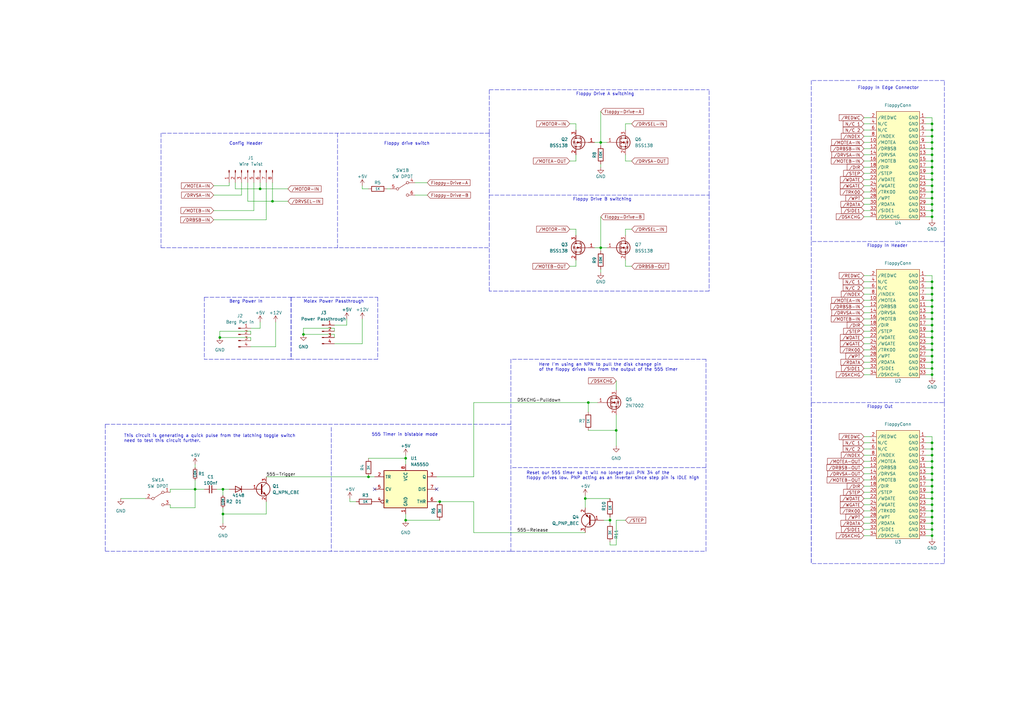
<source format=kicad_sch>
(kicad_sch (version 20211123) (generator eeschema)

  (uuid a99780cf-f656-42b3-9096-e24adc9c0982)

  (paper "A3")

  (lib_symbols
    (symbol "AutoFloppySwitcher:FloppyConn" (in_bom yes) (on_board yes)
      (property "Reference" "U" (id 0) (at 5.08 1.27 0)
        (effects (font (size 1.27 1.27)))
      )
      (property "Value" "FloppyConn" (id 1) (at -5.08 1.27 0)
        (effects (font (size 1.27 1.27)))
      )
      (property "Footprint" "" (id 2) (at 0 -6.35 0)
        (effects (font (size 1.27 1.27)) hide)
      )
      (property "Datasheet" "" (id 3) (at 0 -6.35 0)
        (effects (font (size 1.27 1.27)) hide)
      )
      (symbol "FloppyConn_0_1"
        (rectangle (start -21.59 8.89) (end 22.86 -8.89)
          (stroke (width 0) (type default) (color 0 0 0 0))
          (fill (type background))
        )
      )
      (symbol "FloppyConn_1_1"
        (pin power_in line (at -19.05 11.43 270) (length 2.54)
          (name "GND" (effects (font (size 1.27 1.27))))
          (number "1" (effects (font (size 1.27 1.27))))
        )
        (pin input line (at -8.89 -11.43 90) (length 2.54)
          (name "/MOTEA" (effects (font (size 1.27 1.27))))
          (number "10" (effects (font (size 1.27 1.27))))
        )
        (pin power_in line (at -6.35 11.43 270) (length 2.54)
          (name "GND" (effects (font (size 1.27 1.27))))
          (number "11" (effects (font (size 1.27 1.27))))
        )
        (pin input line (at -6.35 -11.43 90) (length 2.54)
          (name "/DRBSB" (effects (font (size 1.27 1.27))))
          (number "12" (effects (font (size 1.27 1.27))))
        )
        (pin power_in line (at -3.81 11.43 270) (length 2.54)
          (name "GND" (effects (font (size 1.27 1.27))))
          (number "13" (effects (font (size 1.27 1.27))))
        )
        (pin input line (at -3.81 -11.43 90) (length 2.54)
          (name "/DRVSA" (effects (font (size 1.27 1.27))))
          (number "14" (effects (font (size 1.27 1.27))))
        )
        (pin power_in line (at -1.27 11.43 270) (length 2.54)
          (name "GND" (effects (font (size 1.27 1.27))))
          (number "15" (effects (font (size 1.27 1.27))))
        )
        (pin input line (at -1.27 -11.43 90) (length 2.54)
          (name "/MOTEB" (effects (font (size 1.27 1.27))))
          (number "16" (effects (font (size 1.27 1.27))))
        )
        (pin power_in line (at 1.27 11.43 270) (length 2.54)
          (name "GND" (effects (font (size 1.27 1.27))))
          (number "17" (effects (font (size 1.27 1.27))))
        )
        (pin input line (at 1.27 -11.43 90) (length 2.54)
          (name "/DIR" (effects (font (size 1.27 1.27))))
          (number "18" (effects (font (size 1.27 1.27))))
        )
        (pin power_in line (at 3.81 11.43 270) (length 2.54)
          (name "GND" (effects (font (size 1.27 1.27))))
          (number "19" (effects (font (size 1.27 1.27))))
        )
        (pin input line (at -19.05 -11.43 90) (length 2.54)
          (name "/REDWC" (effects (font (size 1.27 1.27))))
          (number "2" (effects (font (size 1.27 1.27))))
        )
        (pin input line (at 3.81 -11.43 90) (length 2.54)
          (name "/STEP" (effects (font (size 1.27 1.27))))
          (number "20" (effects (font (size 1.27 1.27))))
        )
        (pin power_in line (at 6.35 11.43 270) (length 2.54)
          (name "GND" (effects (font (size 1.27 1.27))))
          (number "21" (effects (font (size 1.27 1.27))))
        )
        (pin input line (at 6.35 -11.43 90) (length 2.54)
          (name "/WDATE" (effects (font (size 1.27 1.27))))
          (number "22" (effects (font (size 1.27 1.27))))
        )
        (pin power_in line (at 8.89 11.43 270) (length 2.54)
          (name "GND" (effects (font (size 1.27 1.27))))
          (number "23" (effects (font (size 1.27 1.27))))
        )
        (pin input line (at 8.89 -11.43 90) (length 2.54)
          (name "/WGATE" (effects (font (size 1.27 1.27))))
          (number "24" (effects (font (size 1.27 1.27))))
        )
        (pin power_in line (at 11.43 11.43 270) (length 2.54)
          (name "GND" (effects (font (size 1.27 1.27))))
          (number "25" (effects (font (size 1.27 1.27))))
        )
        (pin output line (at 11.43 -11.43 90) (length 2.54)
          (name "/TRK00" (effects (font (size 1.27 1.27))))
          (number "26" (effects (font (size 1.27 1.27))))
        )
        (pin power_in line (at 13.97 11.43 270) (length 2.54)
          (name "GND" (effects (font (size 1.27 1.27))))
          (number "27" (effects (font (size 1.27 1.27))))
        )
        (pin output line (at 13.97 -11.43 90) (length 2.54)
          (name "/WPT" (effects (font (size 1.27 1.27))))
          (number "28" (effects (font (size 1.27 1.27))))
        )
        (pin power_in line (at 16.51 11.43 270) (length 2.54)
          (name "GND" (effects (font (size 1.27 1.27))))
          (number "29" (effects (font (size 1.27 1.27))))
        )
        (pin power_in line (at -16.51 11.43 270) (length 2.54)
          (name "GND" (effects (font (size 1.27 1.27))))
          (number "3" (effects (font (size 1.27 1.27))))
        )
        (pin output line (at 16.51 -11.43 90) (length 2.54)
          (name "/RDATA" (effects (font (size 1.27 1.27))))
          (number "30" (effects (font (size 1.27 1.27))))
        )
        (pin power_in line (at 19.05 11.43 270) (length 2.54)
          (name "GND" (effects (font (size 1.27 1.27))))
          (number "31" (effects (font (size 1.27 1.27))))
        )
        (pin input line (at 19.05 -11.43 90) (length 2.54)
          (name "/SIDE1" (effects (font (size 1.27 1.27))))
          (number "32" (effects (font (size 1.27 1.27))))
        )
        (pin power_in line (at 21.59 11.43 270) (length 2.54)
          (name "GND" (effects (font (size 1.27 1.27))))
          (number "33" (effects (font (size 1.27 1.27))))
        )
        (pin output line (at 21.59 -11.43 90) (length 2.54)
          (name "/DSKCHG" (effects (font (size 1.27 1.27))))
          (number "34" (effects (font (size 1.27 1.27))))
        )
        (pin input line (at -16.51 -11.43 90) (length 2.54)
          (name "N/C" (effects (font (size 1.27 1.27))))
          (number "4" (effects (font (size 1.27 1.27))))
        )
        (pin power_in line (at -13.97 11.43 270) (length 2.54)
          (name "GND" (effects (font (size 1.27 1.27))))
          (number "5" (effects (font (size 1.27 1.27))))
        )
        (pin input line (at -13.97 -11.43 90) (length 2.54)
          (name "N/C" (effects (font (size 1.27 1.27))))
          (number "6" (effects (font (size 1.27 1.27))))
        )
        (pin power_in line (at -11.43 11.43 270) (length 2.54)
          (name "GND" (effects (font (size 1.27 1.27))))
          (number "7" (effects (font (size 1.27 1.27))))
        )
        (pin output line (at -11.43 -11.43 90) (length 2.54)
          (name "/INDEX" (effects (font (size 1.27 1.27))))
          (number "8" (effects (font (size 1.27 1.27))))
        )
        (pin power_in line (at -8.89 11.43 270) (length 2.54)
          (name "GND" (effects (font (size 1.27 1.27))))
          (number "9" (effects (font (size 1.27 1.27))))
        )
      )
    )
    (symbol "Connector:Conn_01x04_Male" (pin_names (offset 1.016) hide) (in_bom yes) (on_board yes)
      (property "Reference" "J" (id 0) (at 0 5.08 0)
        (effects (font (size 1.27 1.27)))
      )
      (property "Value" "Conn_01x04_Male" (id 1) (at 0 -7.62 0)
        (effects (font (size 1.27 1.27)))
      )
      (property "Footprint" "" (id 2) (at 0 0 0)
        (effects (font (size 1.27 1.27)) hide)
      )
      (property "Datasheet" "~" (id 3) (at 0 0 0)
        (effects (font (size 1.27 1.27)) hide)
      )
      (property "ki_keywords" "connector" (id 4) (at 0 0 0)
        (effects (font (size 1.27 1.27)) hide)
      )
      (property "ki_description" "Generic connector, single row, 01x04, script generated (kicad-library-utils/schlib/autogen/connector/)" (id 5) (at 0 0 0)
        (effects (font (size 1.27 1.27)) hide)
      )
      (property "ki_fp_filters" "Connector*:*_1x??_*" (id 6) (at 0 0 0)
        (effects (font (size 1.27 1.27)) hide)
      )
      (symbol "Conn_01x04_Male_1_1"
        (polyline
          (pts
            (xy 1.27 -5.08)
            (xy 0.8636 -5.08)
          )
          (stroke (width 0.1524) (type default) (color 0 0 0 0))
          (fill (type none))
        )
        (polyline
          (pts
            (xy 1.27 -2.54)
            (xy 0.8636 -2.54)
          )
          (stroke (width 0.1524) (type default) (color 0 0 0 0))
          (fill (type none))
        )
        (polyline
          (pts
            (xy 1.27 0)
            (xy 0.8636 0)
          )
          (stroke (width 0.1524) (type default) (color 0 0 0 0))
          (fill (type none))
        )
        (polyline
          (pts
            (xy 1.27 2.54)
            (xy 0.8636 2.54)
          )
          (stroke (width 0.1524) (type default) (color 0 0 0 0))
          (fill (type none))
        )
        (rectangle (start 0.8636 -4.953) (end 0 -5.207)
          (stroke (width 0.1524) (type default) (color 0 0 0 0))
          (fill (type outline))
        )
        (rectangle (start 0.8636 -2.413) (end 0 -2.667)
          (stroke (width 0.1524) (type default) (color 0 0 0 0))
          (fill (type outline))
        )
        (rectangle (start 0.8636 0.127) (end 0 -0.127)
          (stroke (width 0.1524) (type default) (color 0 0 0 0))
          (fill (type outline))
        )
        (rectangle (start 0.8636 2.667) (end 0 2.413)
          (stroke (width 0.1524) (type default) (color 0 0 0 0))
          (fill (type outline))
        )
        (pin passive line (at 5.08 2.54 180) (length 3.81)
          (name "Pin_1" (effects (font (size 1.27 1.27))))
          (number "1" (effects (font (size 1.27 1.27))))
        )
        (pin passive line (at 5.08 0 180) (length 3.81)
          (name "Pin_2" (effects (font (size 1.27 1.27))))
          (number "2" (effects (font (size 1.27 1.27))))
        )
        (pin passive line (at 5.08 -2.54 180) (length 3.81)
          (name "Pin_3" (effects (font (size 1.27 1.27))))
          (number "3" (effects (font (size 1.27 1.27))))
        )
        (pin passive line (at 5.08 -5.08 180) (length 3.81)
          (name "Pin_4" (effects (font (size 1.27 1.27))))
          (number "4" (effects (font (size 1.27 1.27))))
        )
      )
    )
    (symbol "Connector:Conn_01x08_Male" (pin_names (offset 1.016) hide) (in_bom yes) (on_board yes)
      (property "Reference" "J" (id 0) (at 0 10.16 0)
        (effects (font (size 1.27 1.27)))
      )
      (property "Value" "Conn_01x08_Male" (id 1) (at 0 -12.7 0)
        (effects (font (size 1.27 1.27)))
      )
      (property "Footprint" "" (id 2) (at 0 0 0)
        (effects (font (size 1.27 1.27)) hide)
      )
      (property "Datasheet" "~" (id 3) (at 0 0 0)
        (effects (font (size 1.27 1.27)) hide)
      )
      (property "ki_keywords" "connector" (id 4) (at 0 0 0)
        (effects (font (size 1.27 1.27)) hide)
      )
      (property "ki_description" "Generic connector, single row, 01x08, script generated (kicad-library-utils/schlib/autogen/connector/)" (id 5) (at 0 0 0)
        (effects (font (size 1.27 1.27)) hide)
      )
      (property "ki_fp_filters" "Connector*:*_1x??_*" (id 6) (at 0 0 0)
        (effects (font (size 1.27 1.27)) hide)
      )
      (symbol "Conn_01x08_Male_1_1"
        (polyline
          (pts
            (xy 1.27 -10.16)
            (xy 0.8636 -10.16)
          )
          (stroke (width 0.1524) (type default) (color 0 0 0 0))
          (fill (type none))
        )
        (polyline
          (pts
            (xy 1.27 -7.62)
            (xy 0.8636 -7.62)
          )
          (stroke (width 0.1524) (type default) (color 0 0 0 0))
          (fill (type none))
        )
        (polyline
          (pts
            (xy 1.27 -5.08)
            (xy 0.8636 -5.08)
          )
          (stroke (width 0.1524) (type default) (color 0 0 0 0))
          (fill (type none))
        )
        (polyline
          (pts
            (xy 1.27 -2.54)
            (xy 0.8636 -2.54)
          )
          (stroke (width 0.1524) (type default) (color 0 0 0 0))
          (fill (type none))
        )
        (polyline
          (pts
            (xy 1.27 0)
            (xy 0.8636 0)
          )
          (stroke (width 0.1524) (type default) (color 0 0 0 0))
          (fill (type none))
        )
        (polyline
          (pts
            (xy 1.27 2.54)
            (xy 0.8636 2.54)
          )
          (stroke (width 0.1524) (type default) (color 0 0 0 0))
          (fill (type none))
        )
        (polyline
          (pts
            (xy 1.27 5.08)
            (xy 0.8636 5.08)
          )
          (stroke (width 0.1524) (type default) (color 0 0 0 0))
          (fill (type none))
        )
        (polyline
          (pts
            (xy 1.27 7.62)
            (xy 0.8636 7.62)
          )
          (stroke (width 0.1524) (type default) (color 0 0 0 0))
          (fill (type none))
        )
        (rectangle (start 0.8636 -10.033) (end 0 -10.287)
          (stroke (width 0.1524) (type default) (color 0 0 0 0))
          (fill (type outline))
        )
        (rectangle (start 0.8636 -7.493) (end 0 -7.747)
          (stroke (width 0.1524) (type default) (color 0 0 0 0))
          (fill (type outline))
        )
        (rectangle (start 0.8636 -4.953) (end 0 -5.207)
          (stroke (width 0.1524) (type default) (color 0 0 0 0))
          (fill (type outline))
        )
        (rectangle (start 0.8636 -2.413) (end 0 -2.667)
          (stroke (width 0.1524) (type default) (color 0 0 0 0))
          (fill (type outline))
        )
        (rectangle (start 0.8636 0.127) (end 0 -0.127)
          (stroke (width 0.1524) (type default) (color 0 0 0 0))
          (fill (type outline))
        )
        (rectangle (start 0.8636 2.667) (end 0 2.413)
          (stroke (width 0.1524) (type default) (color 0 0 0 0))
          (fill (type outline))
        )
        (rectangle (start 0.8636 5.207) (end 0 4.953)
          (stroke (width 0.1524) (type default) (color 0 0 0 0))
          (fill (type outline))
        )
        (rectangle (start 0.8636 7.747) (end 0 7.493)
          (stroke (width 0.1524) (type default) (color 0 0 0 0))
          (fill (type outline))
        )
        (pin passive line (at 5.08 7.62 180) (length 3.81)
          (name "Pin_1" (effects (font (size 1.27 1.27))))
          (number "1" (effects (font (size 1.27 1.27))))
        )
        (pin passive line (at 5.08 5.08 180) (length 3.81)
          (name "Pin_2" (effects (font (size 1.27 1.27))))
          (number "2" (effects (font (size 1.27 1.27))))
        )
        (pin passive line (at 5.08 2.54 180) (length 3.81)
          (name "Pin_3" (effects (font (size 1.27 1.27))))
          (number "3" (effects (font (size 1.27 1.27))))
        )
        (pin passive line (at 5.08 0 180) (length 3.81)
          (name "Pin_4" (effects (font (size 1.27 1.27))))
          (number "4" (effects (font (size 1.27 1.27))))
        )
        (pin passive line (at 5.08 -2.54 180) (length 3.81)
          (name "Pin_5" (effects (font (size 1.27 1.27))))
          (number "5" (effects (font (size 1.27 1.27))))
        )
        (pin passive line (at 5.08 -5.08 180) (length 3.81)
          (name "Pin_6" (effects (font (size 1.27 1.27))))
          (number "6" (effects (font (size 1.27 1.27))))
        )
        (pin passive line (at 5.08 -7.62 180) (length 3.81)
          (name "Pin_7" (effects (font (size 1.27 1.27))))
          (number "7" (effects (font (size 1.27 1.27))))
        )
        (pin passive line (at 5.08 -10.16 180) (length 3.81)
          (name "Pin_8" (effects (font (size 1.27 1.27))))
          (number "8" (effects (font (size 1.27 1.27))))
        )
      )
    )
    (symbol "Device:C_Small" (pin_numbers hide) (pin_names (offset 0.254) hide) (in_bom yes) (on_board yes)
      (property "Reference" "C" (id 0) (at 0.254 1.778 0)
        (effects (font (size 1.27 1.27)) (justify left))
      )
      (property "Value" "C_Small" (id 1) (at 0.254 -2.032 0)
        (effects (font (size 1.27 1.27)) (justify left))
      )
      (property "Footprint" "" (id 2) (at 0 0 0)
        (effects (font (size 1.27 1.27)) hide)
      )
      (property "Datasheet" "~" (id 3) (at 0 0 0)
        (effects (font (size 1.27 1.27)) hide)
      )
      (property "ki_keywords" "capacitor cap" (id 4) (at 0 0 0)
        (effects (font (size 1.27 1.27)) hide)
      )
      (property "ki_description" "Unpolarized capacitor, small symbol" (id 5) (at 0 0 0)
        (effects (font (size 1.27 1.27)) hide)
      )
      (property "ki_fp_filters" "C_*" (id 6) (at 0 0 0)
        (effects (font (size 1.27 1.27)) hide)
      )
      (symbol "C_Small_0_1"
        (polyline
          (pts
            (xy -1.524 -0.508)
            (xy 1.524 -0.508)
          )
          (stroke (width 0.3302) (type default) (color 0 0 0 0))
          (fill (type none))
        )
        (polyline
          (pts
            (xy -1.524 0.508)
            (xy 1.524 0.508)
          )
          (stroke (width 0.3048) (type default) (color 0 0 0 0))
          (fill (type none))
        )
      )
      (symbol "C_Small_1_1"
        (pin passive line (at 0 2.54 270) (length 2.032)
          (name "~" (effects (font (size 1.27 1.27))))
          (number "1" (effects (font (size 1.27 1.27))))
        )
        (pin passive line (at 0 -2.54 90) (length 2.032)
          (name "~" (effects (font (size 1.27 1.27))))
          (number "2" (effects (font (size 1.27 1.27))))
        )
      )
    )
    (symbol "Device:D" (pin_numbers hide) (pin_names (offset 1.016) hide) (in_bom yes) (on_board yes)
      (property "Reference" "D" (id 0) (at 0 2.54 0)
        (effects (font (size 1.27 1.27)))
      )
      (property "Value" "D" (id 1) (at 0 -2.54 0)
        (effects (font (size 1.27 1.27)))
      )
      (property "Footprint" "" (id 2) (at 0 0 0)
        (effects (font (size 1.27 1.27)) hide)
      )
      (property "Datasheet" "~" (id 3) (at 0 0 0)
        (effects (font (size 1.27 1.27)) hide)
      )
      (property "ki_keywords" "diode" (id 4) (at 0 0 0)
        (effects (font (size 1.27 1.27)) hide)
      )
      (property "ki_description" "Diode" (id 5) (at 0 0 0)
        (effects (font (size 1.27 1.27)) hide)
      )
      (property "ki_fp_filters" "TO-???* *_Diode_* *SingleDiode* D_*" (id 6) (at 0 0 0)
        (effects (font (size 1.27 1.27)) hide)
      )
      (symbol "D_0_1"
        (polyline
          (pts
            (xy -1.27 1.27)
            (xy -1.27 -1.27)
          )
          (stroke (width 0.254) (type default) (color 0 0 0 0))
          (fill (type none))
        )
        (polyline
          (pts
            (xy 1.27 0)
            (xy -1.27 0)
          )
          (stroke (width 0) (type default) (color 0 0 0 0))
          (fill (type none))
        )
        (polyline
          (pts
            (xy 1.27 1.27)
            (xy 1.27 -1.27)
            (xy -1.27 0)
            (xy 1.27 1.27)
          )
          (stroke (width 0.254) (type default) (color 0 0 0 0))
          (fill (type none))
        )
      )
      (symbol "D_1_1"
        (pin passive line (at -3.81 0 0) (length 2.54)
          (name "K" (effects (font (size 1.27 1.27))))
          (number "1" (effects (font (size 1.27 1.27))))
        )
        (pin passive line (at 3.81 0 180) (length 2.54)
          (name "A" (effects (font (size 1.27 1.27))))
          (number "2" (effects (font (size 1.27 1.27))))
        )
      )
    )
    (symbol "Device:Q_NPN_BEC" (pin_names (offset 0) hide) (in_bom yes) (on_board yes)
      (property "Reference" "Q" (id 0) (at 5.08 1.27 0)
        (effects (font (size 1.27 1.27)) (justify left))
      )
      (property "Value" "Q_NPN_BEC" (id 1) (at 5.08 -1.27 0)
        (effects (font (size 1.27 1.27)) (justify left))
      )
      (property "Footprint" "" (id 2) (at 5.08 2.54 0)
        (effects (font (size 1.27 1.27)) hide)
      )
      (property "Datasheet" "~" (id 3) (at 0 0 0)
        (effects (font (size 1.27 1.27)) hide)
      )
      (property "ki_keywords" "transistor NPN" (id 4) (at 0 0 0)
        (effects (font (size 1.27 1.27)) hide)
      )
      (property "ki_description" "NPN transistor, base/emitter/collector" (id 5) (at 0 0 0)
        (effects (font (size 1.27 1.27)) hide)
      )
      (symbol "Q_NPN_BEC_0_1"
        (polyline
          (pts
            (xy 0.635 0.635)
            (xy 2.54 2.54)
          )
          (stroke (width 0) (type default) (color 0 0 0 0))
          (fill (type none))
        )
        (polyline
          (pts
            (xy 0.635 -0.635)
            (xy 2.54 -2.54)
            (xy 2.54 -2.54)
          )
          (stroke (width 0) (type default) (color 0 0 0 0))
          (fill (type none))
        )
        (polyline
          (pts
            (xy 0.635 1.905)
            (xy 0.635 -1.905)
            (xy 0.635 -1.905)
          )
          (stroke (width 0.508) (type default) (color 0 0 0 0))
          (fill (type none))
        )
        (polyline
          (pts
            (xy 1.27 -1.778)
            (xy 1.778 -1.27)
            (xy 2.286 -2.286)
            (xy 1.27 -1.778)
            (xy 1.27 -1.778)
          )
          (stroke (width 0) (type default) (color 0 0 0 0))
          (fill (type outline))
        )
        (circle (center 1.27 0) (radius 2.8194)
          (stroke (width 0.254) (type default) (color 0 0 0 0))
          (fill (type none))
        )
      )
      (symbol "Q_NPN_BEC_1_1"
        (pin input line (at -5.08 0 0) (length 5.715)
          (name "B" (effects (font (size 1.27 1.27))))
          (number "1" (effects (font (size 1.27 1.27))))
        )
        (pin passive line (at 2.54 -5.08 90) (length 2.54)
          (name "E" (effects (font (size 1.27 1.27))))
          (number "2" (effects (font (size 1.27 1.27))))
        )
        (pin passive line (at 2.54 5.08 270) (length 2.54)
          (name "C" (effects (font (size 1.27 1.27))))
          (number "3" (effects (font (size 1.27 1.27))))
        )
      )
    )
    (symbol "Device:Q_PNP_BEC" (pin_names (offset 0) hide) (in_bom yes) (on_board yes)
      (property "Reference" "Q" (id 0) (at 5.08 1.27 0)
        (effects (font (size 1.27 1.27)) (justify left))
      )
      (property "Value" "Q_PNP_BEC" (id 1) (at 5.08 -1.27 0)
        (effects (font (size 1.27 1.27)) (justify left))
      )
      (property "Footprint" "" (id 2) (at 5.08 2.54 0)
        (effects (font (size 1.27 1.27)) hide)
      )
      (property "Datasheet" "~" (id 3) (at 0 0 0)
        (effects (font (size 1.27 1.27)) hide)
      )
      (property "ki_keywords" "transistor PNP" (id 4) (at 0 0 0)
        (effects (font (size 1.27 1.27)) hide)
      )
      (property "ki_description" "PNP transistor, base/emitter/collector" (id 5) (at 0 0 0)
        (effects (font (size 1.27 1.27)) hide)
      )
      (symbol "Q_PNP_BEC_0_1"
        (polyline
          (pts
            (xy 0.635 0.635)
            (xy 2.54 2.54)
          )
          (stroke (width 0) (type default) (color 0 0 0 0))
          (fill (type none))
        )
        (polyline
          (pts
            (xy 0.635 -0.635)
            (xy 2.54 -2.54)
            (xy 2.54 -2.54)
          )
          (stroke (width 0) (type default) (color 0 0 0 0))
          (fill (type none))
        )
        (polyline
          (pts
            (xy 0.635 1.905)
            (xy 0.635 -1.905)
            (xy 0.635 -1.905)
          )
          (stroke (width 0.508) (type default) (color 0 0 0 0))
          (fill (type none))
        )
        (polyline
          (pts
            (xy 2.286 -1.778)
            (xy 1.778 -2.286)
            (xy 1.27 -1.27)
            (xy 2.286 -1.778)
            (xy 2.286 -1.778)
          )
          (stroke (width 0) (type default) (color 0 0 0 0))
          (fill (type outline))
        )
        (circle (center 1.27 0) (radius 2.8194)
          (stroke (width 0.254) (type default) (color 0 0 0 0))
          (fill (type none))
        )
      )
      (symbol "Q_PNP_BEC_1_1"
        (pin input line (at -5.08 0 0) (length 5.715)
          (name "B" (effects (font (size 1.27 1.27))))
          (number "1" (effects (font (size 1.27 1.27))))
        )
        (pin passive line (at 2.54 -5.08 90) (length 2.54)
          (name "E" (effects (font (size 1.27 1.27))))
          (number "2" (effects (font (size 1.27 1.27))))
        )
        (pin passive line (at 2.54 5.08 270) (length 2.54)
          (name "C" (effects (font (size 1.27 1.27))))
          (number "3" (effects (font (size 1.27 1.27))))
        )
      )
    )
    (symbol "Device:R" (pin_numbers hide) (pin_names (offset 0)) (in_bom yes) (on_board yes)
      (property "Reference" "R" (id 0) (at 2.032 0 90)
        (effects (font (size 1.27 1.27)))
      )
      (property "Value" "R" (id 1) (at 0 0 90)
        (effects (font (size 1.27 1.27)))
      )
      (property "Footprint" "" (id 2) (at -1.778 0 90)
        (effects (font (size 1.27 1.27)) hide)
      )
      (property "Datasheet" "~" (id 3) (at 0 0 0)
        (effects (font (size 1.27 1.27)) hide)
      )
      (property "ki_keywords" "R res resistor" (id 4) (at 0 0 0)
        (effects (font (size 1.27 1.27)) hide)
      )
      (property "ki_description" "Resistor" (id 5) (at 0 0 0)
        (effects (font (size 1.27 1.27)) hide)
      )
      (property "ki_fp_filters" "R_*" (id 6) (at 0 0 0)
        (effects (font (size 1.27 1.27)) hide)
      )
      (symbol "R_0_1"
        (rectangle (start -1.016 -2.54) (end 1.016 2.54)
          (stroke (width 0.254) (type default) (color 0 0 0 0))
          (fill (type none))
        )
      )
      (symbol "R_1_1"
        (pin passive line (at 0 3.81 270) (length 1.27)
          (name "~" (effects (font (size 1.27 1.27))))
          (number "1" (effects (font (size 1.27 1.27))))
        )
        (pin passive line (at 0 -3.81 90) (length 1.27)
          (name "~" (effects (font (size 1.27 1.27))))
          (number "2" (effects (font (size 1.27 1.27))))
        )
      )
    )
    (symbol "Device:R_Small" (pin_numbers hide) (pin_names (offset 0.254) hide) (in_bom yes) (on_board yes)
      (property "Reference" "R" (id 0) (at 0.762 0.508 0)
        (effects (font (size 1.27 1.27)) (justify left))
      )
      (property "Value" "R_Small" (id 1) (at 0.762 -1.016 0)
        (effects (font (size 1.27 1.27)) (justify left))
      )
      (property "Footprint" "" (id 2) (at 0 0 0)
        (effects (font (size 1.27 1.27)) hide)
      )
      (property "Datasheet" "~" (id 3) (at 0 0 0)
        (effects (font (size 1.27 1.27)) hide)
      )
      (property "ki_keywords" "R resistor" (id 4) (at 0 0 0)
        (effects (font (size 1.27 1.27)) hide)
      )
      (property "ki_description" "Resistor, small symbol" (id 5) (at 0 0 0)
        (effects (font (size 1.27 1.27)) hide)
      )
      (property "ki_fp_filters" "R_*" (id 6) (at 0 0 0)
        (effects (font (size 1.27 1.27)) hide)
      )
      (symbol "R_Small_0_1"
        (rectangle (start -0.762 1.778) (end 0.762 -1.778)
          (stroke (width 0.2032) (type default) (color 0 0 0 0))
          (fill (type none))
        )
      )
      (symbol "R_Small_1_1"
        (pin passive line (at 0 2.54 270) (length 0.762)
          (name "~" (effects (font (size 1.27 1.27))))
          (number "1" (effects (font (size 1.27 1.27))))
        )
        (pin passive line (at 0 -2.54 90) (length 0.762)
          (name "~" (effects (font (size 1.27 1.27))))
          (number "2" (effects (font (size 1.27 1.27))))
        )
      )
    )
    (symbol "Switch:SW_DPDT_x2" (pin_names (offset 0) hide) (in_bom yes) (on_board yes)
      (property "Reference" "SW" (id 0) (at 0 4.318 0)
        (effects (font (size 1.27 1.27)))
      )
      (property "Value" "SW_DPDT_x2" (id 1) (at 0 -5.08 0)
        (effects (font (size 1.27 1.27)))
      )
      (property "Footprint" "" (id 2) (at 0 0 0)
        (effects (font (size 1.27 1.27)) hide)
      )
      (property "Datasheet" "~" (id 3) (at 0 0 0)
        (effects (font (size 1.27 1.27)) hide)
      )
      (property "ki_keywords" "switch dual-pole double-throw DPDT spdt ON-ON" (id 4) (at 0 0 0)
        (effects (font (size 1.27 1.27)) hide)
      )
      (property "ki_description" "Switch, dual pole double throw, separate symbols" (id 5) (at 0 0 0)
        (effects (font (size 1.27 1.27)) hide)
      )
      (property "ki_fp_filters" "SW*DPDT*" (id 6) (at 0 0 0)
        (effects (font (size 1.27 1.27)) hide)
      )
      (symbol "SW_DPDT_x2_0_0"
        (circle (center -2.032 0) (radius 0.508)
          (stroke (width 0) (type default) (color 0 0 0 0))
          (fill (type none))
        )
        (circle (center 2.032 -2.54) (radius 0.508)
          (stroke (width 0) (type default) (color 0 0 0 0))
          (fill (type none))
        )
      )
      (symbol "SW_DPDT_x2_0_1"
        (polyline
          (pts
            (xy -1.524 0.254)
            (xy 1.651 2.286)
          )
          (stroke (width 0) (type default) (color 0 0 0 0))
          (fill (type none))
        )
        (circle (center 2.032 2.54) (radius 0.508)
          (stroke (width 0) (type default) (color 0 0 0 0))
          (fill (type none))
        )
      )
      (symbol "SW_DPDT_x2_1_1"
        (pin passive line (at 5.08 2.54 180) (length 2.54)
          (name "A" (effects (font (size 1.27 1.27))))
          (number "1" (effects (font (size 1.27 1.27))))
        )
        (pin passive line (at -5.08 0 0) (length 2.54)
          (name "B" (effects (font (size 1.27 1.27))))
          (number "2" (effects (font (size 1.27 1.27))))
        )
        (pin passive line (at 5.08 -2.54 180) (length 2.54)
          (name "C" (effects (font (size 1.27 1.27))))
          (number "3" (effects (font (size 1.27 1.27))))
        )
      )
      (symbol "SW_DPDT_x2_2_1"
        (pin passive line (at 5.08 2.54 180) (length 2.54)
          (name "A" (effects (font (size 1.27 1.27))))
          (number "4" (effects (font (size 1.27 1.27))))
        )
        (pin passive line (at -5.08 0 0) (length 2.54)
          (name "B" (effects (font (size 1.27 1.27))))
          (number "5" (effects (font (size 1.27 1.27))))
        )
        (pin passive line (at 5.08 -2.54 180) (length 2.54)
          (name "C" (effects (font (size 1.27 1.27))))
          (number "6" (effects (font (size 1.27 1.27))))
        )
      )
    )
    (symbol "Timer:NA555D" (in_bom yes) (on_board yes)
      (property "Reference" "U" (id 0) (at -10.16 8.89 0)
        (effects (font (size 1.27 1.27)) (justify left))
      )
      (property "Value" "NA555D" (id 1) (at 2.54 8.89 0)
        (effects (font (size 1.27 1.27)) (justify left))
      )
      (property "Footprint" "Package_SO:SOIC-8_3.9x4.9mm_P1.27mm" (id 2) (at 21.59 -10.16 0)
        (effects (font (size 1.27 1.27)) hide)
      )
      (property "Datasheet" "http://www.ti.com/lit/ds/symlink/ne555.pdf" (id 3) (at 21.59 -10.16 0)
        (effects (font (size 1.27 1.27)) hide)
      )
      (property "ki_keywords" "single timer 555" (id 4) (at 0 0 0)
        (effects (font (size 1.27 1.27)) hide)
      )
      (property "ki_description" "Precision Timers, 555 compatible, SOIC-8" (id 5) (at 0 0 0)
        (effects (font (size 1.27 1.27)) hide)
      )
      (property "ki_fp_filters" "SOIC*3.9x4.9mm*P1.27mm*" (id 6) (at 0 0 0)
        (effects (font (size 1.27 1.27)) hide)
      )
      (symbol "NA555D_0_0"
        (pin power_in line (at 0 -10.16 90) (length 2.54)
          (name "GND" (effects (font (size 1.27 1.27))))
          (number "1" (effects (font (size 1.27 1.27))))
        )
        (pin power_in line (at 0 10.16 270) (length 2.54)
          (name "VCC" (effects (font (size 1.27 1.27))))
          (number "8" (effects (font (size 1.27 1.27))))
        )
      )
      (symbol "NA555D_0_1"
        (rectangle (start -8.89 -7.62) (end 8.89 7.62)
          (stroke (width 0.254) (type default) (color 0 0 0 0))
          (fill (type background))
        )
        (rectangle (start -8.89 -7.62) (end 8.89 7.62)
          (stroke (width 0.254) (type default) (color 0 0 0 0))
          (fill (type background))
        )
      )
      (symbol "NA555D_1_1"
        (pin input line (at -12.7 5.08 0) (length 3.81)
          (name "TR" (effects (font (size 1.27 1.27))))
          (number "2" (effects (font (size 1.27 1.27))))
        )
        (pin output line (at 12.7 5.08 180) (length 3.81)
          (name "Q" (effects (font (size 1.27 1.27))))
          (number "3" (effects (font (size 1.27 1.27))))
        )
        (pin input inverted (at -12.7 -5.08 0) (length 3.81)
          (name "R" (effects (font (size 1.27 1.27))))
          (number "4" (effects (font (size 1.27 1.27))))
        )
        (pin input line (at -12.7 0 0) (length 3.81)
          (name "CV" (effects (font (size 1.27 1.27))))
          (number "5" (effects (font (size 1.27 1.27))))
        )
        (pin input line (at 12.7 -5.08 180) (length 3.81)
          (name "THR" (effects (font (size 1.27 1.27))))
          (number "6" (effects (font (size 1.27 1.27))))
        )
        (pin input line (at 12.7 0 180) (length 3.81)
          (name "DIS" (effects (font (size 1.27 1.27))))
          (number "7" (effects (font (size 1.27 1.27))))
        )
      )
    )
    (symbol "Transistor_FET:2N7002" (pin_names hide) (in_bom yes) (on_board yes)
      (property "Reference" "Q" (id 0) (at 5.08 1.905 0)
        (effects (font (size 1.27 1.27)) (justify left))
      )
      (property "Value" "2N7002" (id 1) (at 5.08 0 0)
        (effects (font (size 1.27 1.27)) (justify left))
      )
      (property "Footprint" "Package_TO_SOT_SMD:SOT-23" (id 2) (at 5.08 -1.905 0)
        (effects (font (size 1.27 1.27) italic) (justify left) hide)
      )
      (property "Datasheet" "https://www.onsemi.com/pub/Collateral/NDS7002A-D.PDF" (id 3) (at 0 0 0)
        (effects (font (size 1.27 1.27)) (justify left) hide)
      )
      (property "ki_keywords" "N-Channel Switching MOSFET" (id 4) (at 0 0 0)
        (effects (font (size 1.27 1.27)) hide)
      )
      (property "ki_description" "0.115A Id, 60V Vds, N-Channel MOSFET, SOT-23" (id 5) (at 0 0 0)
        (effects (font (size 1.27 1.27)) hide)
      )
      (property "ki_fp_filters" "SOT?23*" (id 6) (at 0 0 0)
        (effects (font (size 1.27 1.27)) hide)
      )
      (symbol "2N7002_0_1"
        (polyline
          (pts
            (xy 0.254 0)
            (xy -2.54 0)
          )
          (stroke (width 0) (type default) (color 0 0 0 0))
          (fill (type none))
        )
        (polyline
          (pts
            (xy 0.254 1.905)
            (xy 0.254 -1.905)
          )
          (stroke (width 0.254) (type default) (color 0 0 0 0))
          (fill (type none))
        )
        (polyline
          (pts
            (xy 0.762 -1.27)
            (xy 0.762 -2.286)
          )
          (stroke (width 0.254) (type default) (color 0 0 0 0))
          (fill (type none))
        )
        (polyline
          (pts
            (xy 0.762 0.508)
            (xy 0.762 -0.508)
          )
          (stroke (width 0.254) (type default) (color 0 0 0 0))
          (fill (type none))
        )
        (polyline
          (pts
            (xy 0.762 2.286)
            (xy 0.762 1.27)
          )
          (stroke (width 0.254) (type default) (color 0 0 0 0))
          (fill (type none))
        )
        (polyline
          (pts
            (xy 2.54 2.54)
            (xy 2.54 1.778)
          )
          (stroke (width 0) (type default) (color 0 0 0 0))
          (fill (type none))
        )
        (polyline
          (pts
            (xy 2.54 -2.54)
            (xy 2.54 0)
            (xy 0.762 0)
          )
          (stroke (width 0) (type default) (color 0 0 0 0))
          (fill (type none))
        )
        (polyline
          (pts
            (xy 0.762 -1.778)
            (xy 3.302 -1.778)
            (xy 3.302 1.778)
            (xy 0.762 1.778)
          )
          (stroke (width 0) (type default) (color 0 0 0 0))
          (fill (type none))
        )
        (polyline
          (pts
            (xy 1.016 0)
            (xy 2.032 0.381)
            (xy 2.032 -0.381)
            (xy 1.016 0)
          )
          (stroke (width 0) (type default) (color 0 0 0 0))
          (fill (type outline))
        )
        (polyline
          (pts
            (xy 2.794 0.508)
            (xy 2.921 0.381)
            (xy 3.683 0.381)
            (xy 3.81 0.254)
          )
          (stroke (width 0) (type default) (color 0 0 0 0))
          (fill (type none))
        )
        (polyline
          (pts
            (xy 3.302 0.381)
            (xy 2.921 -0.254)
            (xy 3.683 -0.254)
            (xy 3.302 0.381)
          )
          (stroke (width 0) (type default) (color 0 0 0 0))
          (fill (type none))
        )
        (circle (center 1.651 0) (radius 2.794)
          (stroke (width 0.254) (type default) (color 0 0 0 0))
          (fill (type none))
        )
        (circle (center 2.54 -1.778) (radius 0.254)
          (stroke (width 0) (type default) (color 0 0 0 0))
          (fill (type outline))
        )
        (circle (center 2.54 1.778) (radius 0.254)
          (stroke (width 0) (type default) (color 0 0 0 0))
          (fill (type outline))
        )
      )
      (symbol "2N7002_1_1"
        (pin input line (at -5.08 0 0) (length 2.54)
          (name "G" (effects (font (size 1.27 1.27))))
          (number "1" (effects (font (size 1.27 1.27))))
        )
        (pin passive line (at 2.54 -5.08 90) (length 2.54)
          (name "S" (effects (font (size 1.27 1.27))))
          (number "2" (effects (font (size 1.27 1.27))))
        )
        (pin passive line (at 2.54 5.08 270) (length 2.54)
          (name "D" (effects (font (size 1.27 1.27))))
          (number "3" (effects (font (size 1.27 1.27))))
        )
      )
    )
    (symbol "Transistor_FET:BSS138" (pin_names hide) (in_bom yes) (on_board yes)
      (property "Reference" "Q" (id 0) (at 5.08 1.905 0)
        (effects (font (size 1.27 1.27)) (justify left))
      )
      (property "Value" "BSS138" (id 1) (at 5.08 0 0)
        (effects (font (size 1.27 1.27)) (justify left))
      )
      (property "Footprint" "Package_TO_SOT_SMD:SOT-23" (id 2) (at 5.08 -1.905 0)
        (effects (font (size 1.27 1.27) italic) (justify left) hide)
      )
      (property "Datasheet" "https://www.onsemi.com/pub/Collateral/BSS138-D.PDF" (id 3) (at 0 0 0)
        (effects (font (size 1.27 1.27)) (justify left) hide)
      )
      (property "ki_keywords" "N-Channel MOSFET" (id 4) (at 0 0 0)
        (effects (font (size 1.27 1.27)) hide)
      )
      (property "ki_description" "50V Vds, 0.22A Id, N-Channel MOSFET, SOT-23" (id 5) (at 0 0 0)
        (effects (font (size 1.27 1.27)) hide)
      )
      (property "ki_fp_filters" "SOT?23*" (id 6) (at 0 0 0)
        (effects (font (size 1.27 1.27)) hide)
      )
      (symbol "BSS138_0_1"
        (polyline
          (pts
            (xy 0.254 0)
            (xy -2.54 0)
          )
          (stroke (width 0) (type default) (color 0 0 0 0))
          (fill (type none))
        )
        (polyline
          (pts
            (xy 0.254 1.905)
            (xy 0.254 -1.905)
          )
          (stroke (width 0.254) (type default) (color 0 0 0 0))
          (fill (type none))
        )
        (polyline
          (pts
            (xy 0.762 -1.27)
            (xy 0.762 -2.286)
          )
          (stroke (width 0.254) (type default) (color 0 0 0 0))
          (fill (type none))
        )
        (polyline
          (pts
            (xy 0.762 0.508)
            (xy 0.762 -0.508)
          )
          (stroke (width 0.254) (type default) (color 0 0 0 0))
          (fill (type none))
        )
        (polyline
          (pts
            (xy 0.762 2.286)
            (xy 0.762 1.27)
          )
          (stroke (width 0.254) (type default) (color 0 0 0 0))
          (fill (type none))
        )
        (polyline
          (pts
            (xy 2.54 2.54)
            (xy 2.54 1.778)
          )
          (stroke (width 0) (type default) (color 0 0 0 0))
          (fill (type none))
        )
        (polyline
          (pts
            (xy 2.54 -2.54)
            (xy 2.54 0)
            (xy 0.762 0)
          )
          (stroke (width 0) (type default) (color 0 0 0 0))
          (fill (type none))
        )
        (polyline
          (pts
            (xy 0.762 -1.778)
            (xy 3.302 -1.778)
            (xy 3.302 1.778)
            (xy 0.762 1.778)
          )
          (stroke (width 0) (type default) (color 0 0 0 0))
          (fill (type none))
        )
        (polyline
          (pts
            (xy 1.016 0)
            (xy 2.032 0.381)
            (xy 2.032 -0.381)
            (xy 1.016 0)
          )
          (stroke (width 0) (type default) (color 0 0 0 0))
          (fill (type outline))
        )
        (polyline
          (pts
            (xy 2.794 0.508)
            (xy 2.921 0.381)
            (xy 3.683 0.381)
            (xy 3.81 0.254)
          )
          (stroke (width 0) (type default) (color 0 0 0 0))
          (fill (type none))
        )
        (polyline
          (pts
            (xy 3.302 0.381)
            (xy 2.921 -0.254)
            (xy 3.683 -0.254)
            (xy 3.302 0.381)
          )
          (stroke (width 0) (type default) (color 0 0 0 0))
          (fill (type none))
        )
        (circle (center 1.651 0) (radius 2.794)
          (stroke (width 0.254) (type default) (color 0 0 0 0))
          (fill (type none))
        )
        (circle (center 2.54 -1.778) (radius 0.254)
          (stroke (width 0) (type default) (color 0 0 0 0))
          (fill (type outline))
        )
        (circle (center 2.54 1.778) (radius 0.254)
          (stroke (width 0) (type default) (color 0 0 0 0))
          (fill (type outline))
        )
      )
      (symbol "BSS138_1_1"
        (pin input line (at -5.08 0 0) (length 2.54)
          (name "G" (effects (font (size 1.27 1.27))))
          (number "1" (effects (font (size 1.27 1.27))))
        )
        (pin passive line (at 2.54 -5.08 90) (length 2.54)
          (name "S" (effects (font (size 1.27 1.27))))
          (number "2" (effects (font (size 1.27 1.27))))
        )
        (pin passive line (at 2.54 5.08 270) (length 2.54)
          (name "D" (effects (font (size 1.27 1.27))))
          (number "3" (effects (font (size 1.27 1.27))))
        )
      )
    )
    (symbol "power:+12V" (power) (pin_names (offset 0)) (in_bom yes) (on_board yes)
      (property "Reference" "#PWR" (id 0) (at 0 -3.81 0)
        (effects (font (size 1.27 1.27)) hide)
      )
      (property "Value" "+12V" (id 1) (at 0 3.556 0)
        (effects (font (size 1.27 1.27)))
      )
      (property "Footprint" "" (id 2) (at 0 0 0)
        (effects (font (size 1.27 1.27)) hide)
      )
      (property "Datasheet" "" (id 3) (at 0 0 0)
        (effects (font (size 1.27 1.27)) hide)
      )
      (property "ki_keywords" "power-flag" (id 4) (at 0 0 0)
        (effects (font (size 1.27 1.27)) hide)
      )
      (property "ki_description" "Power symbol creates a global label with name \"+12V\"" (id 5) (at 0 0 0)
        (effects (font (size 1.27 1.27)) hide)
      )
      (symbol "+12V_0_1"
        (polyline
          (pts
            (xy -0.762 1.27)
            (xy 0 2.54)
          )
          (stroke (width 0) (type default) (color 0 0 0 0))
          (fill (type none))
        )
        (polyline
          (pts
            (xy 0 0)
            (xy 0 2.54)
          )
          (stroke (width 0) (type default) (color 0 0 0 0))
          (fill (type none))
        )
        (polyline
          (pts
            (xy 0 2.54)
            (xy 0.762 1.27)
          )
          (stroke (width 0) (type default) (color 0 0 0 0))
          (fill (type none))
        )
      )
      (symbol "+12V_1_1"
        (pin power_in line (at 0 0 90) (length 0) hide
          (name "+12V" (effects (font (size 1.27 1.27))))
          (number "1" (effects (font (size 1.27 1.27))))
        )
      )
    )
    (symbol "power:+5V" (power) (pin_names (offset 0)) (in_bom yes) (on_board yes)
      (property "Reference" "#PWR" (id 0) (at 0 -3.81 0)
        (effects (font (size 1.27 1.27)) hide)
      )
      (property "Value" "+5V" (id 1) (at 0 3.556 0)
        (effects (font (size 1.27 1.27)))
      )
      (property "Footprint" "" (id 2) (at 0 0 0)
        (effects (font (size 1.27 1.27)) hide)
      )
      (property "Datasheet" "" (id 3) (at 0 0 0)
        (effects (font (size 1.27 1.27)) hide)
      )
      (property "ki_keywords" "power-flag" (id 4) (at 0 0 0)
        (effects (font (size 1.27 1.27)) hide)
      )
      (property "ki_description" "Power symbol creates a global label with name \"+5V\"" (id 5) (at 0 0 0)
        (effects (font (size 1.27 1.27)) hide)
      )
      (symbol "+5V_0_1"
        (polyline
          (pts
            (xy -0.762 1.27)
            (xy 0 2.54)
          )
          (stroke (width 0) (type default) (color 0 0 0 0))
          (fill (type none))
        )
        (polyline
          (pts
            (xy 0 0)
            (xy 0 2.54)
          )
          (stroke (width 0) (type default) (color 0 0 0 0))
          (fill (type none))
        )
        (polyline
          (pts
            (xy 0 2.54)
            (xy 0.762 1.27)
          )
          (stroke (width 0) (type default) (color 0 0 0 0))
          (fill (type none))
        )
      )
      (symbol "+5V_1_1"
        (pin power_in line (at 0 0 90) (length 0) hide
          (name "+5V" (effects (font (size 1.27 1.27))))
          (number "1" (effects (font (size 1.27 1.27))))
        )
      )
    )
    (symbol "power:GND" (power) (pin_names (offset 0)) (in_bom yes) (on_board yes)
      (property "Reference" "#PWR" (id 0) (at 0 -6.35 0)
        (effects (font (size 1.27 1.27)) hide)
      )
      (property "Value" "GND" (id 1) (at 0 -3.81 0)
        (effects (font (size 1.27 1.27)))
      )
      (property "Footprint" "" (id 2) (at 0 0 0)
        (effects (font (size 1.27 1.27)) hide)
      )
      (property "Datasheet" "" (id 3) (at 0 0 0)
        (effects (font (size 1.27 1.27)) hide)
      )
      (property "ki_keywords" "power-flag" (id 4) (at 0 0 0)
        (effects (font (size 1.27 1.27)) hide)
      )
      (property "ki_description" "Power symbol creates a global label with name \"GND\" , ground" (id 5) (at 0 0 0)
        (effects (font (size 1.27 1.27)) hide)
      )
      (symbol "GND_0_1"
        (polyline
          (pts
            (xy 0 0)
            (xy 0 -1.27)
            (xy 1.27 -1.27)
            (xy 0 -2.54)
            (xy -1.27 -1.27)
            (xy 0 -1.27)
          )
          (stroke (width 0) (type default) (color 0 0 0 0))
          (fill (type none))
        )
      )
      (symbol "GND_1_1"
        (pin power_in line (at 0 0 270) (length 0) hide
          (name "GND" (effects (font (size 1.27 1.27))))
          (number "1" (effects (font (size 1.27 1.27))))
        )
      )
    )
  )

  (junction (at 382.27 120.65) (diameter 0) (color 0 0 0 0)
    (uuid 032b61cc-94d3-4bdc-ae68-433d7801647a)
  )
  (junction (at 124.46 137.16) (diameter 0) (color 0 0 0 0)
    (uuid 046fdc81-13b4-4ba6-8612-ed0c0612e30c)
  )
  (junction (at 382.27 63.5) (diameter 0) (color 0 0 0 0)
    (uuid 05649122-1881-4104-8bed-96841c56c755)
  )
  (junction (at 382.27 199.39) (diameter 0) (color 0 0 0 0)
    (uuid 0c288cd1-a2e8-4a10-9461-36ca995ad9f6)
  )
  (junction (at 382.27 133.35) (diameter 0) (color 0 0 0 0)
    (uuid 0ff929b7-9af4-4a6b-8377-1776120bd35b)
  )
  (junction (at 382.27 55.88) (diameter 0) (color 0 0 0 0)
    (uuid 353e3e09-732b-4fd7-ac71-1f58daa6252e)
  )
  (junction (at 382.27 60.96) (diameter 0) (color 0 0 0 0)
    (uuid 35eab075-b5f1-45b8-a6ff-67dfed29c368)
  )
  (junction (at 382.27 219.71) (diameter 0) (color 0 0 0 0)
    (uuid 3616e94e-eaeb-4b4c-8cf9-52c1288a0360)
  )
  (junction (at 382.27 189.23) (diameter 0) (color 0 0 0 0)
    (uuid 38bd42d3-c78e-47b7-928f-0db5b571ecd6)
  )
  (junction (at 382.27 204.47) (diameter 0) (color 0 0 0 0)
    (uuid 3a12b6f4-384f-43e9-9400-6900b73dada7)
  )
  (junction (at 382.27 58.42) (diameter 0) (color 0 0 0 0)
    (uuid 3c8fde76-e9b2-427c-ba9e-dfb516d0dc29)
  )
  (junction (at 382.27 128.27) (diameter 0) (color 0 0 0 0)
    (uuid 46844a4c-a34c-424d-a238-487510ef5a9d)
  )
  (junction (at 382.27 186.69) (diameter 0) (color 0 0 0 0)
    (uuid 4a62f098-15a7-49de-a6dd-453e8491db79)
  )
  (junction (at 382.27 209.55) (diameter 0) (color 0 0 0 0)
    (uuid 51723268-bacd-4c8e-b6f0-6562dc152bd6)
  )
  (junction (at 382.27 118.11) (diameter 0) (color 0 0 0 0)
    (uuid 54411683-7586-4d83-8204-74d50eab2ceb)
  )
  (junction (at 382.27 78.74) (diameter 0) (color 0 0 0 0)
    (uuid 55c2038a-b6e8-49fc-84dd-18820db023ad)
  )
  (junction (at 382.27 212.09) (diameter 0) (color 0 0 0 0)
    (uuid 55f4030e-d799-41c0-b2cf-43343b5296de)
  )
  (junction (at 166.37 187.96) (diameter 0) (color 0 0 0 0)
    (uuid 568a5350-8d4b-4330-af7f-92c51cb87a51)
  )
  (junction (at 382.27 138.43) (diameter 0) (color 0 0 0 0)
    (uuid 56f89b65-2252-490a-bcb0-cc0213d92e8f)
  )
  (junction (at 382.27 153.67) (diameter 0) (color 0 0 0 0)
    (uuid 5d27fac8-c3c8-4ed4-b463-d5c6ec7e7a0e)
  )
  (junction (at 252.73 176.53) (diameter 0) (color 0 0 0 0)
    (uuid 5db7ddc6-1ef4-41c4-aa1a-e91f145527bf)
  )
  (junction (at 250.19 213.36) (diameter 0) (color 0 0 0 0)
    (uuid 5dd2140a-b5d9-49a3-8576-641676cdc104)
  )
  (junction (at 382.27 81.28) (diameter 0) (color 0 0 0 0)
    (uuid 62694b19-c912-4a8b-9569-08add269c8d9)
  )
  (junction (at 382.27 68.58) (diameter 0) (color 0 0 0 0)
    (uuid 656994a8-b443-4578-8359-08b0250498a9)
  )
  (junction (at 382.27 86.36) (diameter 0) (color 0 0 0 0)
    (uuid 6632991f-9d1e-4151-9321-4ddd02612928)
  )
  (junction (at 382.27 73.66) (diameter 0) (color 0 0 0 0)
    (uuid 6c48e65e-2dd9-406f-8262-4bbd2e1dd3e0)
  )
  (junction (at 382.27 217.17) (diameter 0) (color 0 0 0 0)
    (uuid 7039ac25-42fb-4162-bda5-5d6f08a8966e)
  )
  (junction (at 382.27 88.9) (diameter 0) (color 0 0 0 0)
    (uuid 76fdc49f-b4a2-4b96-b632-a16a5788ea40)
  )
  (junction (at 382.27 71.12) (diameter 0) (color 0 0 0 0)
    (uuid 79dfd5c8-9dd5-49ac-b696-7654d92ad80c)
  )
  (junction (at 90.17 138.43) (diameter 0) (color 0 0 0 0)
    (uuid 7c194591-ff48-44fa-b98d-9241496fb4ad)
  )
  (junction (at 106.68 77.47) (diameter 0) (color 0 0 0 0)
    (uuid 852d9ca3-8b41-4152-8109-b9e8f8f57f0a)
  )
  (junction (at 382.27 115.57) (diameter 0) (color 0 0 0 0)
    (uuid 86c3059b-4aeb-4dbc-8bc2-878f23618bae)
  )
  (junction (at 91.44 200.66) (diameter 0) (color 0 0 0 0)
    (uuid 87e795a5-486a-403c-8583-2950edb6d1d1)
  )
  (junction (at 151.13 195.58) (diameter 0) (color 0 0 0 0)
    (uuid 8f47e628-5401-4241-996b-ca0d36d368d1)
  )
  (junction (at 382.27 191.77) (diameter 0) (color 0 0 0 0)
    (uuid 8fe4ea93-6cff-45f3-adfe-a03c0cd51891)
  )
  (junction (at 382.27 207.01) (diameter 0) (color 0 0 0 0)
    (uuid 957de243-bc8d-4f6a-a45e-f39aec27026a)
  )
  (junction (at 166.37 213.36) (diameter 0) (color 0 0 0 0)
    (uuid 98b4e405-bdfa-4bdd-8fc2-9d4ad711cc5a)
  )
  (junction (at 80.01 200.66) (diameter 0) (color 0 0 0 0)
    (uuid 9ee5258e-3407-42f8-86a8-e0762c81b7c0)
  )
  (junction (at 382.27 76.2) (diameter 0) (color 0 0 0 0)
    (uuid a9433761-c10b-4fd0-81f0-48b0afbb5d1f)
  )
  (junction (at 382.27 140.97) (diameter 0) (color 0 0 0 0)
    (uuid ae8ba09f-0718-4aaa-9b69-5603f5848043)
  )
  (junction (at 91.44 210.82) (diameter 0) (color 0 0 0 0)
    (uuid b180fb68-583b-4c85-aeb4-55f96805b555)
  )
  (junction (at 382.27 135.89) (diameter 0) (color 0 0 0 0)
    (uuid b53c5898-2515-4157-9048-0ca3c0d9f6bd)
  )
  (junction (at 382.27 83.82) (diameter 0) (color 0 0 0 0)
    (uuid b5cf297b-6c3c-4a6c-a391-3ad7b67ff1d9)
  )
  (junction (at 382.27 123.19) (diameter 0) (color 0 0 0 0)
    (uuid b614042a-7716-429e-9425-cb8278e8e7e2)
  )
  (junction (at 382.27 194.31) (diameter 0) (color 0 0 0 0)
    (uuid b8a19b8e-9fc4-41a6-9029-336951c5b6dd)
  )
  (junction (at 382.27 151.13) (diameter 0) (color 0 0 0 0)
    (uuid c0b3e185-50a5-45a7-9294-cfbe48cab92d)
  )
  (junction (at 241.3 165.1) (diameter 0) (color 0 0 0 0)
    (uuid c2490eec-bab7-4173-8d28-26bb0c55a1ab)
  )
  (junction (at 382.27 148.59) (diameter 0) (color 0 0 0 0)
    (uuid c8286841-e1cb-4e05-9665-db5b74e0bd8c)
  )
  (junction (at 382.27 146.05) (diameter 0) (color 0 0 0 0)
    (uuid cbefa8b4-7a8f-4ff0-b912-9da446087d90)
  )
  (junction (at 382.27 184.15) (diameter 0) (color 0 0 0 0)
    (uuid cd54cceb-fc0e-4ada-9bd9-08526415a376)
  )
  (junction (at 382.27 50.8) (diameter 0) (color 0 0 0 0)
    (uuid ceda0b71-ce19-418d-b49e-c649bce35b47)
  )
  (junction (at 240.03 204.47) (diameter 0) (color 0 0 0 0)
    (uuid d6a90e56-ff22-4be5-918f-9b61a2a56988)
  )
  (junction (at 382.27 181.61) (diameter 0) (color 0 0 0 0)
    (uuid d6ba6c0d-9bf1-4e79-b1b3-00350d5a4529)
  )
  (junction (at 180.34 205.74) (diameter 0) (color 0 0 0 0)
    (uuid e556de0f-0af0-46ee-87cf-26101ff106bf)
  )
  (junction (at 382.27 201.93) (diameter 0) (color 0 0 0 0)
    (uuid e84a2c62-513c-4a95-b159-2eb9bb692231)
  )
  (junction (at 382.27 196.85) (diameter 0) (color 0 0 0 0)
    (uuid eb5d7fcf-aa47-4ce9-abfa-a1ac68eda296)
  )
  (junction (at 111.76 82.55) (diameter 0) (color 0 0 0 0)
    (uuid ec8920ee-58e8-4a8a-9c02-fd279e1cc6ac)
  )
  (junction (at 382.27 214.63) (diameter 0) (color 0 0 0 0)
    (uuid ecc84aaa-c549-4a80-a932-c5a6674665cd)
  )
  (junction (at 382.27 143.51) (diameter 0) (color 0 0 0 0)
    (uuid f38f7b55-acb6-4164-8099-80110da36e88)
  )
  (junction (at 382.27 53.34) (diameter 0) (color 0 0 0 0)
    (uuid fa6b57a9-31b8-48cf-98d0-853bef917676)
  )
  (junction (at 246.38 101.6) (diameter 0) (color 0 0 0 0)
    (uuid fb54e3cf-1d3d-47f0-9c08-1cb62fd339dd)
  )
  (junction (at 246.38 58.42) (diameter 0) (color 0 0 0 0)
    (uuid fbba4173-5107-4f7d-ba0a-d235136dd7a6)
  )
  (junction (at 382.27 66.04) (diameter 0) (color 0 0 0 0)
    (uuid fd853160-c7aa-466b-ae3a-28edda5bb306)
  )
  (junction (at 382.27 125.73) (diameter 0) (color 0 0 0 0)
    (uuid fd87beb9-87ec-4e6a-ad95-0360370a42f6)
  )
  (junction (at 382.27 130.81) (diameter 0) (color 0 0 0 0)
    (uuid ff05c3f2-19ea-4bf1-82b1-55cb000217e1)
  )

  (no_connect (at 179.07 200.66) (uuid 72e87caa-d33a-4d30-a772-e816c6a9102e))
  (no_connect (at 153.67 200.66) (uuid 72e87caa-d33a-4d30-a772-e816c6a9102f))

  (wire (pts (xy 236.22 53.34) (xy 236.22 50.8))
    (stroke (width 0) (type default) (color 0 0 0 0))
    (uuid 0007e8b9-0c31-4a7f-aa0f-6b5a7ee9d116)
  )
  (wire (pts (xy 382.27 118.11) (xy 382.27 115.57))
    (stroke (width 0) (type default) (color 0 0 0 0))
    (uuid 00b19553-6cea-4474-8802-58fb2e99efaa)
  )
  (wire (pts (xy 354.33 199.39) (xy 356.87 199.39))
    (stroke (width 0) (type default) (color 0 0 0 0))
    (uuid 00f90832-e026-4e18-86c4-bf57f456d0b5)
  )
  (wire (pts (xy 243.84 58.42) (xy 246.38 58.42))
    (stroke (width 0) (type default) (color 0 0 0 0))
    (uuid 0133cb94-76f9-4b2b-85da-7e60ca00163e)
  )
  (wire (pts (xy 379.73 115.57) (xy 382.27 115.57))
    (stroke (width 0) (type default) (color 0 0 0 0))
    (uuid 01c35b26-eaef-4764-9af9-1d9e3a1ddf3a)
  )
  (wire (pts (xy 379.73 151.13) (xy 382.27 151.13))
    (stroke (width 0) (type default) (color 0 0 0 0))
    (uuid 01c5abcc-bede-4a36-8bc4-1b34152e72a3)
  )
  (wire (pts (xy 91.44 208.28) (xy 91.44 210.82))
    (stroke (width 0) (type default) (color 0 0 0 0))
    (uuid 0278aaa5-172f-480e-93df-c80018ab62bd)
  )
  (wire (pts (xy 382.27 81.28) (xy 382.27 83.82))
    (stroke (width 0) (type default) (color 0 0 0 0))
    (uuid 02ec265e-9035-44c9-a73d-3019547b38fa)
  )
  (wire (pts (xy 379.73 204.47) (xy 382.27 204.47))
    (stroke (width 0) (type default) (color 0 0 0 0))
    (uuid 03015d77-8b5f-4e12-98b3-078b88dd6028)
  )
  (wire (pts (xy 379.73 219.71) (xy 382.27 219.71))
    (stroke (width 0) (type default) (color 0 0 0 0))
    (uuid 0339c884-4364-40ca-98b2-2cddbd88e42b)
  )
  (wire (pts (xy 194.31 205.74) (xy 194.31 218.44))
    (stroke (width 0) (type default) (color 0 0 0 0))
    (uuid 04031838-bb17-4aba-8658-65b51c6b6bd7)
  )
  (wire (pts (xy 151.13 187.96) (xy 166.37 187.96))
    (stroke (width 0) (type default) (color 0 0 0 0))
    (uuid 0a4eaeac-f0c4-4695-9fbc-6ea674f47542)
  )
  (wire (pts (xy 166.37 186.69) (xy 166.37 187.96))
    (stroke (width 0) (type default) (color 0 0 0 0))
    (uuid 0b2feb8c-e5e4-4a6a-9309-66a06d0c01f8)
  )
  (polyline (pts (xy 200.66 54.61) (xy 200.66 36.83))
    (stroke (width 0) (type default) (color 0 0 0 0))
    (uuid 0b5d97a3-2ab8-4fbf-96aa-9a5e1c4e3270)
  )

  (wire (pts (xy 80.01 190.5) (xy 80.01 191.77))
    (stroke (width 0) (type default) (color 0 0 0 0))
    (uuid 0b85c175-1cfd-4e44-8018-44d5377bdb74)
  )
  (wire (pts (xy 354.33 179.07) (xy 356.87 179.07))
    (stroke (width 0) (type default) (color 0 0 0 0))
    (uuid 0cb4c7c7-ea18-42b2-a51a-f688f134e3ab)
  )
  (wire (pts (xy 83.82 200.66) (xy 80.01 200.66))
    (stroke (width 0) (type default) (color 0 0 0 0))
    (uuid 0de4cd35-5d9b-4368-9375-232bf45e3829)
  )
  (wire (pts (xy 111.76 74.93) (xy 111.76 82.55))
    (stroke (width 0) (type default) (color 0 0 0 0))
    (uuid 0e06b5fc-f44c-4079-a2b8-5759f0132ee9)
  )
  (wire (pts (xy 382.27 120.65) (xy 382.27 118.11))
    (stroke (width 0) (type default) (color 0 0 0 0))
    (uuid 0e311d96-043b-4454-8d5d-a8780eeb5940)
  )
  (wire (pts (xy 240.03 203.2) (xy 240.03 204.47))
    (stroke (width 0) (type default) (color 0 0 0 0))
    (uuid 0ebde2bc-50c2-4f37-bc04-445e157133fa)
  )
  (wire (pts (xy 236.22 50.8) (xy 233.68 50.8))
    (stroke (width 0) (type default) (color 0 0 0 0))
    (uuid 11f36362-efde-47a9-814e-a531cfbdd80b)
  )
  (wire (pts (xy 379.73 50.8) (xy 382.27 50.8))
    (stroke (width 0) (type default) (color 0 0 0 0))
    (uuid 129308a1-c980-4e4e-bf07-96195fbfecc5)
  )
  (wire (pts (xy 382.27 189.23) (xy 382.27 186.69))
    (stroke (width 0) (type default) (color 0 0 0 0))
    (uuid 133cd825-a6fb-4189-9e9f-57565ca52ee8)
  )
  (wire (pts (xy 379.73 214.63) (xy 382.27 214.63))
    (stroke (width 0) (type default) (color 0 0 0 0))
    (uuid 14122d13-4dd3-4fa5-bb87-061e17d05d56)
  )
  (wire (pts (xy 379.73 146.05) (xy 382.27 146.05))
    (stroke (width 0) (type default) (color 0 0 0 0))
    (uuid 1413c63f-9bff-4ec3-9423-4821a6f937d4)
  )
  (wire (pts (xy 356.87 146.05) (xy 354.33 146.05))
    (stroke (width 0) (type default) (color 0 0 0 0))
    (uuid 1563278c-026c-43ab-8e41-d828eb40f8fb)
  )
  (wire (pts (xy 354.33 196.85) (xy 356.87 196.85))
    (stroke (width 0) (type default) (color 0 0 0 0))
    (uuid 157a6763-934c-4690-b935-77074dc399d0)
  )
  (polyline (pts (xy 200.66 54.61) (xy 200.66 92.71))
    (stroke (width 0) (type default) (color 0 0 0 0))
    (uuid 15a40ed4-e2d9-4b70-9bb1-401ddc6bafaa)
  )

  (wire (pts (xy 379.73 209.55) (xy 382.27 209.55))
    (stroke (width 0) (type default) (color 0 0 0 0))
    (uuid 15fd743c-80e7-43a1-a8a5-6594b4b2e041)
  )
  (wire (pts (xy 354.33 88.9) (xy 356.87 88.9))
    (stroke (width 0) (type default) (color 0 0 0 0))
    (uuid 16f0331d-431b-40c7-af88-ccf0de394751)
  )
  (wire (pts (xy 382.27 153.67) (xy 382.27 151.13))
    (stroke (width 0) (type default) (color 0 0 0 0))
    (uuid 1914371b-1579-4070-b496-57a5f74af0fe)
  )
  (wire (pts (xy 382.27 179.07) (xy 379.73 179.07))
    (stroke (width 0) (type default) (color 0 0 0 0))
    (uuid 1969c0c7-4380-4305-af3a-72ea7c8fc3c0)
  )
  (wire (pts (xy 382.27 194.31) (xy 382.27 191.77))
    (stroke (width 0) (type default) (color 0 0 0 0))
    (uuid 1af0f414-f72e-4af8-baa9-832714ae6293)
  )
  (wire (pts (xy 256.54 93.98) (xy 256.54 96.52))
    (stroke (width 0) (type default) (color 0 0 0 0))
    (uuid 1d6aa625-5467-423e-8e78-1e1712c849fe)
  )
  (wire (pts (xy 356.87 58.42) (xy 354.33 58.42))
    (stroke (width 0) (type default) (color 0 0 0 0))
    (uuid 1e55da01-3b47-40a7-9060-01a9a8f8e1b6)
  )
  (wire (pts (xy 236.22 93.98) (xy 233.68 93.98))
    (stroke (width 0) (type default) (color 0 0 0 0))
    (uuid 1f1eba4e-207f-4299-a92b-147865f9f266)
  )
  (wire (pts (xy 90.17 135.89) (xy 102.87 135.89))
    (stroke (width 0) (type default) (color 0 0 0 0))
    (uuid 200ef86e-f952-4448-b9d1-a0103f72a5d3)
  )
  (wire (pts (xy 382.27 88.9) (xy 382.27 86.36))
    (stroke (width 0) (type default) (color 0 0 0 0))
    (uuid 209f785b-11f6-49e8-a732-3687f5effbd4)
  )
  (wire (pts (xy 194.31 165.1) (xy 194.31 195.58))
    (stroke (width 0) (type default) (color 0 0 0 0))
    (uuid 20d0cc01-27f7-4e18-93ec-9251a407c0e0)
  )
  (wire (pts (xy 356.87 128.27) (xy 354.33 128.27))
    (stroke (width 0) (type default) (color 0 0 0 0))
    (uuid 215a25e3-e052-4e58-ae41-e5ac68af9aea)
  )
  (wire (pts (xy 148.59 77.47) (xy 148.59 76.2))
    (stroke (width 0) (type default) (color 0 0 0 0))
    (uuid 229b5449-2983-44f1-83d0-127566cb1900)
  )
  (wire (pts (xy 180.34 205.74) (xy 194.31 205.74))
    (stroke (width 0) (type default) (color 0 0 0 0))
    (uuid 2467f1d2-c07a-481b-ad11-ffdb57927784)
  )
  (wire (pts (xy 87.63 90.17) (xy 109.22 90.17))
    (stroke (width 0) (type default) (color 0 0 0 0))
    (uuid 25698b6d-7b69-438c-a3a8-56616d3ae815)
  )
  (wire (pts (xy 382.27 212.09) (xy 382.27 209.55))
    (stroke (width 0) (type default) (color 0 0 0 0))
    (uuid 25d846b0-0174-4eda-8d85-2ecfb9d08450)
  )
  (wire (pts (xy 252.73 170.18) (xy 252.73 176.53))
    (stroke (width 0) (type default) (color 0 0 0 0))
    (uuid 25f605f1-5231-4cdd-8a3f-22c555334144)
  )
  (wire (pts (xy 382.27 219.71) (xy 382.27 220.98))
    (stroke (width 0) (type default) (color 0 0 0 0))
    (uuid 270436c8-10ba-49d0-8a35-11384b73ee23)
  )
  (wire (pts (xy 241.3 165.1) (xy 241.3 168.91))
    (stroke (width 0) (type default) (color 0 0 0 0))
    (uuid 28a72fbd-0886-48ea-9096-f7240299332f)
  )
  (wire (pts (xy 356.87 113.03) (xy 354.33 113.03))
    (stroke (width 0) (type default) (color 0 0 0 0))
    (uuid 29c7ee62-c137-4206-898f-7ba01d05a050)
  )
  (wire (pts (xy 250.19 212.09) (xy 250.19 213.36))
    (stroke (width 0) (type default) (color 0 0 0 0))
    (uuid 2b24dadf-f944-4d27-be08-dab311024d35)
  )
  (wire (pts (xy 241.3 165.1) (xy 245.11 165.1))
    (stroke (width 0) (type default) (color 0 0 0 0))
    (uuid 2b83f377-fd8b-44e7-b80e-49eeb5b7c69c)
  )
  (wire (pts (xy 382.27 58.42) (xy 382.27 55.88))
    (stroke (width 0) (type default) (color 0 0 0 0))
    (uuid 2b9a3213-4395-4aac-9e98-bfbea0e59193)
  )
  (wire (pts (xy 354.33 212.09) (xy 356.87 212.09))
    (stroke (width 0) (type default) (color 0 0 0 0))
    (uuid 2bb1728a-98fe-4927-a840-40efadc857b4)
  )
  (wire (pts (xy 124.46 134.62) (xy 124.46 137.16))
    (stroke (width 0) (type default) (color 0 0 0 0))
    (uuid 2c4b0779-6455-424c-8937-8367812065cc)
  )
  (wire (pts (xy 194.31 165.1) (xy 241.3 165.1))
    (stroke (width 0) (type default) (color 0 0 0 0))
    (uuid 2cc41572-2518-4fbf-b8fc-d584a296aaa2)
  )
  (wire (pts (xy 354.33 186.69) (xy 356.87 186.69))
    (stroke (width 0) (type default) (color 0 0 0 0))
    (uuid 2d2aad90-ed91-42d8-96a3-4a2105a9c938)
  )
  (polyline (pts (xy 290.83 80.01) (xy 290.83 119.38))
    (stroke (width 0) (type default) (color 0 0 0 0))
    (uuid 2db0789a-71bb-41a6-b7e1-f518337d244d)
  )

  (wire (pts (xy 170.18 80.01) (xy 175.26 80.01))
    (stroke (width 0) (type default) (color 0 0 0 0))
    (uuid 2f43aee3-11c5-44da-86f0-64ce7b82c8d5)
  )
  (wire (pts (xy 90.17 135.89) (xy 90.17 138.43))
    (stroke (width 0) (type default) (color 0 0 0 0))
    (uuid 30251204-b2a8-48df-9dea-0adbde9b72ac)
  )
  (wire (pts (xy 379.73 125.73) (xy 382.27 125.73))
    (stroke (width 0) (type default) (color 0 0 0 0))
    (uuid 31af2828-3184-4ed6-9a16-a41c4215f98f)
  )
  (wire (pts (xy 194.31 195.58) (xy 179.07 195.58))
    (stroke (width 0) (type default) (color 0 0 0 0))
    (uuid 31fc25de-6f1c-4efb-af8d-f23c754ad808)
  )
  (wire (pts (xy 356.87 53.34) (xy 354.33 53.34))
    (stroke (width 0) (type default) (color 0 0 0 0))
    (uuid 33439870-81b2-4c17-b27d-cd1d21ac2351)
  )
  (wire (pts (xy 356.87 55.88) (xy 354.33 55.88))
    (stroke (width 0) (type default) (color 0 0 0 0))
    (uuid 33599ef3-a45e-45fc-a729-b0ee8a5be058)
  )
  (wire (pts (xy 246.38 101.6) (xy 246.38 102.87))
    (stroke (width 0) (type default) (color 0 0 0 0))
    (uuid 3421f499-d2d9-4890-8b50-0fe75509c7cc)
  )
  (wire (pts (xy 252.73 176.53) (xy 241.3 176.53))
    (stroke (width 0) (type default) (color 0 0 0 0))
    (uuid 348732f2-a89b-4da5-8a30-efa300266712)
  )
  (polyline (pts (xy 332.74 165.1) (xy 332.74 231.14))
    (stroke (width 0) (type default) (color 0 0 0 0))
    (uuid 34a1de99-f494-4b5d-81e1-f8ac7eae09bc)
  )

  (wire (pts (xy 256.54 109.22) (xy 259.08 109.22))
    (stroke (width 0) (type default) (color 0 0 0 0))
    (uuid 373a4608-5891-4f5c-b2d8-d181f386b0b1)
  )
  (wire (pts (xy 382.27 135.89) (xy 382.27 138.43))
    (stroke (width 0) (type default) (color 0 0 0 0))
    (uuid 38211397-5fd2-49f2-87a8-c002539cb37d)
  )
  (wire (pts (xy 106.68 74.93) (xy 106.68 77.47))
    (stroke (width 0) (type default) (color 0 0 0 0))
    (uuid 3863bc86-bd2c-42aa-8c8b-1ee1e1c59c59)
  )
  (wire (pts (xy 101.6 74.93) (xy 101.6 82.55))
    (stroke (width 0) (type default) (color 0 0 0 0))
    (uuid 38b04756-33b3-4f44-8af9-0a655f7aa595)
  )
  (polyline (pts (xy 209.55 147.32) (xy 209.55 226.06))
    (stroke (width 0) (type default) (color 0 0 0 0))
    (uuid 3a59bab3-c78f-4b14-a44c-023923473ebc)
  )

  (wire (pts (xy 356.87 143.51) (xy 354.33 143.51))
    (stroke (width 0) (type default) (color 0 0 0 0))
    (uuid 3aeca2f4-1a50-497d-aa6f-3358b5c6c8a2)
  )
  (wire (pts (xy 382.27 217.17) (xy 382.27 214.63))
    (stroke (width 0) (type default) (color 0 0 0 0))
    (uuid 3b59e41c-67d9-40d1-b570-dff0dfa33569)
  )
  (wire (pts (xy 69.85 207.01) (xy 69.85 208.28))
    (stroke (width 0) (type default) (color 0 0 0 0))
    (uuid 3b78fdbf-b2ce-4baf-a1bb-187a4581ae2f)
  )
  (wire (pts (xy 382.27 60.96) (xy 382.27 58.42))
    (stroke (width 0) (type default) (color 0 0 0 0))
    (uuid 3b80d2ed-632e-4019-ae1d-5921bcdecf0b)
  )
  (wire (pts (xy 356.87 115.57) (xy 354.33 115.57))
    (stroke (width 0) (type default) (color 0 0 0 0))
    (uuid 3cc0a3d5-d371-49e2-b2c1-4c0a7832ce67)
  )
  (wire (pts (xy 379.73 207.01) (xy 382.27 207.01))
    (stroke (width 0) (type default) (color 0 0 0 0))
    (uuid 3ce90c7e-e3b8-49d6-a839-a344ba8e7b6b)
  )
  (wire (pts (xy 354.33 219.71) (xy 356.87 219.71))
    (stroke (width 0) (type default) (color 0 0 0 0))
    (uuid 3e8ec4c5-8a8b-4c85-ad47-1b893b9f6322)
  )
  (wire (pts (xy 379.73 189.23) (xy 382.27 189.23))
    (stroke (width 0) (type default) (color 0 0 0 0))
    (uuid 3f194ac1-c6e6-4fae-8be7-72049a4bb9dd)
  )
  (wire (pts (xy 356.87 125.73) (xy 354.33 125.73))
    (stroke (width 0) (type default) (color 0 0 0 0))
    (uuid 40fed5c7-6de2-45ae-b7a5-c0d57d4e2ac1)
  )
  (wire (pts (xy 382.27 153.67) (xy 382.27 154.94))
    (stroke (width 0) (type default) (color 0 0 0 0))
    (uuid 41ca61fc-33f4-48ff-81d6-379a86406be1)
  )
  (wire (pts (xy 354.33 153.67) (xy 356.87 153.67))
    (stroke (width 0) (type default) (color 0 0 0 0))
    (uuid 426b94ff-36e5-4c0f-ab04-7cb682f08804)
  )
  (wire (pts (xy 91.44 200.66) (xy 91.44 203.2))
    (stroke (width 0) (type default) (color 0 0 0 0))
    (uuid 428cf137-48dc-4ccb-983f-7f3ef31ddcdf)
  )
  (wire (pts (xy 256.54 63.5) (xy 256.54 66.04))
    (stroke (width 0) (type default) (color 0 0 0 0))
    (uuid 42f8a6b3-c81c-4da6-9029-64bde7126dfa)
  )
  (wire (pts (xy 379.73 130.81) (xy 382.27 130.81))
    (stroke (width 0) (type default) (color 0 0 0 0))
    (uuid 43ece85a-f58e-40b3-af71-e61b4f4352eb)
  )
  (wire (pts (xy 259.08 93.98) (xy 256.54 93.98))
    (stroke (width 0) (type default) (color 0 0 0 0))
    (uuid 440df608-4721-49ba-bc15-ebab0ac20f07)
  )
  (wire (pts (xy 354.33 207.01) (xy 356.87 207.01))
    (stroke (width 0) (type default) (color 0 0 0 0))
    (uuid 44b7a8b6-14db-47a4-abc8-44157f886549)
  )
  (wire (pts (xy 354.33 181.61) (xy 356.87 181.61))
    (stroke (width 0) (type default) (color 0 0 0 0))
    (uuid 46a8fa44-9d3c-4ba3-b492-e9268230edeb)
  )
  (wire (pts (xy 236.22 66.04) (xy 236.22 63.5))
    (stroke (width 0) (type default) (color 0 0 0 0))
    (uuid 475c236b-b3a7-4c38-99c2-1a0679a31ac5)
  )
  (wire (pts (xy 382.27 199.39) (xy 379.73 199.39))
    (stroke (width 0) (type default) (color 0 0 0 0))
    (uuid 48ade2a3-93aa-460e-be77-f88b769ffcf7)
  )
  (wire (pts (xy 354.33 194.31) (xy 356.87 194.31))
    (stroke (width 0) (type default) (color 0 0 0 0))
    (uuid 48d9368c-46cb-4159-b283-906ac585dcaa)
  )
  (wire (pts (xy 91.44 210.82) (xy 109.22 210.82))
    (stroke (width 0) (type default) (color 0 0 0 0))
    (uuid 498b11f7-9588-4f29-ade2-5b2967b12e1b)
  )
  (wire (pts (xy 382.27 48.26) (xy 379.73 48.26))
    (stroke (width 0) (type default) (color 0 0 0 0))
    (uuid 49e19e75-6984-447d-b174-4e337a1d1812)
  )
  (wire (pts (xy 246.38 58.42) (xy 248.92 58.42))
    (stroke (width 0) (type default) (color 0 0 0 0))
    (uuid 4a20d161-b2d0-40d1-80af-f6ccfe1bd87e)
  )
  (wire (pts (xy 382.27 68.58) (xy 379.73 68.58))
    (stroke (width 0) (type default) (color 0 0 0 0))
    (uuid 4a44a2c1-805c-415e-885a-a8ea675e1f74)
  )
  (wire (pts (xy 91.44 200.66) (xy 93.98 200.66))
    (stroke (width 0) (type default) (color 0 0 0 0))
    (uuid 4a56a148-b044-463e-8dd4-0016a172994d)
  )
  (wire (pts (xy 137.16 140.97) (xy 148.59 140.97))
    (stroke (width 0) (type default) (color 0 0 0 0))
    (uuid 4a5b3a09-53f6-4fa0-96eb-bb9454ad871a)
  )
  (wire (pts (xy 382.27 199.39) (xy 382.27 196.85))
    (stroke (width 0) (type default) (color 0 0 0 0))
    (uuid 4ab3ee6f-0359-4f6a-af94-f6cdc097523f)
  )
  (wire (pts (xy 137.16 135.89) (xy 137.16 134.62))
    (stroke (width 0) (type default) (color 0 0 0 0))
    (uuid 4c8482ff-4fa7-405b-80cd-9ada2f924e4c)
  )
  (wire (pts (xy 142.24 133.35) (xy 137.16 133.35))
    (stroke (width 0) (type default) (color 0 0 0 0))
    (uuid 4cb02568-5c59-4816-b7ae-49d8b107d15c)
  )
  (wire (pts (xy 87.63 76.2) (xy 93.98 76.2))
    (stroke (width 0) (type default) (color 0 0 0 0))
    (uuid 4d1b114a-bf7d-4932-a38f-6c54cfe1dfa3)
  )
  (wire (pts (xy 356.87 118.11) (xy 354.33 118.11))
    (stroke (width 0) (type default) (color 0 0 0 0))
    (uuid 4dc5a9f3-3845-4b47-867f-9908a68d1292)
  )
  (wire (pts (xy 99.06 80.01) (xy 99.06 74.93))
    (stroke (width 0) (type default) (color 0 0 0 0))
    (uuid 4df882c7-088e-4e44-b4e4-49e7eedbccd0)
  )
  (wire (pts (xy 382.27 68.58) (xy 382.27 71.12))
    (stroke (width 0) (type default) (color 0 0 0 0))
    (uuid 4e32bd3a-d224-4a3b-b465-6780bbf6ee75)
  )
  (wire (pts (xy 166.37 210.82) (xy 166.37 213.36))
    (stroke (width 0) (type default) (color 0 0 0 0))
    (uuid 4e7930dd-a9b8-4e43-82e6-a2ba830338e4)
  )
  (wire (pts (xy 356.87 140.97) (xy 354.33 140.97))
    (stroke (width 0) (type default) (color 0 0 0 0))
    (uuid 4feb7628-3ee9-41de-b4f9-bc3a62ad6be8)
  )
  (wire (pts (xy 356.87 63.5) (xy 354.33 63.5))
    (stroke (width 0) (type default) (color 0 0 0 0))
    (uuid 510dd992-f622-4d74-acec-a2f7c706a307)
  )
  (wire (pts (xy 356.87 48.26) (xy 354.33 48.26))
    (stroke (width 0) (type default) (color 0 0 0 0))
    (uuid 51d79d65-e55d-4388-9c4d-28d7ae99f473)
  )
  (wire (pts (xy 69.85 200.66) (xy 80.01 200.66))
    (stroke (width 0) (type default) (color 0 0 0 0))
    (uuid 52458baf-1b7a-4355-ad20-7db15c9fe20b)
  )
  (wire (pts (xy 379.73 186.69) (xy 382.27 186.69))
    (stroke (width 0) (type default) (color 0 0 0 0))
    (uuid 527d33c2-dbb5-4435-9702-6e9fc9e2dd8b)
  )
  (wire (pts (xy 382.27 78.74) (xy 382.27 76.2))
    (stroke (width 0) (type default) (color 0 0 0 0))
    (uuid 5290f20f-d3ed-4632-8289-ae518e84bb46)
  )
  (wire (pts (xy 148.59 140.97) (xy 148.59 130.81))
    (stroke (width 0) (type default) (color 0 0 0 0))
    (uuid 5485f83e-1677-4a13-a607-a31334c5c557)
  )
  (wire (pts (xy 382.27 73.66) (xy 382.27 76.2))
    (stroke (width 0) (type default) (color 0 0 0 0))
    (uuid 54fed233-a956-43c7-a75e-39fb6a676b17)
  )
  (wire (pts (xy 93.98 76.2) (xy 93.98 74.93))
    (stroke (width 0) (type default) (color 0 0 0 0))
    (uuid 5675ad42-9ee4-4cbd-abc1-e77be0518518)
  )
  (wire (pts (xy 379.73 135.89) (xy 382.27 135.89))
    (stroke (width 0) (type default) (color 0 0 0 0))
    (uuid 57003a1f-06ea-4f79-a860-256851d3a9fa)
  )
  (wire (pts (xy 382.27 186.69) (xy 382.27 184.15))
    (stroke (width 0) (type default) (color 0 0 0 0))
    (uuid 5738c644-69c0-4c3c-b8b7-b31fc63144ae)
  )
  (wire (pts (xy 356.87 66.04) (xy 354.33 66.04))
    (stroke (width 0) (type default) (color 0 0 0 0))
    (uuid 5799d5cb-b2f3-4406-8577-ccd085ff8552)
  )
  (polyline (pts (xy 83.82 121.92) (xy 83.82 147.32))
    (stroke (width 0) (type default) (color 0 0 0 0))
    (uuid 582b3114-dd0d-49b8-905d-f031c602408f)
  )

  (wire (pts (xy 382.27 184.15) (xy 382.27 181.61))
    (stroke (width 0) (type default) (color 0 0 0 0))
    (uuid 5855c3a0-42ed-4ce4-968d-9afe202b603a)
  )
  (wire (pts (xy 194.31 218.44) (xy 240.03 218.44))
    (stroke (width 0) (type default) (color 0 0 0 0))
    (uuid 59512ad3-cea0-43b5-806f-10f2839c4f51)
  )
  (wire (pts (xy 382.27 207.01) (xy 382.27 204.47))
    (stroke (width 0) (type default) (color 0 0 0 0))
    (uuid 5a10a2d2-0f55-46fd-9579-53bd82fb73b2)
  )
  (wire (pts (xy 382.27 146.05) (xy 382.27 148.59))
    (stroke (width 0) (type default) (color 0 0 0 0))
    (uuid 5b89a2c0-0ad4-4607-b331-668c4d367e0a)
  )
  (wire (pts (xy 379.73 88.9) (xy 382.27 88.9))
    (stroke (width 0) (type default) (color 0 0 0 0))
    (uuid 5d29809a-8062-4e1f-8305-3eb1fb0e1600)
  )
  (wire (pts (xy 170.18 74.93) (xy 175.26 74.93))
    (stroke (width 0) (type default) (color 0 0 0 0))
    (uuid 5d60e784-dd4e-46aa-955c-3d960b60b008)
  )
  (wire (pts (xy 356.87 78.74) (xy 354.33 78.74))
    (stroke (width 0) (type default) (color 0 0 0 0))
    (uuid 5ed772e2-da6e-4eee-aa74-d998478deebb)
  )
  (wire (pts (xy 87.63 80.01) (xy 99.06 80.01))
    (stroke (width 0) (type default) (color 0 0 0 0))
    (uuid 5fc90d84-449f-4fb9-be0e-6ff4b480a3b8)
  )
  (wire (pts (xy 124.46 137.16) (xy 137.16 137.16))
    (stroke (width 0) (type default) (color 0 0 0 0))
    (uuid 60231773-151d-4a01-bd0c-6f361c95b3db)
  )
  (wire (pts (xy 382.27 214.63) (xy 382.27 212.09))
    (stroke (width 0) (type default) (color 0 0 0 0))
    (uuid 60f87b57-8665-496a-a825-baa37c555bd1)
  )
  (wire (pts (xy 113.03 142.24) (xy 102.87 142.24))
    (stroke (width 0) (type default) (color 0 0 0 0))
    (uuid 613dcf53-9b6e-4ffe-9181-2ae5e7071b38)
  )
  (wire (pts (xy 151.13 77.47) (xy 148.59 77.47))
    (stroke (width 0) (type default) (color 0 0 0 0))
    (uuid 61f876f7-13c6-46ee-b081-e3df25d57dfe)
  )
  (wire (pts (xy 109.22 90.17) (xy 109.22 74.93))
    (stroke (width 0) (type default) (color 0 0 0 0))
    (uuid 637a8837-6bb7-4df6-b2a3-d3a7001d2efa)
  )
  (wire (pts (xy 382.27 133.35) (xy 382.27 135.89))
    (stroke (width 0) (type default) (color 0 0 0 0))
    (uuid 658e40ac-06c2-4cd8-a5fd-f4d5a62796fa)
  )
  (wire (pts (xy 106.68 132.08) (xy 106.68 134.62))
    (stroke (width 0) (type default) (color 0 0 0 0))
    (uuid 675f3204-c601-42ac-a457-3096b47957a5)
  )
  (wire (pts (xy 69.85 208.28) (xy 80.01 208.28))
    (stroke (width 0) (type default) (color 0 0 0 0))
    (uuid 676756d4-3bde-4a8b-b11c-123ac21b5f04)
  )
  (wire (pts (xy 382.27 204.47) (xy 382.27 201.93))
    (stroke (width 0) (type default) (color 0 0 0 0))
    (uuid 67769a26-0e1e-4fe1-8bec-02865badd8f9)
  )
  (wire (pts (xy 250.19 222.25) (xy 250.19 223.52))
    (stroke (width 0) (type default) (color 0 0 0 0))
    (uuid 67fcfe34-c28f-4bc1-80a6-f0ce75810454)
  )
  (polyline (pts (xy 43.18 226.06) (xy 209.55 226.06))
    (stroke (width 0) (type default) (color 0 0 0 0))
    (uuid 68eb4cbe-4cfc-4456-ba20-11dfa85d4126)
  )

  (wire (pts (xy 356.87 130.81) (xy 354.33 130.81))
    (stroke (width 0) (type default) (color 0 0 0 0))
    (uuid 696af5a5-d5e0-45dc-b146-f9fd0d2d0d3c)
  )
  (wire (pts (xy 252.73 223.52) (xy 252.73 213.36))
    (stroke (width 0) (type default) (color 0 0 0 0))
    (uuid 69952379-87b7-41b3-97dc-bf887ecbe8d8)
  )
  (wire (pts (xy 356.87 60.96) (xy 354.33 60.96))
    (stroke (width 0) (type default) (color 0 0 0 0))
    (uuid 69df04f8-d800-4b5a-b2e3-5077bd7fc2cb)
  )
  (polyline (pts (xy 290.83 80.01) (xy 290.83 36.83))
    (stroke (width 0) (type default) (color 0 0 0 0))
    (uuid 6b98e54d-ac7c-4c4f-9aa6-a8049dfe6da4)
  )

  (wire (pts (xy 259.08 50.8) (xy 256.54 50.8))
    (stroke (width 0) (type default) (color 0 0 0 0))
    (uuid 6d585320-a881-404a-97e0-2363cf75daf9)
  )
  (wire (pts (xy 246.38 45.72) (xy 246.38 58.42))
    (stroke (width 0) (type default) (color 0 0 0 0))
    (uuid 6ecc5c51-ad3c-4b5e-a60a-79edeb0f12f7)
  )
  (wire (pts (xy 379.73 58.42) (xy 382.27 58.42))
    (stroke (width 0) (type default) (color 0 0 0 0))
    (uuid 6ed64c95-504e-4356-bf71-e6a13fa552c0)
  )
  (wire (pts (xy 104.14 86.36) (xy 104.14 74.93))
    (stroke (width 0) (type default) (color 0 0 0 0))
    (uuid 6f90da6d-9b0f-4595-8b8c-86f63fa09c3c)
  )
  (wire (pts (xy 356.87 81.28) (xy 354.33 81.28))
    (stroke (width 0) (type default) (color 0 0 0 0))
    (uuid 710a66fd-dee8-4733-bd4e-5870d064c722)
  )
  (wire (pts (xy 379.73 194.31) (xy 382.27 194.31))
    (stroke (width 0) (type default) (color 0 0 0 0))
    (uuid 714b42b9-0059-4b18-ba6a-ab1804afde45)
  )
  (wire (pts (xy 382.27 81.28) (xy 382.27 78.74))
    (stroke (width 0) (type default) (color 0 0 0 0))
    (uuid 724206be-c80c-4008-99f6-127aec139195)
  )
  (wire (pts (xy 379.73 73.66) (xy 382.27 73.66))
    (stroke (width 0) (type default) (color 0 0 0 0))
    (uuid 726eec60-1bd0-48d0-877e-0a24e0782371)
  )
  (wire (pts (xy 379.73 76.2) (xy 382.27 76.2))
    (stroke (width 0) (type default) (color 0 0 0 0))
    (uuid 734b3fa8-b700-421d-ae0f-ad36fd67204b)
  )
  (polyline (pts (xy 289.56 226.06) (xy 289.56 147.32))
    (stroke (width 0) (type default) (color 0 0 0 0))
    (uuid 73928392-7edb-4855-b5fa-cbb07ecd95d2)
  )

  (wire (pts (xy 379.73 138.43) (xy 382.27 138.43))
    (stroke (width 0) (type default) (color 0 0 0 0))
    (uuid 77169c7e-63ea-4245-b1ff-3b8bfb9a7295)
  )
  (wire (pts (xy 382.27 68.58) (xy 382.27 66.04))
    (stroke (width 0) (type default) (color 0 0 0 0))
    (uuid 79d79d52-93c8-48b2-9b07-552c8ae49377)
  )
  (wire (pts (xy 179.07 205.74) (xy 180.34 205.74))
    (stroke (width 0) (type default) (color 0 0 0 0))
    (uuid 7a409eb2-9b3f-41c5-8b2c-a1cb3c278dcc)
  )
  (wire (pts (xy 90.17 138.43) (xy 102.87 138.43))
    (stroke (width 0) (type default) (color 0 0 0 0))
    (uuid 7b507b89-477b-46d4-90c5-31bfac28f6ed)
  )
  (wire (pts (xy 109.22 205.74) (xy 109.22 210.82))
    (stroke (width 0) (type default) (color 0 0 0 0))
    (uuid 7bc46627-56f9-4670-9d99-0cc44a11cbbb)
  )
  (wire (pts (xy 246.38 68.58) (xy 246.38 67.31))
    (stroke (width 0) (type default) (color 0 0 0 0))
    (uuid 7be33f76-fede-46db-ab51-f07898970c02)
  )
  (wire (pts (xy 379.73 66.04) (xy 382.27 66.04))
    (stroke (width 0) (type default) (color 0 0 0 0))
    (uuid 7c74294b-cfaa-484a-8859-5337323cce76)
  )
  (polyline (pts (xy 138.43 54.61) (xy 138.43 101.6))
    (stroke (width 0) (type default) (color 0 0 0 0))
    (uuid 7d444de4-09c6-43a8-a3b0-2cfccdd20b99)
  )

  (wire (pts (xy 151.13 195.58) (xy 153.67 195.58))
    (stroke (width 0) (type default) (color 0 0 0 0))
    (uuid 81fdb014-eee6-4c35-b9de-a4b06886c986)
  )
  (wire (pts (xy 382.27 146.05) (xy 382.27 143.51))
    (stroke (width 0) (type default) (color 0 0 0 0))
    (uuid 821cb1f1-a874-4c69-8d4a-1b8570805de3)
  )
  (wire (pts (xy 233.68 66.04) (xy 236.22 66.04))
    (stroke (width 0) (type default) (color 0 0 0 0))
    (uuid 83697f48-7de7-49fa-b105-9a48e0da7310)
  )
  (wire (pts (xy 354.33 214.63) (xy 356.87 214.63))
    (stroke (width 0) (type default) (color 0 0 0 0))
    (uuid 83c14b29-dae9-4e71-85a4-d23ef76d4e45)
  )
  (wire (pts (xy 379.73 196.85) (xy 382.27 196.85))
    (stroke (width 0) (type default) (color 0 0 0 0))
    (uuid 8728dd4c-97d6-4939-9c8a-76a1ce8d97a9)
  )
  (polyline (pts (xy 154.94 121.92) (xy 154.94 147.32))
    (stroke (width 0) (type default) (color 0 0 0 0))
    (uuid 87328bbb-acca-47fb-b02d-ac8dcf09b909)
  )
  (polyline (pts (xy 290.83 119.38) (xy 200.66 119.38))
    (stroke (width 0) (type default) (color 0 0 0 0))
    (uuid 88058ff0-3049-4433-8cb1-c0593d69d9ba)
  )

  (wire (pts (xy 356.87 138.43) (xy 354.33 138.43))
    (stroke (width 0) (type default) (color 0 0 0 0))
    (uuid 88ab8cfe-011f-4262-8ac4-6efae1b2212a)
  )
  (wire (pts (xy 356.87 76.2) (xy 354.33 76.2))
    (stroke (width 0) (type default) (color 0 0 0 0))
    (uuid 88b21946-7ed8-41d4-8642-df2134326682)
  )
  (wire (pts (xy 356.87 135.89) (xy 354.33 135.89))
    (stroke (width 0) (type default) (color 0 0 0 0))
    (uuid 893f25fa-8a95-4d5e-a7e5-a63f1b97f3d6)
  )
  (wire (pts (xy 256.54 106.68) (xy 256.54 109.22))
    (stroke (width 0) (type default) (color 0 0 0 0))
    (uuid 8b76aedc-d60c-49ae-be9e-49df62a22605)
  )
  (polyline (pts (xy 200.66 54.61) (xy 66.04 54.61))
    (stroke (width 0) (type default) (color 0 0 0 0))
    (uuid 8b7f9df1-5ce4-4e0d-a719-6aff39a94ae8)
  )

  (wire (pts (xy 382.27 63.5) (xy 382.27 60.96))
    (stroke (width 0) (type default) (color 0 0 0 0))
    (uuid 8c8c8a3b-2839-4862-a263-05a97a31b871)
  )
  (wire (pts (xy 382.27 66.04) (xy 382.27 63.5))
    (stroke (width 0) (type default) (color 0 0 0 0))
    (uuid 8e9c6fec-971a-4f4e-bf9d-ec2217135ff7)
  )
  (wire (pts (xy 379.73 71.12) (xy 382.27 71.12))
    (stroke (width 0) (type default) (color 0 0 0 0))
    (uuid 902dccfe-a400-4391-99d5-e053f1e97635)
  )
  (wire (pts (xy 354.33 189.23) (xy 356.87 189.23))
    (stroke (width 0) (type default) (color 0 0 0 0))
    (uuid 91734594-11a2-4027-b86b-9c7af2584e7f)
  )
  (wire (pts (xy 101.6 82.55) (xy 111.76 82.55))
    (stroke (width 0) (type default) (color 0 0 0 0))
    (uuid 91d822c6-1ed0-4138-b0e5-09dbd89c65d8)
  )
  (wire (pts (xy 250.19 214.63) (xy 250.19 213.36))
    (stroke (width 0) (type default) (color 0 0 0 0))
    (uuid 927f788a-2455-4957-981a-048b103c5437)
  )
  (wire (pts (xy 142.24 130.81) (xy 142.24 133.35))
    (stroke (width 0) (type default) (color 0 0 0 0))
    (uuid 9298f8b2-7b4b-4297-b192-8eeb0af98133)
  )
  (polyline (pts (xy 200.66 80.01) (xy 290.83 80.01))
    (stroke (width 0) (type default) (color 0 0 0 0))
    (uuid 939d8b9c-c630-4c45-ab8a-8e9f4de38d87)
  )

  (wire (pts (xy 233.68 109.22) (xy 236.22 109.22))
    (stroke (width 0) (type default) (color 0 0 0 0))
    (uuid 94d5ca52-db12-4736-83f9-360a88d0aee4)
  )
  (wire (pts (xy 379.73 217.17) (xy 382.27 217.17))
    (stroke (width 0) (type default) (color 0 0 0 0))
    (uuid 94f7e32c-662d-4d99-9122-5b33c65f2b52)
  )
  (wire (pts (xy 250.19 204.47) (xy 240.03 204.47))
    (stroke (width 0) (type default) (color 0 0 0 0))
    (uuid 9625a0bb-ae4d-4b51-85cc-ba555ae5c181)
  )
  (wire (pts (xy 356.87 148.59) (xy 354.33 148.59))
    (stroke (width 0) (type default) (color 0 0 0 0))
    (uuid 964c6d9b-f269-4f77-a2ac-1c1aab93a043)
  )
  (polyline (pts (xy 387.35 33.02) (xy 332.74 33.02))
    (stroke (width 0) (type default) (color 0 0 0 0))
    (uuid 96757eee-e97e-4509-8dc4-de3d6237b6e3)
  )

  (wire (pts (xy 252.73 176.53) (xy 252.73 182.88))
    (stroke (width 0) (type default) (color 0 0 0 0))
    (uuid 97e30147-007c-473a-b543-2d95fd6aa68a)
  )
  (wire (pts (xy 379.73 143.51) (xy 382.27 143.51))
    (stroke (width 0) (type default) (color 0 0 0 0))
    (uuid 9aabe52e-ac74-4ce4-bed1-13a3a5999cab)
  )
  (wire (pts (xy 252.73 156.21) (xy 252.73 160.02))
    (stroke (width 0) (type default) (color 0 0 0 0))
    (uuid 9b7ff7c7-eef8-4236-b81e-b3cd9af19444)
  )
  (wire (pts (xy 106.68 134.62) (xy 102.87 134.62))
    (stroke (width 0) (type default) (color 0 0 0 0))
    (uuid 9cd3189a-7cec-4ada-907b-581424e02f30)
  )
  (polyline (pts (xy 289.56 191.77) (xy 209.55 191.77))
    (stroke (width 0) (type default) (color 0 0 0 0))
    (uuid 9f95ba59-9f8a-4250-b4e5-429ceaaa4145)
  )

  (wire (pts (xy 69.85 201.93) (xy 69.85 200.66))
    (stroke (width 0) (type default) (color 0 0 0 0))
    (uuid a134d5d8-970d-469a-9ece-a2378b5f30dd)
  )
  (wire (pts (xy 379.73 140.97) (xy 382.27 140.97))
    (stroke (width 0) (type default) (color 0 0 0 0))
    (uuid a3080d35-b553-4b88-ba83-3d631471b549)
  )
  (wire (pts (xy 382.27 196.85) (xy 382.27 194.31))
    (stroke (width 0) (type default) (color 0 0 0 0))
    (uuid a3a58734-3ca5-430e-84af-9adf98de2b00)
  )
  (wire (pts (xy 354.33 209.55) (xy 356.87 209.55))
    (stroke (width 0) (type default) (color 0 0 0 0))
    (uuid a4006643-6b43-4c0a-8d5e-475405904b18)
  )
  (wire (pts (xy 80.01 208.28) (xy 80.01 200.66))
    (stroke (width 0) (type default) (color 0 0 0 0))
    (uuid a4ee13d9-1149-4338-96ff-92747242062d)
  )
  (polyline (pts (xy 200.66 36.83) (xy 290.83 36.83))
    (stroke (width 0) (type default) (color 0 0 0 0))
    (uuid a5794de3-f081-4342-9b47-c4ed3bebc41e)
  )

  (wire (pts (xy 382.27 88.9) (xy 382.27 90.17))
    (stroke (width 0) (type default) (color 0 0 0 0))
    (uuid a65b70cb-8ac2-4a98-8f8b-e1570fd87eb6)
  )
  (wire (pts (xy 379.73 181.61) (xy 382.27 181.61))
    (stroke (width 0) (type default) (color 0 0 0 0))
    (uuid a7ee1b25-3896-45e1-8327-1a0d004fc9e0)
  )
  (wire (pts (xy 379.73 83.82) (xy 382.27 83.82))
    (stroke (width 0) (type default) (color 0 0 0 0))
    (uuid a8f23563-57bb-4db6-a799-635f3c386e9c)
  )
  (wire (pts (xy 354.33 217.17) (xy 356.87 217.17))
    (stroke (width 0) (type default) (color 0 0 0 0))
    (uuid a9d6fc03-8621-4d3e-96df-ca612d6443b1)
  )
  (wire (pts (xy 382.27 125.73) (xy 382.27 123.19))
    (stroke (width 0) (type default) (color 0 0 0 0))
    (uuid aaf2fd4d-c61a-4dc9-9b2d-e01614c77d74)
  )
  (polyline (pts (xy 119.38 121.92) (xy 119.38 147.32))
    (stroke (width 0) (type default) (color 0 0 0 0))
    (uuid ab166f3b-a750-4d4e-a88a-330b2f010b71)
  )
  (polyline (pts (xy 200.66 92.71) (xy 200.66 119.38))
    (stroke (width 0) (type default) (color 0 0 0 0))
    (uuid abeb2dcf-f93d-4872-8d79-2a2c5c5ad449)
  )
  (polyline (pts (xy 135.89 175.26) (xy 135.89 226.06))
    (stroke (width 0) (type default) (color 0 0 0 0))
    (uuid ac809c0b-35ed-46f7-9b9c-0944524147a7)
  )

  (wire (pts (xy 354.33 184.15) (xy 356.87 184.15))
    (stroke (width 0) (type default) (color 0 0 0 0))
    (uuid adffe181-226c-4e8b-abd2-af5712a09718)
  )
  (wire (pts (xy 102.87 138.43) (xy 102.87 139.7))
    (stroke (width 0) (type default) (color 0 0 0 0))
    (uuid aee09da2-5a0a-4371-a464-d9a78e9e11be)
  )
  (wire (pts (xy 109.22 195.58) (xy 151.13 195.58))
    (stroke (width 0) (type default) (color 0 0 0 0))
    (uuid afeb10eb-6de5-4de0-a008-8ee49807a0e8)
  )
  (wire (pts (xy 356.87 133.35) (xy 354.33 133.35))
    (stroke (width 0) (type default) (color 0 0 0 0))
    (uuid aff61844-1ad0-411e-b38b-6c2e88427efd)
  )
  (wire (pts (xy 49.53 204.47) (xy 59.69 204.47))
    (stroke (width 0) (type default) (color 0 0 0 0))
    (uuid b08a00c0-e3fe-4d70-85a6-adbe9c906f17)
  )
  (wire (pts (xy 102.87 137.16) (xy 102.87 135.89))
    (stroke (width 0) (type default) (color 0 0 0 0))
    (uuid b13cdcc8-be98-4d8f-9728-53946f8ab049)
  )
  (wire (pts (xy 246.38 88.9) (xy 246.38 101.6))
    (stroke (width 0) (type default) (color 0 0 0 0))
    (uuid b144508e-3a33-427a-aaa1-95f7a2803fe9)
  )
  (wire (pts (xy 382.27 191.77) (xy 382.27 189.23))
    (stroke (width 0) (type default) (color 0 0 0 0))
    (uuid b1584a89-d9a3-4316-ab9f-52cc3307dd58)
  )
  (wire (pts (xy 382.27 201.93) (xy 382.27 199.39))
    (stroke (width 0) (type default) (color 0 0 0 0))
    (uuid b30ec9c2-48f1-4cec-afa1-63f7f3e57598)
  )
  (wire (pts (xy 166.37 187.96) (xy 166.37 190.5))
    (stroke (width 0) (type default) (color 0 0 0 0))
    (uuid b40ca4a3-f667-4107-a855-996cc1511fcd)
  )
  (wire (pts (xy 356.87 86.36) (xy 354.33 86.36))
    (stroke (width 0) (type default) (color 0 0 0 0))
    (uuid b4aa01db-dcc5-4425-9f6c-762e369cef7f)
  )
  (polyline (pts (xy 387.35 165.1) (xy 387.35 231.14))
    (stroke (width 0) (type default) (color 0 0 0 0))
    (uuid b564b227-22e8-4931-9cc5-be89cae1b299)
  )

  (wire (pts (xy 379.73 120.65) (xy 382.27 120.65))
    (stroke (width 0) (type default) (color 0 0 0 0))
    (uuid b62d8478-7d30-4049-9a8e-b78f1a1a6b49)
  )
  (polyline (pts (xy 387.35 165.1) (xy 387.35 99.06))
    (stroke (width 0) (type default) (color 0 0 0 0))
    (uuid b65ae451-677e-481f-9a6b-052d4d5f4c09)
  )

  (wire (pts (xy 166.37 213.36) (xy 180.34 213.36))
    (stroke (width 0) (type default) (color 0 0 0 0))
    (uuid b675bd76-17be-440d-a2b2-f6a110cd9baa)
  )
  (polyline (pts (xy 119.38 121.92) (xy 154.94 121.92))
    (stroke (width 0) (type default) (color 0 0 0 0))
    (uuid b6b35e36-d4c2-472f-9fd6-b2d5ce095014)
  )

  (wire (pts (xy 379.73 191.77) (xy 382.27 191.77))
    (stroke (width 0) (type default) (color 0 0 0 0))
    (uuid b6c63337-ec22-4e76-92de-d7861c4c757e)
  )
  (wire (pts (xy 236.22 109.22) (xy 236.22 106.68))
    (stroke (width 0) (type default) (color 0 0 0 0))
    (uuid b70d04b8-4272-411e-8f7c-ba8021c009ac)
  )
  (polyline (pts (xy 387.35 99.06) (xy 387.35 33.02))
    (stroke (width 0) (type default) (color 0 0 0 0))
    (uuid b8679704-2789-48ea-9050-4364d0fd1424)
  )

  (wire (pts (xy 379.73 60.96) (xy 382.27 60.96))
    (stroke (width 0) (type default) (color 0 0 0 0))
    (uuid bad60487-85b8-482a-92cb-30bc595f3ded)
  )
  (polyline (pts (xy 119.38 147.32) (xy 83.82 147.32))
    (stroke (width 0) (type default) (color 0 0 0 0))
    (uuid bb41a172-6f90-4258-9985-a570556f7a0c)
  )

  (wire (pts (xy 356.87 50.8) (xy 354.33 50.8))
    (stroke (width 0) (type default) (color 0 0 0 0))
    (uuid bda42aec-2fbf-4698-bcc8-09718311a941)
  )
  (wire (pts (xy 382.27 130.81) (xy 382.27 128.27))
    (stroke (width 0) (type default) (color 0 0 0 0))
    (uuid bdb8f14c-9597-4954-bfcf-b246c409dffa)
  )
  (wire (pts (xy 137.16 137.16) (xy 137.16 138.43))
    (stroke (width 0) (type default) (color 0 0 0 0))
    (uuid beb27a67-480f-46b8-b9d0-3b410343a9c6)
  )
  (wire (pts (xy 379.73 86.36) (xy 382.27 86.36))
    (stroke (width 0) (type default) (color 0 0 0 0))
    (uuid bec8629c-32ac-46d3-89a1-1718eeb5bbbc)
  )
  (wire (pts (xy 236.22 96.52) (xy 236.22 93.98))
    (stroke (width 0) (type default) (color 0 0 0 0))
    (uuid bff85940-4ec9-42bf-9efc-d9de1f8693b5)
  )
  (wire (pts (xy 356.87 120.65) (xy 354.33 120.65))
    (stroke (width 0) (type default) (color 0 0 0 0))
    (uuid c041b5ae-9f33-41b5-9eb0-e9098529aa15)
  )
  (wire (pts (xy 379.73 212.09) (xy 382.27 212.09))
    (stroke (width 0) (type default) (color 0 0 0 0))
    (uuid c07fdf9b-e19c-4e44-9c66-83602b4f6a1b)
  )
  (wire (pts (xy 382.27 113.03) (xy 379.73 113.03))
    (stroke (width 0) (type default) (color 0 0 0 0))
    (uuid c2166a40-b83f-47de-b714-1e9f7097f27f)
  )
  (wire (pts (xy 382.27 123.19) (xy 382.27 120.65))
    (stroke (width 0) (type default) (color 0 0 0 0))
    (uuid c33fb298-f2af-4452-b88c-80e064d34be6)
  )
  (wire (pts (xy 96.52 74.93) (xy 96.52 77.47))
    (stroke (width 0) (type default) (color 0 0 0 0))
    (uuid c348d2d2-d71a-46aa-b04f-8b591a1d98bf)
  )
  (wire (pts (xy 88.9 200.66) (xy 91.44 200.66))
    (stroke (width 0) (type default) (color 0 0 0 0))
    (uuid c67ac214-d594-4fd3-bf9b-4d5488808994)
  )
  (wire (pts (xy 106.68 77.47) (xy 118.11 77.47))
    (stroke (width 0) (type default) (color 0 0 0 0))
    (uuid c6bc0cd0-7734-452d-b074-a28b542d81b6)
  )
  (wire (pts (xy 382.27 219.71) (xy 382.27 217.17))
    (stroke (width 0) (type default) (color 0 0 0 0))
    (uuid c72dbea0-3b57-4563-8473-dbb1388891a1)
  )
  (wire (pts (xy 137.16 134.62) (xy 124.46 134.62))
    (stroke (width 0) (type default) (color 0 0 0 0))
    (uuid c784fbb2-37bb-4592-a26a-3746cad55d5d)
  )
  (wire (pts (xy 80.01 200.66) (xy 80.01 196.85))
    (stroke (width 0) (type default) (color 0 0 0 0))
    (uuid c7e19ddd-0cbd-4ee7-88a8-cd5f79b4a5a1)
  )
  (wire (pts (xy 256.54 50.8) (xy 256.54 53.34))
    (stroke (width 0) (type default) (color 0 0 0 0))
    (uuid c8e8ff9b-5dbf-4525-9ed7-a682110fc137)
  )
  (wire (pts (xy 382.27 86.36) (xy 382.27 83.82))
    (stroke (width 0) (type default) (color 0 0 0 0))
    (uuid c8f6d84f-64b9-40a8-b0cd-a65e1791803f)
  )
  (wire (pts (xy 87.63 86.36) (xy 104.14 86.36))
    (stroke (width 0) (type default) (color 0 0 0 0))
    (uuid c9047bb2-e88d-4ea8-b730-05f4312b21e1)
  )
  (polyline (pts (xy 332.74 165.1) (xy 387.35 165.1))
    (stroke (width 0) (type default) (color 0 0 0 0))
    (uuid c9a07736-923c-42c8-bbee-8897f754c764)
  )
  (polyline (pts (xy 332.74 33.02) (xy 332.74 99.06))
    (stroke (width 0) (type default) (color 0 0 0 0))
    (uuid ca12c1fa-8f91-4f63-a3ac-14a6d7e4e19d)
  )

  (wire (pts (xy 246.38 111.76) (xy 246.38 110.49))
    (stroke (width 0) (type default) (color 0 0 0 0))
    (uuid ca6e2d07-22fe-48cd-8488-d851e8a961e9)
  )
  (wire (pts (xy 379.73 153.67) (xy 382.27 153.67))
    (stroke (width 0) (type default) (color 0 0 0 0))
    (uuid caa34c71-d6aa-48c6-a679-9ec1e67674df)
  )
  (wire (pts (xy 246.38 58.42) (xy 246.38 59.69))
    (stroke (width 0) (type default) (color 0 0 0 0))
    (uuid cb9bce0a-1e16-4ae8-87ca-7974b46c1010)
  )
  (wire (pts (xy 356.87 123.19) (xy 354.33 123.19))
    (stroke (width 0) (type default) (color 0 0 0 0))
    (uuid cbd13862-dd37-4a0c-bc3b-be0d072450f4)
  )
  (wire (pts (xy 111.76 82.55) (xy 118.11 82.55))
    (stroke (width 0) (type default) (color 0 0 0 0))
    (uuid ce09f39c-a396-4719-a55f-2562b6506942)
  )
  (wire (pts (xy 247.65 213.36) (xy 250.19 213.36))
    (stroke (width 0) (type default) (color 0 0 0 0))
    (uuid ce0c4f18-11cd-400a-b63d-2142cfe68182)
  )
  (wire (pts (xy 382.27 133.35) (xy 379.73 133.35))
    (stroke (width 0) (type default) (color 0 0 0 0))
    (uuid cf068c73-fafc-4f3b-b874-d72207173ace)
  )
  (polyline (pts (xy 66.04 54.61) (xy 66.04 101.6))
    (stroke (width 0) (type default) (color 0 0 0 0))
    (uuid d0690b2d-a55b-4815-bdba-9cdbd7b362d0)
  )

  (wire (pts (xy 382.27 143.51) (xy 382.27 140.97))
    (stroke (width 0) (type default) (color 0 0 0 0))
    (uuid d281dfa3-7f28-48fc-9789-432e2f5a0509)
  )
  (wire (pts (xy 379.73 201.93) (xy 382.27 201.93))
    (stroke (width 0) (type default) (color 0 0 0 0))
    (uuid d2da587b-e0a8-49f5-8a9b-d41615afff94)
  )
  (polyline (pts (xy 289.56 147.32) (xy 209.55 147.32))
    (stroke (width 0) (type default) (color 0 0 0 0))
    (uuid d2ff6ccb-c5e9-4ba8-8395-303d22922ab6)
  )

  (wire (pts (xy 379.73 148.59) (xy 382.27 148.59))
    (stroke (width 0) (type default) (color 0 0 0 0))
    (uuid d359ae3d-765a-4666-b0f5-e1a3b68c4505)
  )
  (polyline (pts (xy 119.38 121.92) (xy 119.38 147.32))
    (stroke (width 0) (type default) (color 0 0 0 0))
    (uuid d3cbecbc-a23a-4cb6-96ee-2e3504bbf0c2)
  )

  (wire (pts (xy 379.73 78.74) (xy 382.27 78.74))
    (stroke (width 0) (type default) (color 0 0 0 0))
    (uuid d5f12491-8909-40be-88bd-319690875c86)
  )
  (wire (pts (xy 382.27 115.57) (xy 382.27 113.03))
    (stroke (width 0) (type default) (color 0 0 0 0))
    (uuid d60a5bfa-b33b-4c8f-96e0-06316c53e443)
  )
  (wire (pts (xy 382.27 181.61) (xy 382.27 179.07))
    (stroke (width 0) (type default) (color 0 0 0 0))
    (uuid d7278320-5be2-45d3-b10c-0eb679c9243a)
  )
  (wire (pts (xy 96.52 77.47) (xy 106.68 77.47))
    (stroke (width 0) (type default) (color 0 0 0 0))
    (uuid d7dac239-928c-458f-a3a3-6514b460218e)
  )
  (polyline (pts (xy 66.04 101.6) (xy 200.66 101.6))
    (stroke (width 0) (type default) (color 0 0 0 0))
    (uuid d82be935-d75f-4fb5-b422-de362bd7b394)
  )
  (polyline (pts (xy 43.18 173.99) (xy 43.18 226.06))
    (stroke (width 0) (type default) (color 0 0 0 0))
    (uuid d833f24b-4911-4825-a1f6-0cf14308c72c)
  )

  (wire (pts (xy 91.44 210.82) (xy 91.44 214.63))
    (stroke (width 0) (type default) (color 0 0 0 0))
    (uuid d91b7dc3-941c-4578-9213-9590fb6a95fd)
  )
  (wire (pts (xy 382.27 133.35) (xy 382.27 130.81))
    (stroke (width 0) (type default) (color 0 0 0 0))
    (uuid da8ad4e9-f205-4488-8857-3d84c0656ac8)
  )
  (wire (pts (xy 382.27 55.88) (xy 382.27 53.34))
    (stroke (width 0) (type default) (color 0 0 0 0))
    (uuid db72ffc5-20d5-4f1e-a711-1bddd9cd9bec)
  )
  (wire (pts (xy 356.87 151.13) (xy 354.33 151.13))
    (stroke (width 0) (type default) (color 0 0 0 0))
    (uuid dca1c885-d0f1-478a-a0ef-79b0bf46b570)
  )
  (wire (pts (xy 382.27 53.34) (xy 382.27 50.8))
    (stroke (width 0) (type default) (color 0 0 0 0))
    (uuid de73331c-e7f4-4f9f-aa50-c8faf3907f8a)
  )
  (wire (pts (xy 243.84 101.6) (xy 246.38 101.6))
    (stroke (width 0) (type default) (color 0 0 0 0))
    (uuid df44bb60-1e42-448c-858c-b149052dc766)
  )
  (wire (pts (xy 354.33 201.93) (xy 356.87 201.93))
    (stroke (width 0) (type default) (color 0 0 0 0))
    (uuid df49bcfa-8057-4bcb-b9d8-aba9281cb61a)
  )
  (polyline (pts (xy 387.35 99.06) (xy 332.74 99.06))
    (stroke (width 0) (type default) (color 0 0 0 0))
    (uuid dfc9246c-c99b-4427-b0e9-579875431a54)
  )

  (wire (pts (xy 379.73 128.27) (xy 382.27 128.27))
    (stroke (width 0) (type default) (color 0 0 0 0))
    (uuid e1644d5e-d26a-452f-9a3c-1ce6c9e008e2)
  )
  (wire (pts (xy 356.87 71.12) (xy 354.33 71.12))
    (stroke (width 0) (type default) (color 0 0 0 0))
    (uuid e17bdad1-19ad-47cf-b927-1e257931b7a2)
  )
  (wire (pts (xy 379.73 53.34) (xy 382.27 53.34))
    (stroke (width 0) (type default) (color 0 0 0 0))
    (uuid e3752c67-0615-4084-ac91-8db6338dba31)
  )
  (wire (pts (xy 379.73 81.28) (xy 382.27 81.28))
    (stroke (width 0) (type default) (color 0 0 0 0))
    (uuid e40cfc18-771e-43ad-9fbb-7597e56ad070)
  )
  (wire (pts (xy 379.73 55.88) (xy 382.27 55.88))
    (stroke (width 0) (type default) (color 0 0 0 0))
    (uuid e40ed1e5-c9aa-4cb0-8a77-f1e3a2c1eec8)
  )
  (wire (pts (xy 246.38 101.6) (xy 248.92 101.6))
    (stroke (width 0) (type default) (color 0 0 0 0))
    (uuid e4ca1a46-60e9-4fe5-a060-1b35bf0d48db)
  )
  (wire (pts (xy 379.73 184.15) (xy 382.27 184.15))
    (stroke (width 0) (type default) (color 0 0 0 0))
    (uuid e5f5aa07-e266-4649-a332-8b47429332a0)
  )
  (wire (pts (xy 356.87 68.58) (xy 354.33 68.58))
    (stroke (width 0) (type default) (color 0 0 0 0))
    (uuid e65f2cc7-be15-4341-a2c6-73a37aa3fe22)
  )
  (wire (pts (xy 158.75 77.47) (xy 160.02 77.47))
    (stroke (width 0) (type default) (color 0 0 0 0))
    (uuid e7019032-4413-4d90-b983-e2a7b2d76915)
  )
  (wire (pts (xy 113.03 132.08) (xy 113.03 142.24))
    (stroke (width 0) (type default) (color 0 0 0 0))
    (uuid e7363dc6-ad14-4999-a613-ac2b6270892b)
  )
  (polyline (pts (xy 387.35 231.14) (xy 332.74 231.14))
    (stroke (width 0) (type default) (color 0 0 0 0))
    (uuid e7ecd0ed-f49a-43b4-8ce9-250ace5347e8)
  )

  (wire (pts (xy 354.33 204.47) (xy 356.87 204.47))
    (stroke (width 0) (type default) (color 0 0 0 0))
    (uuid e987c5d5-dcd0-4a91-a341-90252f0f9238)
  )
  (polyline (pts (xy 332.74 99.06) (xy 332.74 165.1))
    (stroke (width 0) (type default) (color 0 0 0 0))
    (uuid eb675db7-6668-4728-8c74-57114e4a7c55)
  )
  (polyline (pts (xy 209.55 226.06) (xy 289.56 226.06))
    (stroke (width 0) (type default) (color 0 0 0 0))
    (uuid ed0a3839-9bec-4916-b565-8c84342a149b)
  )

  (wire (pts (xy 382.27 50.8) (xy 382.27 48.26))
    (stroke (width 0) (type default) (color 0 0 0 0))
    (uuid ed74b74b-e31f-49f3-8b5d-b5e2fec55ec2)
  )
  (wire (pts (xy 143.51 205.74) (xy 143.51 204.47))
    (stroke (width 0) (type default) (color 0 0 0 0))
    (uuid ee2f3d02-520c-418e-8a65-b53c3f26d783)
  )
  (wire (pts (xy 146.05 205.74) (xy 143.51 205.74))
    (stroke (width 0) (type default) (color 0 0 0 0))
    (uuid efaf144d-e237-4cd4-93f4-7b7e5fd20dfd)
  )
  (polyline (pts (xy 154.94 147.32) (xy 119.38 147.32))
    (stroke (width 0) (type default) (color 0 0 0 0))
    (uuid f091e45f-da94-475e-b9a9-4d096f7de82e)
  )

  (wire (pts (xy 382.27 138.43) (xy 382.27 140.97))
    (stroke (width 0) (type default) (color 0 0 0 0))
    (uuid f227d462-724a-467e-be0e-2bfda4eb0cd2)
  )
  (wire (pts (xy 382.27 71.12) (xy 382.27 73.66))
    (stroke (width 0) (type default) (color 0 0 0 0))
    (uuid f22e3b1f-a63b-4667-b06e-d2f9a48d98cb)
  )
  (wire (pts (xy 379.73 118.11) (xy 382.27 118.11))
    (stroke (width 0) (type default) (color 0 0 0 0))
    (uuid f24579bc-4b30-4b0c-b00d-5cd577e15702)
  )
  (wire (pts (xy 250.19 223.52) (xy 252.73 223.52))
    (stroke (width 0) (type default) (color 0 0 0 0))
    (uuid f424fe06-f123-4be0-affc-2444d19e61cd)
  )
  (wire (pts (xy 256.54 66.04) (xy 259.08 66.04))
    (stroke (width 0) (type default) (color 0 0 0 0))
    (uuid f62ba42e-fd8c-4b0c-93fc-251722343753)
  )
  (wire (pts (xy 379.73 63.5) (xy 382.27 63.5))
    (stroke (width 0) (type default) (color 0 0 0 0))
    (uuid f64c0dfa-719c-4a23-bb6c-52e392b70ab7)
  )
  (wire (pts (xy 252.73 213.36) (xy 256.54 213.36))
    (stroke (width 0) (type default) (color 0 0 0 0))
    (uuid f77641e0-1271-4b4a-8109-246db15706ff)
  )
  (wire (pts (xy 379.73 123.19) (xy 382.27 123.19))
    (stroke (width 0) (type default) (color 0 0 0 0))
    (uuid f88eede9-827d-4a4a-9a23-096414ae9c89)
  )
  (wire (pts (xy 356.87 83.82) (xy 354.33 83.82))
    (stroke (width 0) (type default) (color 0 0 0 0))
    (uuid f9c16297-8bbd-4651-a787-f9297d8f7c45)
  )
  (wire (pts (xy 382.27 151.13) (xy 382.27 148.59))
    (stroke (width 0) (type default) (color 0 0 0 0))
    (uuid f9e41156-2ca6-4939-b095-28042d01cdf4)
  )
  (wire (pts (xy 382.27 128.27) (xy 382.27 125.73))
    (stroke (width 0) (type default) (color 0 0 0 0))
    (uuid fcf062ad-d7ad-4a40-8e52-57aef2b7bbca)
  )
  (polyline (pts (xy 83.82 121.92) (xy 119.38 121.92))
    (stroke (width 0) (type default) (color 0 0 0 0))
    (uuid fdb47522-86b9-4e0a-ad92-c0986702e0c6)
  )

  (wire (pts (xy 382.27 209.55) (xy 382.27 207.01))
    (stroke (width 0) (type default) (color 0 0 0 0))
    (uuid fdc5f300-6cac-495a-824c-8ec3a2d6f21a)
  )
  (wire (pts (xy 356.87 73.66) (xy 354.33 73.66))
    (stroke (width 0) (type default) (color 0 0 0 0))
    (uuid fe50bc44-7231-4c5d-94a0-c4435f84a8b1)
  )
  (polyline (pts (xy 209.55 173.99) (xy 43.18 173.99))
    (stroke (width 0) (type default) (color 0 0 0 0))
    (uuid fe74db7a-cced-460f-95c6-73831f44a243)
  )
  (polyline (pts (xy 332.74 165.1) (xy 332.74 231.14))
    (stroke (width 0) (type default) (color 0 0 0 0))
    (uuid ff078a1c-200f-4597-a76c-11ebb72f4a81)
  )

  (wire (pts (xy 240.03 204.47) (xy 240.03 208.28))
    (stroke (width 0) (type default) (color 0 0 0 0))
    (uuid ff4cd171-79d3-41e0-845a-c4008677b815)
  )
  (wire (pts (xy 354.33 191.77) (xy 356.87 191.77))
    (stroke (width 0) (type default) (color 0 0 0 0))
    (uuid ff9deb12-92df-4e65-8a57-4900108ff1cf)
  )

  (text "555 Timer in bistable mode" (at 152.4 179.07 0)
    (effects (font (size 1.27 1.27)) (justify left bottom))
    (uuid 0a0ece1f-7025-4ae5-8686-47dfbea2a377)
  )
  (text "Floppy Out\n" (at 355.6 167.64 0)
    (effects (font (size 1.27 1.27)) (justify left bottom))
    (uuid 107ccb9e-1562-4b2a-bfa1-886725de4fad)
  )
  (text "Reset our 555 timer so it will no longer pull PIN 34 of the \nfloppy drives low. PNP acting as an inverter since step pin is IDLE high"
    (at 215.9 196.85 0)
    (effects (font (size 1.27 1.27)) (justify left bottom))
    (uuid 1f453cfa-5655-468b-ac0d-1933c3e868d5)
  )
  (text "Floppy Drive A switching" (at 236.22 39.37 0)
    (effects (font (size 1.27 1.27)) (justify left bottom))
    (uuid 21229c22-4a3d-4954-a799-95ce6e5a9b7a)
  )
  (text "This circuit is generating a quick pulse from the latching toggle switch\nneed to test this circuit further."
    (at 50.8 181.61 0)
    (effects (font (size 1.27 1.27)) (justify left bottom))
    (uuid 46f0460d-bc83-4e1d-9094-8c5b5c6d390f)
  )
  (text "Berg Power In" (at 93.98 124.46 0)
    (effects (font (size 1.27 1.27)) (justify left bottom))
    (uuid 84fccc58-39cf-4ac2-9e6b-9d264ae3eebc)
  )
  (text "Config Header" (at 93.98 59.69 0)
    (effects (font (size 1.27 1.27)) (justify left bottom))
    (uuid b34c8f8e-5350-4aa5-8614-f693d8e698d3)
  )
  (text "Molex Power Passthrough" (at 124.46 124.46 0)
    (effects (font (size 1.27 1.27)) (justify left bottom))
    (uuid c89e623f-759d-484d-85af-44d20179b4c5)
  )
  (text "Here I'm using an NPN to pull the disk change pin\nof the floppy drives low from the output of the 555 timer"
    (at 220.98 152.4 0)
    (effects (font (size 1.27 1.27)) (justify left bottom))
    (uuid cb7cda48-8098-4823-ab27-20539c5c3bc3)
  )
  (text "Floppy In Header" (at 355.6 101.6 0)
    (effects (font (size 1.27 1.27)) (justify left bottom))
    (uuid f64645f4-550b-4ea4-9351-011544e45439)
  )
  (text "Floppy Drive B switching" (at 234.95 82.55 0)
    (effects (font (size 1.27 1.27)) (justify left bottom))
    (uuid f96f912e-6227-423e-b102-441181fbf3d3)
  )
  (text "Floppy In Edge Connector" (at 351.79 36.83 0)
    (effects (font (size 1.27 1.27)) (justify left bottom))
    (uuid fab1e8a1-c2b1-493f-a322-292b385d9b13)
  )
  (text "Floppy drive switch" (at 157.48 59.69 0)
    (effects (font (size 1.27 1.27)) (justify left bottom))
    (uuid fb3383ef-d94b-4a2c-9b20-6c720ffbb0c7)
  )

  (label "555-Release" (at 212.09 218.44 0)
    (effects (font (size 1.27 1.27)) (justify left bottom))
    (uuid 404c3ad9-09c0-4af8-b103-977f39255f1b)
  )
  (label "555-Trigger" (at 109.22 195.58 0)
    (effects (font (size 1.27 1.27)) (justify left bottom))
    (uuid acbdd8a8-2174-47ff-a34e-3b7137a48e05)
  )
  (label "DSKCHG-Pulldown" (at 212.09 165.1 0)
    (effects (font (size 1.27 1.27)) (justify left bottom))
    (uuid fa054e9d-1ca7-4622-841a-3de42c9af135)
  )

  (global_label "{slash}DIR" (shape input) (at 354.33 68.58 180) (fields_autoplaced)
    (effects (font (size 1.27 1.27)) (justify right))
    (uuid 00c72868-92d8-4d66-86e5-1eecf704360b)
    (property "Intersheet References" "${INTERSHEET_REFS}" (id 0) (at 347.4417 68.5006 0)
      (effects (font (size 1.27 1.27)) (justify right) hide)
    )
  )
  (global_label "{slash}DSKCHG" (shape input) (at 354.33 88.9 180) (fields_autoplaced)
    (effects (font (size 1.27 1.27)) (justify right))
    (uuid 050738e0-5b8a-4571-a27a-8242dfbfab1a)
    (property "Intersheet References" "${INTERSHEET_REFS}" (id 0) (at 342.9664 88.9794 0)
      (effects (font (size 1.27 1.27)) (justify right) hide)
    )
  )
  (global_label "{slash}WGATE" (shape input) (at 354.33 207.01 180) (fields_autoplaced)
    (effects (font (size 1.27 1.27)) (justify right))
    (uuid 05865b1b-d6e5-486d-92a2-be427ea40fc4)
    (property "Intersheet References" "${INTERSHEET_REFS}" (id 0) (at 344.6598 207.0894 0)
      (effects (font (size 1.27 1.27)) (justify right) hide)
    )
  )
  (global_label "N{slash}C 2" (shape input) (at 354.33 184.15 180) (fields_autoplaced)
    (effects (font (size 1.27 1.27)) (justify right))
    (uuid 10e98ab8-1074-4aa6-b432-fcf2180d5acb)
    (property "Intersheet References" "${INTERSHEET_REFS}" (id 0) (at 345.8088 184.0706 0)
      (effects (font (size 1.27 1.27)) (justify right) hide)
    )
  )
  (global_label "N{slash}C 2" (shape input) (at 354.33 53.34 180) (fields_autoplaced)
    (effects (font (size 1.27 1.27)) (justify right))
    (uuid 11e2c817-181b-4e7a-97e8-8b3ee0da820f)
    (property "Intersheet References" "${INTERSHEET_REFS}" (id 0) (at 345.8088 53.2606 0)
      (effects (font (size 1.27 1.27)) (justify right) hide)
    )
  )
  (global_label "{slash}STEP" (shape input) (at 354.33 201.93 180) (fields_autoplaced)
    (effects (font (size 1.27 1.27)) (justify right))
    (uuid 1410edc2-7f58-409f-a6c3-bd8a925e4254)
    (property "Intersheet References" "${INTERSHEET_REFS}" (id 0) (at 345.9902 202.0094 0)
      (effects (font (size 1.27 1.27)) (justify right) hide)
    )
  )
  (global_label "{slash}DRVSEL-IN" (shape input) (at 118.11 82.55 0) (fields_autoplaced)
    (effects (font (size 1.27 1.27)) (justify left))
    (uuid 18823c07-9dbc-4e43-ab49-274eeb14d380)
    (property "Intersheet References" "${INTERSHEET_REFS}" (id 0) (at 132.3764 82.6294 0)
      (effects (font (size 1.27 1.27)) (justify left) hide)
    )
  )
  (global_label "{slash}TRK00" (shape input) (at 354.33 209.55 180) (fields_autoplaced)
    (effects (font (size 1.27 1.27)) (justify right))
    (uuid 1a87cf4d-b83f-4011-9197-a13a3471f813)
    (property "Intersheet References" "${INTERSHEET_REFS}" (id 0) (at 344.6598 209.6294 0)
      (effects (font (size 1.27 1.27)) (justify right) hide)
    )
  )
  (global_label "{slash}WPT" (shape input) (at 354.33 146.05 180) (fields_autoplaced)
    (effects (font (size 1.27 1.27)) (justify right))
    (uuid 1c20c717-1dfd-4e53-bb30-2c08a3a6ecc5)
    (property "Intersheet References" "${INTERSHEET_REFS}" (id 0) (at 346.8974 146.1294 0)
      (effects (font (size 1.27 1.27)) (justify right) hide)
    )
  )
  (global_label "{slash}DRVSA-OUT" (shape input) (at 354.33 194.31 180) (fields_autoplaced)
    (effects (font (size 1.27 1.27)) (justify right))
    (uuid 1cc666b9-f4d8-43ab-853d-0cea2a2e937e)
    (property "Intersheet References" "${INTERSHEET_REFS}" (id 0) (at 339.4588 194.2306 0)
      (effects (font (size 1.27 1.27)) (justify right) hide)
    )
  )
  (global_label "{slash}MOTEB-OUT" (shape input) (at 354.33 196.85 180) (fields_autoplaced)
    (effects (font (size 1.27 1.27)) (justify right))
    (uuid 1d63acb6-101c-4200-a97b-d0b1247a6a14)
    (property "Intersheet References" "${INTERSHEET_REFS}" (id 0) (at 339.2169 196.7706 0)
      (effects (font (size 1.27 1.27)) (justify right) hide)
    )
  )
  (global_label "{slash}WDATE" (shape input) (at 354.33 204.47 180) (fields_autoplaced)
    (effects (font (size 1.27 1.27)) (justify right))
    (uuid 1f314f29-06e6-41ef-ae9f-0c5c0f710658)
    (property "Intersheet References" "${INTERSHEET_REFS}" (id 0) (at 344.6598 204.5494 0)
      (effects (font (size 1.27 1.27)) (justify right) hide)
    )
  )
  (global_label "{slash}WGATE" (shape input) (at 354.33 76.2 180) (fields_autoplaced)
    (effects (font (size 1.27 1.27)) (justify right))
    (uuid 282c3ff8-3c9d-4463-887f-4f00297a5e76)
    (property "Intersheet References" "${INTERSHEET_REFS}" (id 0) (at 344.6598 76.2794 0)
      (effects (font (size 1.27 1.27)) (justify right) hide)
    )
  )
  (global_label "Floppy-Drive-A" (shape input) (at 175.26 74.93 0) (fields_autoplaced)
    (effects (font (size 1.27 1.27)) (justify left))
    (uuid 314cdad2-68b1-4f35-b979-40dffb34a0b6)
    (property "Intersheet References" "${INTERSHEET_REFS}" (id 0) (at 192.7921 74.8506 0)
      (effects (font (size 1.27 1.27)) (justify left) hide)
    )
  )
  (global_label "{slash}WPT" (shape input) (at 354.33 212.09 180) (fields_autoplaced)
    (effects (font (size 1.27 1.27)) (justify right))
    (uuid 3570f21f-93b7-4eed-9e96-1cfeeb200f3c)
    (property "Intersheet References" "${INTERSHEET_REFS}" (id 0) (at 346.8974 212.1694 0)
      (effects (font (size 1.27 1.27)) (justify right) hide)
    )
  )
  (global_label "{slash}DSKCHG" (shape input) (at 354.33 219.71 180) (fields_autoplaced)
    (effects (font (size 1.27 1.27)) (justify right))
    (uuid 36c2cc7c-5681-4d33-8058-a4c69b0832ba)
    (property "Intersheet References" "${INTERSHEET_REFS}" (id 0) (at 342.9664 219.7894 0)
      (effects (font (size 1.27 1.27)) (justify right) hide)
    )
  )
  (global_label "{slash}DRVSA-IN" (shape input) (at 87.63 80.01 180) (fields_autoplaced)
    (effects (font (size 1.27 1.27)) (justify right))
    (uuid 39e1847f-5a69-43ff-a585-446686230238)
    (property "Intersheet References" "${INTERSHEET_REFS}" (id 0) (at 74.4521 80.0894 0)
      (effects (font (size 1.27 1.27)) (justify right) hide)
    )
  )
  (global_label "{slash}MOTEB-OUT" (shape input) (at 233.68 109.22 180) (fields_autoplaced)
    (effects (font (size 1.27 1.27)) (justify right))
    (uuid 4180373e-ecd7-442c-9ad2-e6b1be491689)
    (property "Intersheet References" "${INTERSHEET_REFS}" (id 0) (at 218.5669 109.1406 0)
      (effects (font (size 1.27 1.27)) (justify right) hide)
    )
  )
  (global_label "{slash}SIDE1" (shape input) (at 354.33 86.36 180) (fields_autoplaced)
    (effects (font (size 1.27 1.27)) (justify right))
    (uuid 4303b432-3a1b-48d7-a572-0bbd5a1d6f4a)
    (property "Intersheet References" "${INTERSHEET_REFS}" (id 0) (at 345.1436 86.4394 0)
      (effects (font (size 1.27 1.27)) (justify right) hide)
    )
  )
  (global_label "{slash}MOTEA-OUT" (shape input) (at 354.33 189.23 180) (fields_autoplaced)
    (effects (font (size 1.27 1.27)) (justify right))
    (uuid 43ace7ea-a0f3-46b8-9bbd-d17216a72086)
    (property "Intersheet References" "${INTERSHEET_REFS}" (id 0) (at 339.3983 189.1506 0)
      (effects (font (size 1.27 1.27)) (justify right) hide)
    )
  )
  (global_label "{slash}MOTEB-IN" (shape input) (at 87.63 86.36 180) (fields_autoplaced)
    (effects (font (size 1.27 1.27)) (justify right))
    (uuid 4db90cd5-bc9b-4a91-bf0b-8542501d3d36)
    (property "Intersheet References" "${INTERSHEET_REFS}" (id 0) (at 74.2102 86.4394 0)
      (effects (font (size 1.27 1.27)) (justify right) hide)
    )
  )
  (global_label "{slash}DRVSA-IN" (shape input) (at 354.33 63.5 180) (fields_autoplaced)
    (effects (font (size 1.27 1.27)) (justify right))
    (uuid 4ef79237-03e2-47a2-9421-eacbe29486de)
    (property "Intersheet References" "${INTERSHEET_REFS}" (id 0) (at 341.1521 63.5794 0)
      (effects (font (size 1.27 1.27)) (justify right) hide)
    )
  )
  (global_label "{slash}DIR" (shape input) (at 354.33 133.35 180) (fields_autoplaced)
    (effects (font (size 1.27 1.27)) (justify right))
    (uuid 5764005b-818a-4b8c-aa21-fd2c5f735147)
    (property "Intersheet References" "${INTERSHEET_REFS}" (id 0) (at 347.4417 133.2706 0)
      (effects (font (size 1.27 1.27)) (justify right) hide)
    )
  )
  (global_label "{slash}DRVSA-OUT" (shape input) (at 259.08 66.04 0) (fields_autoplaced)
    (effects (font (size 1.27 1.27)) (justify left))
    (uuid 59fc3147-486d-419c-b2d9-9997e4155e92)
    (property "Intersheet References" "${INTERSHEET_REFS}" (id 0) (at 273.9512 65.9606 0)
      (effects (font (size 1.27 1.27)) (justify left) hide)
    )
  )
  (global_label "{slash}DRBSB-IN" (shape input) (at 354.33 60.96 180) (fields_autoplaced)
    (effects (font (size 1.27 1.27)) (justify right))
    (uuid 5c73bdf6-5add-409e-8eb4-94b50298f2aa)
    (property "Intersheet References" "${INTERSHEET_REFS}" (id 0) (at 340.7893 61.0394 0)
      (effects (font (size 1.27 1.27)) (justify right) hide)
    )
  )
  (global_label "{slash}MOTOR-IN" (shape input) (at 233.68 50.8 180) (fields_autoplaced)
    (effects (font (size 1.27 1.27)) (justify right))
    (uuid 648d8e5b-1a57-4062-ad50-655fb86fe696)
    (property "Intersheet References" "${INTERSHEET_REFS}" (id 0) (at 220.0788 50.7206 0)
      (effects (font (size 1.27 1.27)) (justify right) hide)
    )
  )
  (global_label "{slash}TRK00" (shape input) (at 354.33 143.51 180) (fields_autoplaced)
    (effects (font (size 1.27 1.27)) (justify right))
    (uuid 66071374-061a-4ebe-ad06-6522cd3d5ab6)
    (property "Intersheet References" "${INTERSHEET_REFS}" (id 0) (at 344.6598 143.5894 0)
      (effects (font (size 1.27 1.27)) (justify right) hide)
    )
  )
  (global_label "{slash}MOTEA-OUT" (shape input) (at 233.68 66.04 180) (fields_autoplaced)
    (effects (font (size 1.27 1.27)) (justify right))
    (uuid 66b29479-e838-4322-83f5-7efb64e7cc3a)
    (property "Intersheet References" "${INTERSHEET_REFS}" (id 0) (at 218.7483 65.9606 0)
      (effects (font (size 1.27 1.27)) (justify right) hide)
    )
  )
  (global_label "{slash}STEP" (shape input) (at 354.33 71.12 180) (fields_autoplaced)
    (effects (font (size 1.27 1.27)) (justify right))
    (uuid 66d02443-d6d3-4ed1-8c15-3edb63d424f1)
    (property "Intersheet References" "${INTERSHEET_REFS}" (id 0) (at 345.9902 71.1994 0)
      (effects (font (size 1.27 1.27)) (justify right) hide)
    )
  )
  (global_label "{slash}TRK00" (shape input) (at 354.33 78.74 180) (fields_autoplaced)
    (effects (font (size 1.27 1.27)) (justify right))
    (uuid 66e7ca4e-b746-4faf-8482-07913d5dd076)
    (property "Intersheet References" "${INTERSHEET_REFS}" (id 0) (at 344.6598 78.8194 0)
      (effects (font (size 1.27 1.27)) (justify right) hide)
    )
  )
  (global_label "{slash}MOTEB-IN" (shape input) (at 354.33 130.81 180) (fields_autoplaced)
    (effects (font (size 1.27 1.27)) (justify right))
    (uuid 6c7c54a5-e2e2-4012-bce1-4f9920a78e3b)
    (property "Intersheet References" "${INTERSHEET_REFS}" (id 0) (at 340.9102 130.8894 0)
      (effects (font (size 1.27 1.27)) (justify right) hide)
    )
  )
  (global_label "N{slash}C 1" (shape input) (at 354.33 50.8 180) (fields_autoplaced)
    (effects (font (size 1.27 1.27)) (justify right))
    (uuid 6e6865b2-69c7-4a19-b763-5e1b06775d6e)
    (property "Intersheet References" "${INTERSHEET_REFS}" (id 0) (at 345.8088 50.7206 0)
      (effects (font (size 1.27 1.27)) (justify right) hide)
    )
  )
  (global_label "N{slash}C 1" (shape input) (at 354.33 115.57 180) (fields_autoplaced)
    (effects (font (size 1.27 1.27)) (justify right))
    (uuid 71e668db-be6d-4e69-a981-731a06cf23bd)
    (property "Intersheet References" "${INTERSHEET_REFS}" (id 0) (at 345.8088 115.4906 0)
      (effects (font (size 1.27 1.27)) (justify right) hide)
    )
  )
  (global_label "{slash}MOTEA-IN" (shape input) (at 354.33 58.42 180) (fields_autoplaced)
    (effects (font (size 1.27 1.27)) (justify right))
    (uuid 72c53532-aa6a-435f-ba48-68e15e08289a)
    (property "Intersheet References" "${INTERSHEET_REFS}" (id 0) (at 341.0917 58.4994 0)
      (effects (font (size 1.27 1.27)) (justify right) hide)
    )
  )
  (global_label "{slash}WPT" (shape input) (at 354.33 81.28 180) (fields_autoplaced)
    (effects (font (size 1.27 1.27)) (justify right))
    (uuid 7867589c-10e4-4f9c-9df3-522d47ab23c7)
    (property "Intersheet References" "${INTERSHEET_REFS}" (id 0) (at 346.8974 81.3594 0)
      (effects (font (size 1.27 1.27)) (justify right) hide)
    )
  )
  (global_label "{slash}SIDE1" (shape input) (at 354.33 217.17 180) (fields_autoplaced)
    (effects (font (size 1.27 1.27)) (justify right))
    (uuid 831a95cc-e1f2-4e6f-a353-8ba5df672012)
    (property "Intersheet References" "${INTERSHEET_REFS}" (id 0) (at 345.1436 217.2494 0)
      (effects (font (size 1.27 1.27)) (justify right) hide)
    )
  )
  (global_label "{slash}SIDE1" (shape input) (at 354.33 151.13 180) (fields_autoplaced)
    (effects (font (size 1.27 1.27)) (justify right))
    (uuid 8b7d6a5d-68a5-4aa9-aae4-1840c8bb1f57)
    (property "Intersheet References" "${INTERSHEET_REFS}" (id 0) (at 345.1436 151.2094 0)
      (effects (font (size 1.27 1.27)) (justify right) hide)
    )
  )
  (global_label "{slash}DIR" (shape input) (at 354.33 199.39 180) (fields_autoplaced)
    (effects (font (size 1.27 1.27)) (justify right))
    (uuid 96416a55-12db-45cf-920d-8d6b987e12bb)
    (property "Intersheet References" "${INTERSHEET_REFS}" (id 0) (at 347.4417 199.3106 0)
      (effects (font (size 1.27 1.27)) (justify right) hide)
    )
  )
  (global_label "{slash}MOTEA-IN" (shape input) (at 87.63 76.2 180) (fields_autoplaced)
    (effects (font (size 1.27 1.27)) (justify right))
    (uuid 965a45f4-f9ed-4586-9f4a-c70c5f9b8ddb)
    (property "Intersheet References" "${INTERSHEET_REFS}" (id 0) (at 74.3917 76.2794 0)
      (effects (font (size 1.27 1.27)) (justify right) hide)
    )
  )
  (global_label "{slash}INDEX" (shape input) (at 354.33 120.65 180) (fields_autoplaced)
    (effects (font (size 1.27 1.27)) (justify right))
    (uuid a0eb4236-4806-4113-b72d-8468b099b7ab)
    (property "Intersheet References" "${INTERSHEET_REFS}" (id 0) (at 345.0226 120.5706 0)
      (effects (font (size 1.27 1.27)) (justify right) hide)
    )
  )
  (global_label "{slash}RDATA" (shape input) (at 354.33 214.63 180) (fields_autoplaced)
    (effects (font (size 1.27 1.27)) (justify right))
    (uuid a1c4ae03-5317-4fbf-84db-c3e878e23f97)
    (property "Intersheet References" "${INTERSHEET_REFS}" (id 0) (at 344.9017 214.7094 0)
      (effects (font (size 1.27 1.27)) (justify right) hide)
    )
  )
  (global_label "{slash}STEP" (shape input) (at 256.54 213.36 0) (fields_autoplaced)
    (effects (font (size 1.27 1.27)) (justify left))
    (uuid a31cc9ad-76cf-4cbd-be2d-c533c4f170df)
    (property "Intersheet References" "${INTERSHEET_REFS}" (id 0) (at 264.8798 213.2806 0)
      (effects (font (size 1.27 1.27)) (justify left) hide)
    )
  )
  (global_label "{slash}INDEX" (shape input) (at 354.33 186.69 180) (fields_autoplaced)
    (effects (font (size 1.27 1.27)) (justify right))
    (uuid aa79feb9-a5ee-42d0-8f56-f14f11535604)
    (property "Intersheet References" "${INTERSHEET_REFS}" (id 0) (at 345.0226 186.6106 0)
      (effects (font (size 1.27 1.27)) (justify right) hide)
    )
  )
  (global_label "Floppy-Drive-B" (shape input) (at 175.26 80.01 0) (fields_autoplaced)
    (effects (font (size 1.27 1.27)) (justify left))
    (uuid af8c3191-7867-4dc9-825d-8a9f19a4308c)
    (property "Intersheet References" "${INTERSHEET_REFS}" (id 0) (at 192.9736 79.9306 0)
      (effects (font (size 1.27 1.27)) (justify left) hide)
    )
  )
  (global_label "Floppy-Drive-A" (shape input) (at 246.38 45.72 0) (fields_autoplaced)
    (effects (font (size 1.27 1.27)) (justify left))
    (uuid b5f67237-bf27-40c4-935d-443d70a576ad)
    (property "Intersheet References" "${INTERSHEET_REFS}" (id 0) (at 263.9121 45.6406 0)
      (effects (font (size 1.27 1.27)) (justify left) hide)
    )
  )
  (global_label "{slash}DRBSB-IN" (shape input) (at 87.63 90.17 180) (fields_autoplaced)
    (effects (font (size 1.27 1.27)) (justify right))
    (uuid b676b051-ab1b-414a-a8a4-14986f83ba94)
    (property "Intersheet References" "${INTERSHEET_REFS}" (id 0) (at 74.0893 90.2494 0)
      (effects (font (size 1.27 1.27)) (justify right) hide)
    )
  )
  (global_label "N{slash}C 2" (shape input) (at 354.33 118.11 180) (fields_autoplaced)
    (effects (font (size 1.27 1.27)) (justify right))
    (uuid bbf687c1-d111-47ba-8050-bcb1e3785459)
    (property "Intersheet References" "${INTERSHEET_REFS}" (id 0) (at 345.8088 118.0306 0)
      (effects (font (size 1.27 1.27)) (justify right) hide)
    )
  )
  (global_label "{slash}RDATA" (shape input) (at 354.33 148.59 180) (fields_autoplaced)
    (effects (font (size 1.27 1.27)) (justify right))
    (uuid c306fa09-e841-416a-ae66-48cbdb83099f)
    (property "Intersheet References" "${INTERSHEET_REFS}" (id 0) (at 344.9017 148.6694 0)
      (effects (font (size 1.27 1.27)) (justify right) hide)
    )
  )
  (global_label "{slash}STEP" (shape input) (at 354.33 135.89 180) (fields_autoplaced)
    (effects (font (size 1.27 1.27)) (justify right))
    (uuid c4247356-71b8-42b5-b774-35b7c5a2ca9f)
    (property "Intersheet References" "${INTERSHEET_REFS}" (id 0) (at 345.9902 135.9694 0)
      (effects (font (size 1.27 1.27)) (justify right) hide)
    )
  )
  (global_label "{slash}MOTEA-IN" (shape input) (at 354.33 123.19 180) (fields_autoplaced)
    (effects (font (size 1.27 1.27)) (justify right))
    (uuid c5277ac8-2f25-40a2-8d7c-27e1f0cba8e5)
    (property "Intersheet References" "${INTERSHEET_REFS}" (id 0) (at 341.0917 123.2694 0)
      (effects (font (size 1.27 1.27)) (justify right) hide)
    )
  )
  (global_label "{slash}REDWC" (shape input) (at 354.33 113.03 180) (fields_autoplaced)
    (effects (font (size 1.27 1.27)) (justify right))
    (uuid c5b64510-f1d6-4693-bcb0-43a7004d122e)
    (property "Intersheet References" "${INTERSHEET_REFS}" (id 0) (at 344.1759 112.9506 0)
      (effects (font (size 1.27 1.27)) (justify right) hide)
    )
  )
  (global_label "{slash}MOTEB-IN" (shape input) (at 354.33 66.04 180) (fields_autoplaced)
    (effects (font (size 1.27 1.27)) (justify right))
    (uuid c91fa7af-9f08-4d38-9e3c-0f0522515f7b)
    (property "Intersheet References" "${INTERSHEET_REFS}" (id 0) (at 340.9102 66.1194 0)
      (effects (font (size 1.27 1.27)) (justify right) hide)
    )
  )
  (global_label "{slash}DRBSB-OUT" (shape input) (at 259.08 109.22 0) (fields_autoplaced)
    (effects (font (size 1.27 1.27)) (justify left))
    (uuid cab732ff-5938-4c35-8405-c68cdfcde13c)
    (property "Intersheet References" "${INTERSHEET_REFS}" (id 0) (at 274.3141 109.1406 0)
      (effects (font (size 1.27 1.27)) (justify left) hide)
    )
  )
  (global_label "{slash}DSKCHG" (shape input) (at 354.33 153.67 180) (fields_autoplaced)
    (effects (font (size 1.27 1.27)) (justify right))
    (uuid d3c2ee50-4f45-436d-97b0-d42c9b304a3c)
    (property "Intersheet References" "${INTERSHEET_REFS}" (id 0) (at 342.9664 153.7494 0)
      (effects (font (size 1.27 1.27)) (justify right) hide)
    )
  )
  (global_label "{slash}DRVSEL-IN" (shape input) (at 259.08 50.8 0) (fields_autoplaced)
    (effects (font (size 1.27 1.27)) (justify left))
    (uuid d45428b0-d676-4fbd-8b0b-18f8162f6d2e)
    (property "Intersheet References" "${INTERSHEET_REFS}" (id 0) (at 273.3464 50.7206 0)
      (effects (font (size 1.27 1.27)) (justify left) hide)
    )
  )
  (global_label "{slash}WDATE" (shape input) (at 354.33 138.43 180) (fields_autoplaced)
    (effects (font (size 1.27 1.27)) (justify right))
    (uuid d748045d-9638-442d-a408-41f1d741ac76)
    (property "Intersheet References" "${INTERSHEET_REFS}" (id 0) (at 344.6598 138.5094 0)
      (effects (font (size 1.27 1.27)) (justify right) hide)
    )
  )
  (global_label "N{slash}C 1" (shape input) (at 354.33 181.61 180) (fields_autoplaced)
    (effects (font (size 1.27 1.27)) (justify right))
    (uuid de5ec226-b23d-4cdc-a366-8bca438894a6)
    (property "Intersheet References" "${INTERSHEET_REFS}" (id 0) (at 345.8088 181.5306 0)
      (effects (font (size 1.27 1.27)) (justify right) hide)
    )
  )
  (global_label "{slash}INDEX" (shape input) (at 354.33 55.88 180) (fields_autoplaced)
    (effects (font (size 1.27 1.27)) (justify right))
    (uuid df4f0820-6c68-4238-9551-61b31f0de47b)
    (property "Intersheet References" "${INTERSHEET_REFS}" (id 0) (at 345.0226 55.8006 0)
      (effects (font (size 1.27 1.27)) (justify right) hide)
    )
  )
  (global_label "{slash}DRVSA-IN" (shape input) (at 354.33 128.27 180) (fields_autoplaced)
    (effects (font (size 1.27 1.27)) (justify right))
    (uuid df6ce8d9-324e-45ab-830c-e53deea2b852)
    (property "Intersheet References" "${INTERSHEET_REFS}" (id 0) (at 341.1521 128.3494 0)
      (effects (font (size 1.27 1.27)) (justify right) hide)
    )
  )
  (global_label "Floppy-Drive-B" (shape input) (at 246.38 88.9 0) (fields_autoplaced)
    (effects (font (size 1.27 1.27)) (justify left))
    (uuid dff15d47-9567-4dbc-b995-8b8a894648e6)
    (property "Intersheet References" "${INTERSHEET_REFS}" (id 0) (at 264.0936 88.8206 0)
      (effects (font (size 1.27 1.27)) (justify left) hide)
    )
  )
  (global_label "{slash}DRBSB-IN" (shape input) (at 354.33 125.73 180) (fields_autoplaced)
    (effects (font (size 1.27 1.27)) (justify right))
    (uuid e37151c6-4860-4e50-8522-352426070061)
    (property "Intersheet References" "${INTERSHEET_REFS}" (id 0) (at 340.7893 125.8094 0)
      (effects (font (size 1.27 1.27)) (justify right) hide)
    )
  )
  (global_label "{slash}DRBSB-OUT" (shape input) (at 354.33 191.77 180) (fields_autoplaced)
    (effects (font (size 1.27 1.27)) (justify right))
    (uuid e5d1a830-ca7c-4f67-9d99-b12306dcd0cc)
    (property "Intersheet References" "${INTERSHEET_REFS}" (id 0) (at 339.0959 191.6906 0)
      (effects (font (size 1.27 1.27)) (justify right) hide)
    )
  )
  (global_label "{slash}REDWC" (shape input) (at 354.33 48.26 180) (fields_autoplaced)
    (effects (font (size 1.27 1.27)) (justify right))
    (uuid e9215e0d-98e6-4158-b5bd-265ff4a2ce7f)
    (property "Intersheet References" "${INTERSHEET_REFS}" (id 0) (at 344.1759 48.1806 0)
      (effects (font (size 1.27 1.27)) (justify right) hide)
    )
  )
  (global_label "{slash}REDWC" (shape input) (at 354.33 179.07 180) (fields_autoplaced)
    (effects (font (size 1.27 1.27)) (justify right))
    (uuid ed406979-3a65-404e-9074-28f95ea55b73)
    (property "Intersheet References" "${INTERSHEET_REFS}" (id 0) (at 344.1759 178.9906 0)
      (effects (font (size 1.27 1.27)) (justify right) hide)
    )
  )
  (global_label "{slash}DSKCHG" (shape input) (at 252.73 156.21 180) (fields_autoplaced)
    (effects (font (size 1.27 1.27)) (justify right))
    (uuid ed77f3b4-f3c6-4979-978d-dd6e7933b816)
    (property "Intersheet References" "${INTERSHEET_REFS}" (id 0) (at 241.3664 156.2894 0)
      (effects (font (size 1.27 1.27)) (justify right) hide)
    )
  )
  (global_label "{slash}MOTOR-IN" (shape input) (at 233.68 93.98 180) (fields_autoplaced)
    (effects (font (size 1.27 1.27)) (justify right))
    (uuid eecbfbe5-9c9a-4013-9077-72f79c8dad61)
    (property "Intersheet References" "${INTERSHEET_REFS}" (id 0) (at 220.0788 93.9006 0)
      (effects (font (size 1.27 1.27)) (justify right) hide)
    )
  )
  (global_label "{slash}DRVSEL-IN" (shape input) (at 259.08 93.98 0) (fields_autoplaced)
    (effects (font (size 1.27 1.27)) (justify left))
    (uuid f041afa3-8fe2-4301-9f48-335bd4245a62)
    (property "Intersheet References" "${INTERSHEET_REFS}" (id 0) (at 273.3464 93.9006 0)
      (effects (font (size 1.27 1.27)) (justify left) hide)
    )
  )
  (global_label "{slash}RDATA" (shape input) (at 354.33 83.82 180) (fields_autoplaced)
    (effects (font (size 1.27 1.27)) (justify right))
    (uuid f3361361-3890-4035-9b72-5609f3389607)
    (property "Intersheet References" "${INTERSHEET_REFS}" (id 0) (at 344.9017 83.8994 0)
      (effects (font (size 1.27 1.27)) (justify right) hide)
    )
  )
  (global_label "{slash}WDATE" (shape input) (at 354.33 73.66 180) (fields_autoplaced)
    (effects (font (size 1.27 1.27)) (justify right))
    (uuid f7717f7a-9ef6-4a9a-a4d1-7da51857d568)
    (property "Intersheet References" "${INTERSHEET_REFS}" (id 0) (at 344.6598 73.7394 0)
      (effects (font (size 1.27 1.27)) (justify right) hide)
    )
  )
  (global_label "{slash}WGATE" (shape input) (at 354.33 140.97 180) (fields_autoplaced)
    (effects (font (size 1.27 1.27)) (justify right))
    (uuid f7da48f3-78e8-4b5d-9895-50673f7ce3d1)
    (property "Intersheet References" "${INTERSHEET_REFS}" (id 0) (at 344.6598 141.0494 0)
      (effects (font (size 1.27 1.27)) (justify right) hide)
    )
  )
  (global_label "{slash}MOTOR-IN" (shape input) (at 118.11 77.47 0) (fields_autoplaced)
    (effects (font (size 1.27 1.27)) (justify left))
    (uuid f8cfe273-0de6-4dd4-8697-f9d01f0a8a2e)
    (property "Intersheet References" "${INTERSHEET_REFS}" (id 0) (at 131.7112 77.5494 0)
      (effects (font (size 1.27 1.27)) (justify left) hide)
    )
  )

  (symbol (lib_id "Switch:SW_DPDT_x2") (at 64.77 204.47 0) (unit 1)
    (in_bom yes) (on_board yes) (fields_autoplaced)
    (uuid 00c327e1-b28c-4082-818c-06ddb3246694)
    (property "Reference" "SW1" (id 0) (at 64.77 196.85 0))
    (property "Value" "SW DPDT" (id 1) (at 64.77 199.39 0))
    (property "Footprint" "AutoFloppySwitcher:DPDT SW" (id 2) (at 64.77 204.47 0)
      (effects (font (size 1.27 1.27)) hide)
    )
    (property "Datasheet" "~" (id 3) (at 64.77 204.47 0)
      (effects (font (size 1.27 1.27)) hide)
    )
    (pin "1" (uuid 935dfd0f-72fb-4118-8c72-d31e4076188b))
    (pin "2" (uuid b70aef3b-b74a-42d3-8a8f-f28cec59e6ba))
    (pin "3" (uuid 5958a993-7ca0-41c3-9b8c-c8424fb2badb))
    (pin "4" (uuid 63ca7d65-ea2f-456a-ab32-0c6b26e11a81))
    (pin "5" (uuid fe0b1c2b-a41f-403a-ba8a-376349a0e2ae))
    (pin "6" (uuid 49526f54-1bfb-4087-b92e-e8c2fb793e93))
  )

  (symbol (lib_id "Device:R") (at 250.19 218.44 0) (mirror x) (unit 1)
    (in_bom yes) (on_board yes)
    (uuid 01683fdd-563b-4541-9297-e28f6ef1535a)
    (property "Reference" "R11" (id 0) (at 252.73 217.17 90)
      (effects (font (size 1.27 1.27)) (justify left))
    )
    (property "Value" "3K" (id 1) (at 250.19 218.44 90)
      (effects (font (size 1 1)))
    )
    (property "Footprint" "AutoFloppySwitcher:R_0805_2012Metric" (id 2) (at 248.412 218.44 90)
      (effects (font (size 1.27 1.27)) hide)
    )
    (property "Datasheet" "~" (id 3) (at 250.19 218.44 0)
      (effects (font (size 1.27 1.27)) hide)
    )
    (property "JLCPCB" "C17661" (id 4) (at 250.19 218.44 90)
      (effects (font (size 1.27 1.27)) hide)
    )
    (pin "1" (uuid 084e419e-3a6f-4936-a007-63aaec25d8da))
    (pin "2" (uuid 3fd1489a-6f80-43dd-a89c-137639d14fb8))
  )

  (symbol (lib_id "Device:R") (at 241.3 172.72 180) (unit 1)
    (in_bom yes) (on_board yes)
    (uuid 097e6b7c-89d6-4e2e-b60c-7455191667bd)
    (property "Reference" "R7" (id 0) (at 240.03 172.72 0)
      (effects (font (size 1.27 1.27)) (justify left))
    )
    (property "Value" "1K" (id 1) (at 241.3 172.72 90)
      (effects (font (size 1 1)))
    )
    (property "Footprint" "AutoFloppySwitcher:R_0805_2012Metric" (id 2) (at 243.078 172.72 90)
      (effects (font (size 1.27 1.27)) hide)
    )
    (property "Datasheet" "~" (id 3) (at 241.3 172.72 0)
      (effects (font (size 1.27 1.27)) hide)
    )
    (property "JLCPCB" "C17513" (id 4) (at 241.3 172.72 0)
      (effects (font (size 1.27 1.27)) hide)
    )
    (pin "1" (uuid 598db2c5-39ef-4a33-951a-26768a4a3c0e))
    (pin "2" (uuid 2ed89954-59ed-4ead-9208-158dab886204))
  )

  (symbol (lib_id "Device:R_Small") (at 91.44 205.74 0) (unit 1)
    (in_bom yes) (on_board yes)
    (uuid 0f1174c8-b4fb-410b-94bb-8600e8abef19)
    (property "Reference" "R2" (id 0) (at 92.71 205.74 0)
      (effects (font (size 1.27 1.27)) (justify left))
    )
    (property "Value" "10K" (id 1) (at 91.44 205.74 90)
      (effects (font (size 1 1)))
    )
    (property "Footprint" "AutoFloppySwitcher:R_0805_2012Metric" (id 2) (at 91.44 205.74 0)
      (effects (font (size 1.27 1.27)) hide)
    )
    (property "Datasheet" "~" (id 3) (at 91.44 205.74 0)
      (effects (font (size 1.27 1.27)) hide)
    )
    (property "JLCPCB" "C17414" (id 4) (at 91.44 205.74 0)
      (effects (font (size 1.27 1.27)) hide)
    )
    (pin "1" (uuid 944bbb41-b35a-4784-9c10-7df6fc16bdca))
    (pin "2" (uuid 1981f9a6-ad13-4fbe-9971-1ae6d6753853))
  )

  (symbol (lib_id "power:+5V") (at 106.68 132.08 0) (unit 1)
    (in_bom yes) (on_board yes)
    (uuid 13cc72e0-9560-4444-befb-25437283720a)
    (property "Reference" "#PWR0117" (id 0) (at 106.68 135.89 0)
      (effects (font (size 1.27 1.27)) hide)
    )
    (property "Value" "+5V" (id 1) (at 106.68 128.27 0))
    (property "Footprint" "" (id 2) (at 106.68 132.08 0)
      (effects (font (size 1.27 1.27)) hide)
    )
    (property "Datasheet" "" (id 3) (at 106.68 132.08 0)
      (effects (font (size 1.27 1.27)) hide)
    )
    (pin "1" (uuid b7b89eb6-195b-4ec8-8b7a-080d11b81b01))
  )

  (symbol (lib_id "Connector:Conn_01x04_Male") (at 97.79 137.16 0) (unit 1)
    (in_bom yes) (on_board yes) (fields_autoplaced)
    (uuid 1bd5bc30-6b53-4d21-9180-547c399946c2)
    (property "Reference" "J2" (id 0) (at 98.425 129.54 0))
    (property "Value" "Berg Pwr in" (id 1) (at 98.425 132.08 0))
    (property "Footprint" "AutoFloppySwitcher:berg_s" (id 2) (at 97.79 137.16 0)
      (effects (font (size 1.27 1.27)) hide)
    )
    (property "Datasheet" "~" (id 3) (at 97.79 137.16 0)
      (effects (font (size 1.27 1.27)) hide)
    )
    (pin "1" (uuid 2918d61f-ac90-47b0-8df1-eab88654a50d))
    (pin "2" (uuid 0c34de8a-4fc6-4898-8748-1b4591a752f2))
    (pin "3" (uuid 58c6f8c0-748e-445c-b436-36d6609a7028))
    (pin "4" (uuid 0441632b-cec8-438d-b957-40e598c1386d))
  )

  (symbol (lib_id "Device:C_Small") (at 86.36 200.66 90) (unit 1)
    (in_bom yes) (on_board yes)
    (uuid 26d0555d-5149-431d-9231-51eda903e8bc)
    (property "Reference" "C1" (id 0) (at 86.36 195.58 90))
    (property "Value" "100nf" (id 1) (at 86.36 198.12 90))
    (property "Footprint" "AutoFloppySwitcher:C_0805_2012Metric" (id 2) (at 86.36 200.66 0)
      (effects (font (size 1.27 1.27)) hide)
    )
    (property "Datasheet" "~" (id 3) (at 86.36 200.66 0)
      (effects (font (size 1.27 1.27)) hide)
    )
    (property "JLCPCB" "C49678" (id 4) (at 86.36 200.66 90)
      (effects (font (size 1.27 1.27)) hide)
    )
    (pin "1" (uuid c232be30-055a-40c1-88b4-1ad98cd10cf0))
    (pin "2" (uuid 4ba7bd4d-0d6b-4603-b99a-5c54537d6dff))
  )

  (symbol (lib_id "power:+12V") (at 113.03 132.08 0) (unit 1)
    (in_bom yes) (on_board yes)
    (uuid 2d878b97-74fe-4f28-aa4f-55ab1b56ffe5)
    (property "Reference" "#PWR0116" (id 0) (at 113.03 135.89 0)
      (effects (font (size 1.27 1.27)) hide)
    )
    (property "Value" "+12V" (id 1) (at 113.03 128.27 0))
    (property "Footprint" "" (id 2) (at 113.03 132.08 0)
      (effects (font (size 1.27 1.27)) hide)
    )
    (property "Datasheet" "" (id 3) (at 113.03 132.08 0)
      (effects (font (size 1.27 1.27)) hide)
    )
    (pin "1" (uuid 35d5f8fd-3dbd-40ed-93d3-88dbf516b57c))
  )

  (symbol (lib_id "Device:R") (at 250.19 208.28 0) (mirror y) (unit 1)
    (in_bom yes) (on_board yes)
    (uuid 2db30acb-8bb2-4f4c-ba36-d9ba47f12a48)
    (property "Reference" "R10" (id 0) (at 247.65 209.55 90)
      (effects (font (size 1.27 1.27)) (justify left))
    )
    (property "Value" "1K" (id 1) (at 250.19 208.28 90)
      (effects (font (size 1 1)))
    )
    (property "Footprint" "AutoFloppySwitcher:R_0805_2012Metric" (id 2) (at 251.968 208.28 90)
      (effects (font (size 1.27 1.27)) hide)
    )
    (property "Datasheet" "~" (id 3) (at 250.19 208.28 0)
      (effects (font (size 1.27 1.27)) hide)
    )
    (property "JLCPCB" "C17513" (id 4) (at 250.19 208.28 90)
      (effects (font (size 1.27 1.27)) hide)
    )
    (pin "1" (uuid 318ec9a7-25c0-4517-8f9e-547b07f19e58))
    (pin "2" (uuid 03d44d48-616c-498f-810a-3f9b3074f5ec))
  )

  (symbol (lib_id "power:+5V") (at 240.03 203.2 0) (mirror y) (unit 1)
    (in_bom yes) (on_board yes)
    (uuid 35a6d82e-2463-4926-9134-0864db1c9931)
    (property "Reference" "#PWR0105" (id 0) (at 240.03 207.01 0)
      (effects (font (size 1.27 1.27)) hide)
    )
    (property "Value" "+5V" (id 1) (at 240.03 199.39 0))
    (property "Footprint" "" (id 2) (at 240.03 203.2 0)
      (effects (font (size 1.27 1.27)) hide)
    )
    (property "Datasheet" "" (id 3) (at 240.03 203.2 0)
      (effects (font (size 1.27 1.27)) hide)
    )
    (pin "1" (uuid 289de986-1d77-4e2a-bd35-4aedc508464b))
  )

  (symbol (lib_id "Transistor_FET:BSS138") (at 254 101.6 0) (unit 1)
    (in_bom yes) (on_board yes) (fields_autoplaced)
    (uuid 367f9de5-52c2-495b-bdb5-58d53ea8328b)
    (property "Reference" "Q7" (id 0) (at 260.35 100.3299 0)
      (effects (font (size 1.27 1.27)) (justify left))
    )
    (property "Value" "BSS138" (id 1) (at 260.35 102.8699 0)
      (effects (font (size 1.27 1.27)) (justify left))
    )
    (property "Footprint" "AutoFloppySwitcher:TSOT-23_HandSoldering" (id 2) (at 259.08 103.505 0)
      (effects (font (size 1.27 1.27) italic) (justify left) hide)
    )
    (property "Datasheet" "https://www.onsemi.com/pub/Collateral/BSS138-D.PDF" (id 3) (at 254 101.6 0)
      (effects (font (size 1.27 1.27)) (justify left) hide)
    )
    (property "JLCPCB" "C8545" (id 4) (at 254 101.6 0)
      (effects (font (size 1.27 1.27)) hide)
    )
    (pin "1" (uuid 59170708-169c-4f75-af59-84143932ddc2))
    (pin "2" (uuid 480d6da8-e038-4d6b-b9a2-2f689f0a30e7))
    (pin "3" (uuid 3e67d6f4-e01c-4716-97d7-0f51a7021a45))
  )

  (symbol (lib_id "Timer:NA555D") (at 166.37 200.66 0) (unit 1)
    (in_bom yes) (on_board yes) (fields_autoplaced)
    (uuid 4009d336-9e68-4ead-8a33-773a279bc3e5)
    (property "Reference" "U1" (id 0) (at 168.3894 187.96 0)
      (effects (font (size 1.27 1.27)) (justify left))
    )
    (property "Value" "NA555D" (id 1) (at 168.3894 190.5 0)
      (effects (font (size 1.27 1.27)) (justify left))
    )
    (property "Footprint" "AutoFloppySwitcher:SOIC-8_3.9x4.9mm_P1.27mm" (id 2) (at 187.96 210.82 0)
      (effects (font (size 1.27 1.27)) hide)
    )
    (property "Datasheet" "http://www.ti.com/lit/ds/symlink/ne555.pdf" (id 3) (at 187.96 210.82 0)
      (effects (font (size 1.27 1.27)) hide)
    )
    (property "JLCPCB" "C7593" (id 4) (at 166.37 200.66 0)
      (effects (font (size 1.27 1.27)) hide)
    )
    (pin "1" (uuid 21e60f8d-e070-4232-988f-d27ea03f1171))
    (pin "8" (uuid 9b194698-045b-4dd7-a5e9-67a515bbc3ed))
    (pin "2" (uuid fe2a2ff6-db7b-490e-b72c-a0a7aca562f6))
    (pin "3" (uuid 047f1176-6b7e-4cc4-951e-e9b4d76ac7cd))
    (pin "4" (uuid f19ce44a-7254-4678-bc8b-eb2c3e73777b))
    (pin "5" (uuid 54557bc7-edc7-4dec-867b-1c135ac1e47f))
    (pin "6" (uuid 80860422-74d3-42a2-8ba7-b42d8f4f2dbe))
    (pin "7" (uuid 2e41e9f7-d70a-4f07-8d4d-2c959ab59c69))
  )

  (symbol (lib_id "AutoFloppySwitcher:FloppyConn") (at 368.3 67.31 270) (unit 1)
    (in_bom yes) (on_board yes)
    (uuid 4409f39a-d9e7-4dec-833e-a56ac0ca9ac1)
    (property "Reference" "U4" (id 0) (at 368.3 91.44 90))
    (property "Value" "FloppyConn" (id 1) (at 368.3 43.18 90))
    (property "Footprint" "AutoFloppySwitcher:FloppyCardEdge" (id 2) (at 361.95 67.31 0)
      (effects (font (size 1.27 1.27)) hide)
    )
    (property "Datasheet" "" (id 3) (at 361.95 67.31 0)
      (effects (font (size 1.27 1.27)) hide)
    )
    (pin "1" (uuid 069be2af-ee26-4093-b359-a44b8bfe7ea2))
    (pin "10" (uuid 2b330aee-a83d-4e3d-ba84-1046278377c4))
    (pin "11" (uuid 8901de9e-cd41-4f7d-a1fd-3a5fa75887e6))
    (pin "12" (uuid d5504268-ff26-4fe6-a752-38f3ec289440))
    (pin "13" (uuid 996c52e4-843e-462e-b679-368b67f16564))
    (pin "14" (uuid fcb65659-c473-4241-b3d9-b242de54cf33))
    (pin "15" (uuid 7c8841a0-dff7-41ad-99df-7c65771f76c4))
    (pin "16" (uuid 3fcc4a06-aab4-483a-8c47-97a7d82a07e8))
    (pin "17" (uuid adcb93d4-da04-404d-b9bb-c567189df41d))
    (pin "18" (uuid dc02d57f-c58a-48fd-9653-e835f3d58d5c))
    (pin "19" (uuid 56ff1e5c-4f40-45e6-a12e-69ba59a12f70))
    (pin "2" (uuid 5f42b8d9-5051-440c-b432-2cba72371c72))
    (pin "20" (uuid 32a4cdbd-6199-49ad-a45f-b77ce890eb07))
    (pin "21" (uuid fb7423a5-b620-4225-9452-c673f65876e9))
    (pin "22" (uuid 23462e44-0f67-4a7e-b611-74b9b2278079))
    (pin "23" (uuid b458fba1-064d-4dbe-be22-875d09d27086))
    (pin "24" (uuid 71e096e8-8e60-4e64-8070-1baeda2174f6))
    (pin "25" (uuid 8f7bce29-b86f-4e6b-95a8-fa8239e2b76a))
    (pin "26" (uuid 1b252ff9-7f3b-451e-b03f-49419f25f606))
    (pin "27" (uuid 37d40889-b5e2-45fc-bf3d-8fa84d328017))
    (pin "28" (uuid 97af6f76-8eab-4908-803f-540d54d50907))
    (pin "29" (uuid 6f7069c2-5719-4f47-acef-449c11415646))
    (pin "3" (uuid f7f7358f-d85c-4108-9158-aef7b52105ab))
    (pin "30" (uuid 1606212f-ec72-4e0d-8278-658128333f38))
    (pin "31" (uuid 54022a88-3b65-4cd2-9fe0-c1700ad88d5c))
    (pin "32" (uuid 062093b4-8356-4be0-8aa1-266b287a6cf7))
    (pin "33" (uuid 05cb724f-7389-41f8-9cdc-a4cadaedcf48))
    (pin "34" (uuid 49947175-1609-4064-862f-00d0e3bc3bb3))
    (pin "4" (uuid 6a4ebeb9-e36a-4ab8-93ce-a6b3d44062ef))
    (pin "5" (uuid 34d9fd12-fd3b-4361-864b-9f40c9d02b3e))
    (pin "6" (uuid 95a3bf91-afb7-4d89-851a-1840c0447ed2))
    (pin "7" (uuid 6601ae2f-f4e6-40ce-9aa0-3121f3073196))
    (pin "8" (uuid 34af999e-a2a1-471c-9ea1-a0cc20525118))
    (pin "9" (uuid 3afee75c-04a6-45df-b66c-ea15c6c1eefe))
  )

  (symbol (lib_id "power:GND") (at 246.38 68.58 0) (unit 1)
    (in_bom yes) (on_board yes)
    (uuid 4d011e13-04b0-400b-9f55-b31e7c0c91d8)
    (property "Reference" "#PWR0113" (id 0) (at 246.38 74.93 0)
      (effects (font (size 1.27 1.27)) hide)
    )
    (property "Value" "GND" (id 1) (at 246.38 72.39 0))
    (property "Footprint" "" (id 2) (at 246.38 68.58 0)
      (effects (font (size 1.27 1.27)) hide)
    )
    (property "Datasheet" "" (id 3) (at 246.38 68.58 0)
      (effects (font (size 1.27 1.27)) hide)
    )
    (pin "1" (uuid d599fcce-ea73-4292-828d-9860d826bf0f))
  )

  (symbol (lib_id "power:GND") (at 382.27 154.94 0) (unit 1)
    (in_bom yes) (on_board yes)
    (uuid 56d1834d-e2fb-4597-82ec-aa7c9a546475)
    (property "Reference" "#PWR0102" (id 0) (at 382.27 161.29 0)
      (effects (font (size 1.27 1.27)) hide)
    )
    (property "Value" "GND" (id 1) (at 382.27 158.75 0))
    (property "Footprint" "" (id 2) (at 382.27 154.94 0)
      (effects (font (size 1.27 1.27)) hide)
    )
    (property "Datasheet" "" (id 3) (at 382.27 154.94 0)
      (effects (font (size 1.27 1.27)) hide)
    )
    (pin "1" (uuid 35e4b05d-a369-43df-8711-1f36c97b15c5))
  )

  (symbol (lib_id "Device:R") (at 246.38 106.68 180) (unit 1)
    (in_bom yes) (on_board yes)
    (uuid 57107b89-719f-4b0b-916a-a06264033740)
    (property "Reference" "R9" (id 0) (at 243.84 105.41 90)
      (effects (font (size 1.27 1.27)) (justify left))
    )
    (property "Value" "10K" (id 1) (at 246.38 106.68 90)
      (effects (font (size 1 1)))
    )
    (property "Footprint" "AutoFloppySwitcher:R_0805_2012Metric" (id 2) (at 248.158 106.68 90)
      (effects (font (size 1.27 1.27)) hide)
    )
    (property "Datasheet" "~" (id 3) (at 246.38 106.68 0)
      (effects (font (size 1.27 1.27)) hide)
    )
    (property "JLCPCB" "C17414" (id 4) (at 246.38 106.68 90)
      (effects (font (size 1.27 1.27)) hide)
    )
    (pin "1" (uuid 7eb273da-2219-4457-bac9-fac65090f4ee))
    (pin "2" (uuid 96691aa5-1d43-4bcb-963e-cf47a15aa12c))
  )

  (symbol (lib_id "power:+5V") (at 166.37 186.69 0) (unit 1)
    (in_bom yes) (on_board yes)
    (uuid 659439a1-0feb-4677-883a-6c4b38def5ab)
    (property "Reference" "#PWR0107" (id 0) (at 166.37 190.5 0)
      (effects (font (size 1.27 1.27)) hide)
    )
    (property "Value" "+5V" (id 1) (at 166.37 182.88 0))
    (property "Footprint" "" (id 2) (at 166.37 186.69 0)
      (effects (font (size 1.27 1.27)) hide)
    )
    (property "Datasheet" "" (id 3) (at 166.37 186.69 0)
      (effects (font (size 1.27 1.27)) hide)
    )
    (pin "1" (uuid 17b9f00b-404b-40fb-b8b6-0bf1bedda42d))
  )

  (symbol (lib_id "power:GND") (at 91.44 214.63 0) (unit 1)
    (in_bom yes) (on_board yes) (fields_autoplaced)
    (uuid 6699d968-786d-458b-8c64-d2efd41603cf)
    (property "Reference" "#PWR0112" (id 0) (at 91.44 220.98 0)
      (effects (font (size 1.27 1.27)) hide)
    )
    (property "Value" "GND" (id 1) (at 91.44 219.71 0))
    (property "Footprint" "" (id 2) (at 91.44 214.63 0)
      (effects (font (size 1.27 1.27)) hide)
    )
    (property "Datasheet" "" (id 3) (at 91.44 214.63 0)
      (effects (font (size 1.27 1.27)) hide)
    )
    (pin "1" (uuid 8b471531-1c9b-4561-9ed5-f4da4c5da32e))
  )

  (symbol (lib_id "Device:R") (at 180.34 209.55 180) (unit 1)
    (in_bom yes) (on_board yes)
    (uuid 6aeb5dfb-651f-4977-afbe-2c7cd161b0f0)
    (property "Reference" "R6" (id 0) (at 177.8 209.55 90))
    (property "Value" "3K" (id 1) (at 180.34 209.55 90)
      (effects (font (size 1 1)))
    )
    (property "Footprint" "AutoFloppySwitcher:R_0805_2012Metric" (id 2) (at 182.118 209.55 90)
      (effects (font (size 1.27 1.27)) hide)
    )
    (property "Datasheet" "~" (id 3) (at 180.34 209.55 0)
      (effects (font (size 1.27 1.27)) hide)
    )
    (property "JLCPCB" "C17661" (id 4) (at 180.34 209.55 90)
      (effects (font (size 1.27 1.27)) hide)
    )
    (pin "1" (uuid a68f0ff5-9ede-498a-b445-c47d11f6e289))
    (pin "2" (uuid e77b8428-c6ca-4078-8d05-b1959215d187))
  )

  (symbol (lib_id "Device:R_Small") (at 80.01 194.31 0) (unit 1)
    (in_bom yes) (on_board yes)
    (uuid 71627dc6-4c05-4772-acb1-e1b9a42d97ce)
    (property "Reference" "R1" (id 0) (at 81.28 194.31 0)
      (effects (font (size 1.27 1.27)) (justify left))
    )
    (property "Value" "10K" (id 1) (at 80.01 194.31 90)
      (effects (font (size 1 1)))
    )
    (property "Footprint" "AutoFloppySwitcher:R_0805_2012Metric" (id 2) (at 80.01 194.31 0)
      (effects (font (size 1.27 1.27)) hide)
    )
    (property "Datasheet" "~" (id 3) (at 80.01 194.31 0)
      (effects (font (size 1.27 1.27)) hide)
    )
    (property "JLCPCB" "C17414" (id 4) (at 80.01 194.31 0)
      (effects (font (size 1.27 1.27)) hide)
    )
    (pin "1" (uuid aa3c78be-faad-478d-b178-2d9da8ba983f))
    (pin "2" (uuid 0c8af39b-e6b7-402b-be4d-eb61f76bc464))
  )

  (symbol (lib_id "power:+5V") (at 143.51 204.47 0) (unit 1)
    (in_bom yes) (on_board yes)
    (uuid 7f0d5781-0c5b-4e8e-93fc-316aae7f44c8)
    (property "Reference" "#PWR0106" (id 0) (at 143.51 208.28 0)
      (effects (font (size 1.27 1.27)) hide)
    )
    (property "Value" "+5V" (id 1) (at 143.51 200.66 0))
    (property "Footprint" "" (id 2) (at 143.51 204.47 0)
      (effects (font (size 1.27 1.27)) hide)
    )
    (property "Datasheet" "" (id 3) (at 143.51 204.47 0)
      (effects (font (size 1.27 1.27)) hide)
    )
    (pin "1" (uuid 90ff7934-76cf-42ae-b779-ccb4f5dd548b))
  )

  (symbol (lib_id "Device:D") (at 97.79 200.66 180) (unit 1)
    (in_bom yes) (on_board yes)
    (uuid 7f14076a-b0c2-4f36-8a90-b2031fa0011f)
    (property "Reference" "D1" (id 0) (at 97.79 205.74 0))
    (property "Value" "4148" (id 1) (at 97.79 203.2 0))
    (property "Footprint" "AutoFloppySwitcher:D_MiniMELF" (id 2) (at 97.79 200.66 0)
      (effects (font (size 1.27 1.27)) hide)
    )
    (property "Datasheet" "~" (id 3) (at 97.79 200.66 0)
      (effects (font (size 1.27 1.27)) hide)
    )
    (property "JLCPCB" "C9808" (id 4) (at 97.79 200.66 0)
      (effects (font (size 1.27 1.27)) hide)
    )
    (pin "1" (uuid 90d50cfb-23b6-4c00-86f5-972dfc98f64b))
    (pin "2" (uuid f6f7e409-7052-45dc-b3f1-ffadae030d65))
  )

  (symbol (lib_id "power:GND") (at 124.46 137.16 0) (unit 1)
    (in_bom yes) (on_board yes) (fields_autoplaced)
    (uuid 8bb59b39-8851-42db-877c-7360cb3a9fec)
    (property "Reference" "#PWR0119" (id 0) (at 124.46 143.51 0)
      (effects (font (size 1.27 1.27)) hide)
    )
    (property "Value" "GND" (id 1) (at 124.46 142.24 0))
    (property "Footprint" "" (id 2) (at 124.46 137.16 0)
      (effects (font (size 1.27 1.27)) hide)
    )
    (property "Datasheet" "" (id 3) (at 124.46 137.16 0)
      (effects (font (size 1.27 1.27)) hide)
    )
    (pin "1" (uuid 0441b57a-754a-4e23-b8d7-aa4ba1afd30b))
  )

  (symbol (lib_id "power:GND") (at 382.27 90.17 0) (unit 1)
    (in_bom yes) (on_board yes)
    (uuid 8dcb3a6e-506d-4027-aa5b-3ea8fae85059)
    (property "Reference" "#PWR0114" (id 0) (at 382.27 96.52 0)
      (effects (font (size 1.27 1.27)) hide)
    )
    (property "Value" "GND" (id 1) (at 382.27 93.98 0))
    (property "Footprint" "" (id 2) (at 382.27 90.17 0)
      (effects (font (size 1.27 1.27)) hide)
    )
    (property "Datasheet" "" (id 3) (at 382.27 90.17 0)
      (effects (font (size 1.27 1.27)) hide)
    )
    (pin "1" (uuid 98466e49-6c1d-4d93-bdce-7d972e0307cb))
  )

  (symbol (lib_id "power:+12V") (at 148.59 130.81 0) (unit 1)
    (in_bom yes) (on_board yes)
    (uuid 8fa5765e-9fd4-4af9-b7d3-4cfd8a724976)
    (property "Reference" "#PWR0120" (id 0) (at 148.59 134.62 0)
      (effects (font (size 1.27 1.27)) hide)
    )
    (property "Value" "+12V" (id 1) (at 148.59 127 0))
    (property "Footprint" "" (id 2) (at 148.59 130.81 0)
      (effects (font (size 1.27 1.27)) hide)
    )
    (property "Datasheet" "" (id 3) (at 148.59 130.81 0)
      (effects (font (size 1.27 1.27)) hide)
    )
    (pin "1" (uuid 25a4f408-3c25-4bd3-9934-9491200b5183))
  )

  (symbol (lib_id "Device:R") (at 246.38 63.5 180) (unit 1)
    (in_bom yes) (on_board yes)
    (uuid 971e724b-9292-4a05-8f55-627b8b0c9f35)
    (property "Reference" "R8" (id 0) (at 243.84 62.23 90)
      (effects (font (size 1.27 1.27)) (justify left))
    )
    (property "Value" "10K" (id 1) (at 246.38 63.5 90)
      (effects (font (size 1 1)))
    )
    (property "Footprint" "AutoFloppySwitcher:R_0805_2012Metric" (id 2) (at 248.158 63.5 90)
      (effects (font (size 1.27 1.27)) hide)
    )
    (property "Datasheet" "~" (id 3) (at 246.38 63.5 0)
      (effects (font (size 1.27 1.27)) hide)
    )
    (property "JLCPCB" "C17414" (id 4) (at 246.38 63.5 90)
      (effects (font (size 1.27 1.27)) hide)
    )
    (pin "1" (uuid 22e08f35-fc91-44d4-9386-b073e95a3791))
    (pin "2" (uuid 523c47f5-b64f-4401-ba22-dc24ef96dfb4))
  )

  (symbol (lib_id "power:+5V") (at 148.59 76.2 0) (unit 1)
    (in_bom yes) (on_board yes)
    (uuid 98805745-9b34-478e-8a5e-7d8efb1be1a7)
    (property "Reference" "#PWR0109" (id 0) (at 148.59 80.01 0)
      (effects (font (size 1.27 1.27)) hide)
    )
    (property "Value" "+5V" (id 1) (at 148.59 72.39 0))
    (property "Footprint" "" (id 2) (at 148.59 76.2 0)
      (effects (font (size 1.27 1.27)) hide)
    )
    (property "Datasheet" "" (id 3) (at 148.59 76.2 0)
      (effects (font (size 1.27 1.27)) hide)
    )
    (pin "1" (uuid 0574e4a8-d19d-422d-b956-874107691579))
  )

  (symbol (lib_id "Device:R") (at 154.94 77.47 90) (unit 1)
    (in_bom yes) (on_board yes)
    (uuid 9cf54744-6b38-4559-8934-a4de16bef9f5)
    (property "Reference" "R5" (id 0) (at 156.21 74.93 90)
      (effects (font (size 1.27 1.27)) (justify left))
    )
    (property "Value" "1K" (id 1) (at 154.94 77.47 90)
      (effects (font (size 1 1)))
    )
    (property "Footprint" "AutoFloppySwitcher:R_0805_2012Metric" (id 2) (at 154.94 79.248 90)
      (effects (font (size 1.27 1.27)) hide)
    )
    (property "Datasheet" "~" (id 3) (at 154.94 77.47 0)
      (effects (font (size 1.27 1.27)) hide)
    )
    (property "JLCPCB" "C17513" (id 4) (at 154.94 77.47 90)
      (effects (font (size 1.27 1.27)) hide)
    )
    (pin "1" (uuid 79995212-2354-4c9f-a725-a190f00da06d))
    (pin "2" (uuid ccb9b36f-fde7-4be3-905c-f28ba38d8a24))
  )

  (symbol (lib_id "power:GND") (at 382.27 220.98 0) (unit 1)
    (in_bom yes) (on_board yes)
    (uuid aa68f774-207e-4e1a-908d-8c077e5b41cf)
    (property "Reference" "#PWR0101" (id 0) (at 382.27 227.33 0)
      (effects (font (size 1.27 1.27)) hide)
    )
    (property "Value" "GND" (id 1) (at 382.27 224.79 0))
    (property "Footprint" "" (id 2) (at 382.27 220.98 0)
      (effects (font (size 1.27 1.27)) hide)
    )
    (property "Datasheet" "" (id 3) (at 382.27 220.98 0)
      (effects (font (size 1.27 1.27)) hide)
    )
    (pin "1" (uuid 594e4443-7a06-4932-9fc0-6de407d32271))
  )

  (symbol (lib_id "power:GND") (at 166.37 213.36 0) (unit 1)
    (in_bom yes) (on_board yes) (fields_autoplaced)
    (uuid ae59138b-00ff-4241-8795-4a2d2e4eba07)
    (property "Reference" "#PWR0108" (id 0) (at 166.37 219.71 0)
      (effects (font (size 1.27 1.27)) hide)
    )
    (property "Value" "GND" (id 1) (at 166.37 218.44 0))
    (property "Footprint" "" (id 2) (at 166.37 213.36 0)
      (effects (font (size 1.27 1.27)) hide)
    )
    (property "Datasheet" "" (id 3) (at 166.37 213.36 0)
      (effects (font (size 1.27 1.27)) hide)
    )
    (pin "1" (uuid c49ea263-7b5e-4f72-8735-f3d4c24bc95e))
  )

  (symbol (lib_id "Device:R") (at 151.13 191.77 180) (unit 1)
    (in_bom yes) (on_board yes)
    (uuid b9f257eb-bb25-4687-af71-321492af201a)
    (property "Reference" "R4" (id 0) (at 148.59 191.77 90))
    (property "Value" "3K" (id 1) (at 151.13 191.77 90)
      (effects (font (size 1 1)))
    )
    (property "Footprint" "AutoFloppySwitcher:R_0805_2012Metric" (id 2) (at 152.908 191.77 90)
      (effects (font (size 1.27 1.27)) hide)
    )
    (property "Datasheet" "~" (id 3) (at 151.13 191.77 0)
      (effects (font (size 1.27 1.27)) hide)
    )
    (property "JLCPCB" "C17661" (id 4) (at 151.13 191.77 90)
      (effects (font (size 1.27 1.27)) hide)
    )
    (pin "1" (uuid deaaa7cb-4251-4d95-a563-ec1e7d1488ba))
    (pin "2" (uuid 43ed2685-77c8-4c97-88da-382ec53fc285))
  )

  (symbol (lib_id "Connector:Conn_01x08_Male") (at 101.6 69.85 90) (mirror x) (unit 1)
    (in_bom yes) (on_board yes) (fields_autoplaced)
    (uuid c0113b3d-ccb7-43fd-a111-328d94244ae8)
    (property "Reference" "J1" (id 0) (at 102.87 64.77 90))
    (property "Value" "Wire Twist" (id 1) (at 102.87 67.31 90))
    (property "Footprint" "AutoFloppySwitcher:WireTwistJumpers" (id 2) (at 101.6 69.85 0)
      (effects (font (size 1.27 1.27)) hide)
    )
    (property "Datasheet" "~" (id 3) (at 101.6 69.85 0)
      (effects (font (size 1.27 1.27)) hide)
    )
    (pin "1" (uuid fcf990e3-ad85-4c33-9d55-12d5a391db17))
    (pin "2" (uuid 105dd0f3-c2f7-4c27-b62e-1c68597375df))
    (pin "3" (uuid b7329dbd-bba9-460f-a744-ac5038c25e53))
    (pin "4" (uuid d5d72a77-184d-48bb-925d-f8ea0b499e32))
    (pin "5" (uuid a6699b0e-1dc7-4187-8ecd-58fe9f4a9361))
    (pin "6" (uuid 034185d5-f6cf-419b-816f-4ff99c0bd58d))
    (pin "7" (uuid bfd1c85f-72de-4046-844f-17f8270c7429))
    (pin "8" (uuid 56b38e05-4eb1-425a-ae61-21110df89080))
  )

  (symbol (lib_id "Transistor_FET:BSS138") (at 254 58.42 0) (unit 1)
    (in_bom yes) (on_board yes) (fields_autoplaced)
    (uuid c493ed08-fb95-4843-970b-5d3584a119f3)
    (property "Reference" "Q6" (id 0) (at 260.35 57.1499 0)
      (effects (font (size 1.27 1.27)) (justify left))
    )
    (property "Value" "BSS138" (id 1) (at 260.35 59.6899 0)
      (effects (font (size 1.27 1.27)) (justify left))
    )
    (property "Footprint" "AutoFloppySwitcher:TSOT-23_HandSoldering" (id 2) (at 259.08 60.325 0)
      (effects (font (size 1.27 1.27) italic) (justify left) hide)
    )
    (property "Datasheet" "https://www.onsemi.com/pub/Collateral/BSS138-D.PDF" (id 3) (at 254 58.42 0)
      (effects (font (size 1.27 1.27)) (justify left) hide)
    )
    (property "JLCPCB" "C8545" (id 4) (at 254 58.42 0)
      (effects (font (size 1.27 1.27)) hide)
    )
    (pin "1" (uuid 7587eac4-07bc-4d21-9aeb-cff32f9a32f7))
    (pin "2" (uuid 79e00b39-ca57-462a-bf3c-fa79355a3c40))
    (pin "3" (uuid 221dfc14-3b90-4074-8364-f048561042eb))
  )

  (symbol (lib_id "AutoFloppySwitcher:FloppyConn") (at 368.3 198.12 270) (unit 1)
    (in_bom yes) (on_board yes)
    (uuid cccdad34-3bd4-4436-8129-3b73caa985fb)
    (property "Reference" "U3" (id 0) (at 368.3 222.25 90))
    (property "Value" "FloppyConn" (id 1) (at 368.3 173.99 90))
    (property "Footprint" "AutoFloppySwitcher:3.5_Floppy_Header" (id 2) (at 361.95 198.12 0)
      (effects (font (size 1.27 1.27)) hide)
    )
    (property "Datasheet" "" (id 3) (at 361.95 198.12 0)
      (effects (font (size 1.27 1.27)) hide)
    )
    (pin "1" (uuid 545c3921-e084-4c10-b304-1060a1e319ac))
    (pin "10" (uuid d32cd965-e946-45ba-b979-0b4f11dcae79))
    (pin "11" (uuid e6fd5546-8253-4c52-9774-75752d2499e3))
    (pin "12" (uuid 216b8def-e85c-4e19-82d4-a83582f3dc00))
    (pin "13" (uuid 0bd59b70-aa83-4b86-bb6e-da4e351dd16c))
    (pin "14" (uuid 108b2544-c20e-4f22-8b16-67f436b5f056))
    (pin "15" (uuid a17a32f4-e5fa-44e1-88c7-08b318b3022d))
    (pin "16" (uuid c222001d-747a-4024-a90f-36722a549a74))
    (pin "17" (uuid fdf8ca25-b225-40a1-81d9-e09cfd84e9ab))
    (pin "18" (uuid 3d479c3e-499e-4f70-8a1c-9a80b27da111))
    (pin "19" (uuid 2f9f21c7-117e-4cde-9ea0-d3e90fc87d64))
    (pin "2" (uuid 0057d009-0bfd-4491-b5d3-f777232636a9))
    (pin "20" (uuid 95c02b3b-fe56-4ea8-8b01-309259b57f25))
    (pin "21" (uuid ee69d2fb-d2ee-420e-b099-38e125ad8565))
    (pin "22" (uuid 4f7a033e-9f60-4d18-885a-787c18c366a0))
    (pin "23" (uuid 52f31d4e-e125-40ea-8e91-4094d8a9d162))
    (pin "24" (uuid e4f254a4-1817-49b7-a0dd-eefdc8040ba3))
    (pin "25" (uuid 16b34f55-adb6-4878-aab3-1d5fa10a7b09))
    (pin "26" (uuid 851f7240-10bd-44e8-9bd9-8ee64d2bb7da))
    (pin "27" (uuid 7a8016fd-f5b4-4d24-a0d2-4087899353a4))
    (pin "28" (uuid e19a20a3-ebe3-4e36-b5d3-512178c68268))
    (pin "29" (uuid 8fdef196-9b17-45df-9ad8-8c5467ca223d))
    (pin "3" (uuid 0447f3b2-84cb-4ea8-bcaf-25d505a7ac41))
    (pin "30" (uuid 0a3eaf85-500c-4b92-854f-c0c79ec32dd4))
    (pin "31" (uuid fc8e0c97-9aca-4b53-800d-445f63362927))
    (pin "32" (uuid e483124a-d835-4893-97cf-f043ddb79859))
    (pin "33" (uuid 4cce4887-5b5d-4e04-b23a-37eb35aab0ba))
    (pin "34" (uuid 78405014-e7cd-4061-9db6-5658e202296a))
    (pin "4" (uuid 8637a6a3-8742-44cb-af14-56df9c91ef24))
    (pin "5" (uuid e511ee8d-c215-4e0a-b483-8ef14c361f78))
    (pin "6" (uuid d489b46e-a670-4193-a823-592f7a66494c))
    (pin "7" (uuid 97a95f6f-8dcc-4784-9eac-7f6a6cbd066b))
    (pin "8" (uuid 32d79cb3-1f93-4095-91b2-4f639c65f81a))
    (pin "9" (uuid ea8d46ab-906e-449d-88ef-b879a1f583f8))
  )

  (symbol (lib_id "power:GND") (at 49.53 204.47 0) (unit 1)
    (in_bom yes) (on_board yes) (fields_autoplaced)
    (uuid cdbdb167-adfe-437a-b515-b01f088ced15)
    (property "Reference" "#PWR0111" (id 0) (at 49.53 210.82 0)
      (effects (font (size 1.27 1.27)) hide)
    )
    (property "Value" "GND" (id 1) (at 49.53 209.55 0))
    (property "Footprint" "" (id 2) (at 49.53 204.47 0)
      (effects (font (size 1.27 1.27)) hide)
    )
    (property "Datasheet" "" (id 3) (at 49.53 204.47 0)
      (effects (font (size 1.27 1.27)) hide)
    )
    (pin "1" (uuid 7e6b79bc-44b5-4392-b43b-d8d9770e973b))
  )

  (symbol (lib_id "Switch:SW_DPDT_x2") (at 165.1 77.47 0) (unit 2)
    (in_bom yes) (on_board yes) (fields_autoplaced)
    (uuid cecdc587-368a-4b40-a02d-2526a798d548)
    (property "Reference" "SW1" (id 0) (at 165.1 69.85 0))
    (property "Value" "SW DPDT" (id 1) (at 165.1 72.39 0))
    (property "Footprint" "AutoFloppySwitcher:DPDT SW" (id 2) (at 165.1 77.47 0)
      (effects (font (size 1.27 1.27)) hide)
    )
    (property "Datasheet" "~" (id 3) (at 165.1 77.47 0)
      (effects (font (size 1.27 1.27)) hide)
    )
    (pin "1" (uuid a88627c3-a4fe-437a-8be4-9c32c7becaa3))
    (pin "2" (uuid b8e45daa-658c-4c88-9924-6e137d04e8a4))
    (pin "3" (uuid c708eca3-c6fb-4dd3-8ded-85d108c19f5d))
    (pin "4" (uuid 01decaf3-37d3-46d7-8df8-78609e47b256))
    (pin "5" (uuid 9e7a9d28-6700-4d7a-b1e2-2b1a82711ef5))
    (pin "6" (uuid 273fa40a-bba9-46b6-adaf-dc899c67b5bb))
  )

  (symbol (lib_id "power:GND") (at 252.73 182.88 0) (unit 1)
    (in_bom yes) (on_board yes) (fields_autoplaced)
    (uuid d2117470-bce8-48d7-b77b-1c58691f54e4)
    (property "Reference" "#PWR0104" (id 0) (at 252.73 189.23 0)
      (effects (font (size 1.27 1.27)) hide)
    )
    (property "Value" "GND" (id 1) (at 252.73 187.96 0))
    (property "Footprint" "" (id 2) (at 252.73 182.88 0)
      (effects (font (size 1.27 1.27)) hide)
    )
    (property "Datasheet" "" (id 3) (at 252.73 182.88 0)
      (effects (font (size 1.27 1.27)) hide)
    )
    (pin "1" (uuid 1c01d90e-6ee6-42e1-9428-ff6f0f9a43fd))
  )

  (symbol (lib_id "Transistor_FET:BSS138") (at 238.76 58.42 0) (mirror y) (unit 1)
    (in_bom yes) (on_board yes) (fields_autoplaced)
    (uuid d6a7e19d-a72b-4d5b-85c0-7b27780c6199)
    (property "Reference" "Q2" (id 0) (at 232.918 57.1499 0)
      (effects (font (size 1.27 1.27)) (justify left))
    )
    (property "Value" "BSS138" (id 1) (at 232.918 59.6899 0)
      (effects (font (size 1.27 1.27)) (justify left))
    )
    (property "Footprint" "AutoFloppySwitcher:TSOT-23_HandSoldering" (id 2) (at 233.68 60.325 0)
      (effects (font (size 1.27 1.27) italic) (justify left) hide)
    )
    (property "Datasheet" "https://www.onsemi.com/pub/Collateral/BSS138-D.PDF" (id 3) (at 238.76 58.42 0)
      (effects (font (size 1.27 1.27)) (justify left) hide)
    )
    (property "JLCPCB" "C8545" (id 4) (at 238.76 58.42 0)
      (effects (font (size 1.27 1.27)) hide)
    )
    (pin "1" (uuid aa1afc96-6c84-4954-9956-2a58ce13432a))
    (pin "2" (uuid 63f4ef5f-d49a-4ac4-b9e5-06c28db27ed4))
    (pin "3" (uuid d68440d7-ddd0-4909-b653-096f21661161))
  )

  (symbol (lib_id "power:+5V") (at 80.01 190.5 0) (unit 1)
    (in_bom yes) (on_board yes)
    (uuid d76500e4-f704-40fa-81e1-218be63929d6)
    (property "Reference" "#PWR0110" (id 0) (at 80.01 194.31 0)
      (effects (font (size 1.27 1.27)) hide)
    )
    (property "Value" "+5V" (id 1) (at 80.01 186.69 0))
    (property "Footprint" "" (id 2) (at 80.01 190.5 0)
      (effects (font (size 1.27 1.27)) hide)
    )
    (property "Datasheet" "" (id 3) (at 80.01 190.5 0)
      (effects (font (size 1.27 1.27)) hide)
    )
    (pin "1" (uuid 4f4ee76a-ae60-4d8f-b7cb-9c8b342f13f0))
  )

  (symbol (lib_id "power:GND") (at 90.17 138.43 0) (unit 1)
    (in_bom yes) (on_board yes) (fields_autoplaced)
    (uuid dc362e39-6213-492e-85a6-4bdab7796548)
    (property "Reference" "#PWR0118" (id 0) (at 90.17 144.78 0)
      (effects (font (size 1.27 1.27)) hide)
    )
    (property "Value" "GND" (id 1) (at 90.17 143.51 0))
    (property "Footprint" "" (id 2) (at 90.17 138.43 0)
      (effects (font (size 1.27 1.27)) hide)
    )
    (property "Datasheet" "" (id 3) (at 90.17 138.43 0)
      (effects (font (size 1.27 1.27)) hide)
    )
    (pin "1" (uuid 5c23fb52-9326-4eb7-810f-1d156260b196))
  )

  (symbol (lib_id "power:+5V") (at 142.24 130.81 0) (unit 1)
    (in_bom yes) (on_board yes)
    (uuid ddba36ca-f1a7-4908-95f2-f1cd7ae30f15)
    (property "Reference" "#PWR0115" (id 0) (at 142.24 134.62 0)
      (effects (font (size 1.27 1.27)) hide)
    )
    (property "Value" "+5V" (id 1) (at 142.24 127 0))
    (property "Footprint" "" (id 2) (at 142.24 130.81 0)
      (effects (font (size 1.27 1.27)) hide)
    )
    (property "Datasheet" "" (id 3) (at 142.24 130.81 0)
      (effects (font (size 1.27 1.27)) hide)
    )
    (pin "1" (uuid 498a6a8f-ddd2-4954-8a58-02635e4c8e68))
  )

  (symbol (lib_id "Device:R") (at 149.86 205.74 90) (unit 1)
    (in_bom yes) (on_board yes)
    (uuid e93fef29-a29e-4ca0-9bf6-fc6c6b0f45c6)
    (property "Reference" "R3" (id 0) (at 149.86 203.2 90))
    (property "Value" "1K" (id 1) (at 149.86 205.74 90)
      (effects (font (size 1 1)))
    )
    (property "Footprint" "AutoFloppySwitcher:R_0805_2012Metric" (id 2) (at 149.86 207.518 90)
      (effects (font (size 1.27 1.27)) hide)
    )
    (property "Datasheet" "~" (id 3) (at 149.86 205.74 0)
      (effects (font (size 1.27 1.27)) hide)
    )
    (property "JLCPCB" "C17513" (id 4) (at 149.86 205.74 90)
      (effects (font (size 1.27 1.27)) hide)
    )
    (pin "1" (uuid 172e455f-1606-4447-9fc4-a95a17c21db3))
    (pin "2" (uuid de1e234b-286e-474c-a2d6-c328a530d014))
  )

  (symbol (lib_id "Transistor_FET:BSS138") (at 238.76 101.6 0) (mirror y) (unit 1)
    (in_bom yes) (on_board yes) (fields_autoplaced)
    (uuid eb44dd26-562d-4434-8e88-d0f6a621d242)
    (property "Reference" "Q3" (id 0) (at 232.918 100.3299 0)
      (effects (font (size 1.27 1.27)) (justify left))
    )
    (property "Value" "BSS138" (id 1) (at 232.918 102.8699 0)
      (effects (font (size 1.27 1.27)) (justify left))
    )
    (property "Footprint" "AutoFloppySwitcher:TSOT-23_HandSoldering" (id 2) (at 233.68 103.505 0)
      (effects (font (size 1.27 1.27) italic) (justify left) hide)
    )
    (property "Datasheet" "https://www.onsemi.com/pub/Collateral/BSS138-D.PDF" (id 3) (at 238.76 101.6 0)
      (effects (font (size 1.27 1.27)) (justify left) hide)
    )
    (property "JLCPCB" "C8545" (id 4) (at 238.76 101.6 0)
      (effects (font (size 1.27 1.27)) hide)
    )
    (pin "1" (uuid 09824f9d-052d-4c00-b9dc-c7828af7499d))
    (pin "2" (uuid a8428ae5-0fa1-41f3-bb36-570b793b15a0))
    (pin "3" (uuid 2018d8ee-d69f-4815-b2ad-f52e125890f7))
  )

  (symbol (lib_id "Connector:Conn_01x04_Male") (at 132.08 135.89 0) (unit 1)
    (in_bom yes) (on_board yes) (fields_autoplaced)
    (uuid f365faa2-ceaf-4240-a601-0307157d7e40)
    (property "Reference" "J3" (id 0) (at 132.715 128.27 0))
    (property "Value" "Power Passthrough" (id 1) (at 132.715 130.81 0))
    (property "Footprint" "AutoFloppySwitcher:Molex4pin" (id 2) (at 132.08 135.89 0)
      (effects (font (size 1.27 1.27)) hide)
    )
    (property "Datasheet" "~" (id 3) (at 132.08 135.89 0)
      (effects (font (size 1.27 1.27)) hide)
    )
    (pin "1" (uuid 9c8806e2-7345-4baf-9546-b8d705b465c2))
    (pin "2" (uuid 08e4d8e8-727e-4efd-9475-f8c6a8200b9a))
    (pin "3" (uuid e81e9874-c025-4911-ba72-3477ff516d15))
    (pin "4" (uuid e7af4db1-4862-430c-abb4-0a6bbb73e2ca))
  )

  (symbol (lib_id "power:GND") (at 246.38 111.76 0) (unit 1)
    (in_bom yes) (on_board yes)
    (uuid f65362ad-5a0e-406d-8504-426ae2664364)
    (property "Reference" "#PWR0103" (id 0) (at 246.38 118.11 0)
      (effects (font (size 1.27 1.27)) hide)
    )
    (property "Value" "GND" (id 1) (at 246.38 115.57 0))
    (property "Footprint" "" (id 2) (at 246.38 111.76 0)
      (effects (font (size 1.27 1.27)) hide)
    )
    (property "Datasheet" "" (id 3) (at 246.38 111.76 0)
      (effects (font (size 1.27 1.27)) hide)
    )
    (pin "1" (uuid 790de181-4a6a-4db2-ae88-e2434876077e))
  )

  (symbol (lib_id "Device:Q_NPN_BEC") (at 106.68 200.66 0) (unit 1)
    (in_bom yes) (on_board yes) (fields_autoplaced)
    (uuid f8316efe-ba1f-427d-ab62-4f14885e47a1)
    (property "Reference" "Q1" (id 0) (at 111.76 199.3899 0)
      (effects (font (size 1.27 1.27)) (justify left))
    )
    (property "Value" "Q_NPN_CBE" (id 1) (at 111.76 201.9299 0)
      (effects (font (size 1.27 1.27)) (justify left))
    )
    (property "Footprint" "AutoFloppySwitcher:TSOT-23_HandSoldering" (id 2) (at 111.76 198.12 0)
      (effects (font (size 1.27 1.27)) hide)
    )
    (property "Datasheet" "~" (id 3) (at 106.68 200.66 0)
      (effects (font (size 1.27 1.27)) hide)
    )
    (property "JLCPCB" "C8512" (id 4) (at 106.68 200.66 0)
      (effects (font (size 1.27 1.27)) hide)
    )
    (pin "1" (uuid 8813d967-7e93-439b-a8ec-44e8d5e126f6))
    (pin "2" (uuid cf4a1b9a-1cd2-4397-aa0f-5bf2ce7fdcd1))
    (pin "3" (uuid 2630ec4c-bc9a-420d-bcf3-99dc843499ee))
  )

  (symbol (lib_id "AutoFloppySwitcher:FloppyConn") (at 368.3 132.08 270) (unit 1)
    (in_bom yes) (on_board yes)
    (uuid f90a5349-e4f7-4e70-8453-cf7d1d2918c3)
    (property "Reference" "U2" (id 0) (at 368.3 156.21 90))
    (property "Value" "FloppyConn" (id 1) (at 368.3 107.95 90))
    (property "Footprint" "AutoFloppySwitcher:3.5_Floppy_Header" (id 2) (at 361.95 132.08 0)
      (effects (font (size 1.27 1.27)) hide)
    )
    (property "Datasheet" "" (id 3) (at 361.95 132.08 0)
      (effects (font (size 1.27 1.27)) hide)
    )
    (pin "1" (uuid f627e9d2-23dd-41bf-b3b2-e7706d220e1d))
    (pin "10" (uuid c74c6991-555f-4dc1-a4dc-9fda4f2d5913))
    (pin "11" (uuid 99996261-e460-46f4-8227-0abf669a3da9))
    (pin "12" (uuid 49d20d97-9104-445d-8327-692b0c4a817d))
    (pin "13" (uuid b839f1c6-9a41-4fcf-b83d-d3548880a7e9))
    (pin "14" (uuid 5011cc89-654b-404e-b479-b23523fb0d39))
    (pin "15" (uuid 10d154fd-da3d-4abc-9759-6515ed7c3d38))
    (pin "16" (uuid c90b909e-b8d3-48b7-acde-89a627842bf0))
    (pin "17" (uuid 8070205d-eef7-4af9-a927-09d38dad5be6))
    (pin "18" (uuid 302c7c26-ae91-4dc1-9e80-570d6a323a0e))
    (pin "19" (uuid 4d6c491c-8b96-4909-a8e6-656329c32104))
    (pin "2" (uuid 55ac6073-63b1-45d5-a55a-e6a63285686a))
    (pin "20" (uuid bc4ee518-a99e-43f2-af74-55e4b8b567b8))
    (pin "21" (uuid 622033e7-bd7b-4511-b787-d6cc908f0af6))
    (pin "22" (uuid eb228b48-bdcd-4f79-963c-071571ab7193))
    (pin "23" (uuid 83b85da6-12bc-4caf-be18-c52b9e07b357))
    (pin "24" (uuid b5eeff9c-7aa0-4c19-ba67-0da243572a72))
    (pin "25" (uuid 72269aed-b9a3-4e7e-a4c6-6009797df1d2))
    (pin "26" (uuid 8935e09f-dfe4-49a7-a573-23532802ab41))
    (pin "27" (uuid 68dd8762-8318-4344-9885-b657a67ce570))
    (pin "28" (uuid 3f51d886-08f0-4427-9dd7-e5c7a1d3eaf8))
    (pin "29" (uuid ed5cba9a-ebab-4eba-8999-9f9f1899325c))
    (pin "3" (uuid fe4009f5-3c43-481c-9270-8ba33d00f060))
    (pin "30" (uuid b1577813-b174-47fb-b6a7-088ba55c824f))
    (pin "31" (uuid b65ed5f2-d469-4fd6-8fa7-970c243bb0ef))
    (pin "32" (uuid def240f4-5f6a-4ac7-aff9-e08d64997762))
    (pin "33" (uuid 92f255c5-e32d-454c-aa58-fb0b853cb88d))
    (pin "34" (uuid 93ef2fd3-a662-4d40-bb6a-07584abf0737))
    (pin "4" (uuid ecbc3c36-1c4e-4b3a-a193-9c2a945545ee))
    (pin "5" (uuid c7cb9706-01ff-4ebb-b204-023014ba97b1))
    (pin "6" (uuid 8450618a-68e8-4f20-bd5a-9030218566e3))
    (pin "7" (uuid e97562e8-5fbc-4354-be0a-7c2efa9e1c58))
    (pin "8" (uuid 5ca7b8ba-5b32-4d8f-93a8-bd5c783ba43f))
    (pin "9" (uuid 7a6fc538-0980-451b-90aa-20724f5f8060))
  )

  (symbol (lib_id "Transistor_FET:2N7002") (at 250.19 165.1 0) (unit 1)
    (in_bom yes) (on_board yes) (fields_autoplaced)
    (uuid fabdc15a-4ca9-4cc9-8e55-0734309c27d4)
    (property "Reference" "Q5" (id 0) (at 256.54 163.8299 0)
      (effects (font (size 1.27 1.27)) (justify left))
    )
    (property "Value" "2N7002" (id 1) (at 256.54 166.3699 0)
      (effects (font (size 1.27 1.27)) (justify left))
    )
    (property "Footprint" "AutoFloppySwitcher:TSOT-23_HandSoldering" (id 2) (at 255.27 167.005 0)
      (effects (font (size 1.27 1.27) italic) (justify left) hide)
    )
    (property "Datasheet" "https://www.onsemi.com/pub/Collateral/NDS7002A-D.PDF" (id 3) (at 250.19 165.1 0)
      (effects (font (size 1.27 1.27)) (justify left) hide)
    )
    (property "JLCPCB" "C8545" (id 4) (at 250.19 165.1 0)
      (effects (font (size 1.27 1.27)) hide)
    )
    (pin "1" (uuid b14b8f78-f96b-41d2-aeb4-20bb052d041e))
    (pin "2" (uuid 13e38d3b-b797-4ee9-b2d2-5f69dfa8c8eb))
    (pin "3" (uuid 0e073ab4-7d23-4119-8dbc-9d7486e8ef2d))
  )

  (symbol (lib_id "Device:Q_PNP_BEC") (at 242.57 213.36 180) (unit 1)
    (in_bom yes) (on_board yes) (fields_autoplaced)
    (uuid fdc81784-906c-4779-b132-176ee45627f3)
    (property "Reference" "Q4" (id 0) (at 237.49 212.0899 0)
      (effects (font (size 1.27 1.27)) (justify left))
    )
    (property "Value" "Q_PNP_BEC" (id 1) (at 237.49 214.6299 0)
      (effects (font (size 1.27 1.27)) (justify left))
    )
    (property "Footprint" "AutoFloppySwitcher:TSOT-23_HandSoldering" (id 2) (at 237.49 215.9 0)
      (effects (font (size 1.27 1.27)) hide)
    )
    (property "Datasheet" "~" (id 3) (at 242.57 213.36 0)
      (effects (font (size 1.27 1.27)) hide)
    )
    (property "JLCPCB" "C8326" (id 4) (at 242.57 213.36 0)
      (effects (font (size 1.27 1.27)) hide)
    )
    (pin "1" (uuid 64bdba54-54c9-4f68-8f79-5f2b6c98dbe6))
    (pin "2" (uuid 537827e1-b6d3-4738-afe6-89e6bd6b9ffe))
    (pin "3" (uuid 9e0cef68-1b27-45a5-8e2c-e3e9169b2534))
  )

  (sheet_instances
    (path "/" (page "1"))
  )

  (symbol_instances
    (path "/aa68f774-207e-4e1a-908d-8c077e5b41cf"
      (reference "#PWR0101") (unit 1) (value "GND") (footprint "")
    )
    (path "/56d1834d-e2fb-4597-82ec-aa7c9a546475"
      (reference "#PWR0102") (unit 1) (value "GND") (footprint "")
    )
    (path "/f65362ad-5a0e-406d-8504-426ae2664364"
      (reference "#PWR0103") (unit 1) (value "GND") (footprint "")
    )
    (path "/d2117470-bce8-48d7-b77b-1c58691f54e4"
      (reference "#PWR0104") (unit 1) (value "GND") (footprint "")
    )
    (path "/35a6d82e-2463-4926-9134-0864db1c9931"
      (reference "#PWR0105") (unit 1) (value "+5V") (footprint "")
    )
    (path "/7f0d5781-0c5b-4e8e-93fc-316aae7f44c8"
      (reference "#PWR0106") (unit 1) (value "+5V") (footprint "")
    )
    (path "/659439a1-0feb-4677-883a-6c4b38def5ab"
      (reference "#PWR0107") (unit 1) (value "+5V") (footprint "")
    )
    (path "/ae59138b-00ff-4241-8795-4a2d2e4eba07"
      (reference "#PWR0108") (unit 1) (value "GND") (footprint "")
    )
    (path "/98805745-9b34-478e-8a5e-7d8efb1be1a7"
      (reference "#PWR0109") (unit 1) (value "+5V") (footprint "")
    )
    (path "/d76500e4-f704-40fa-81e1-218be63929d6"
      (reference "#PWR0110") (unit 1) (value "+5V") (footprint "")
    )
    (path "/cdbdb167-adfe-437a-b515-b01f088ced15"
      (reference "#PWR0111") (unit 1) (value "GND") (footprint "")
    )
    (path "/6699d968-786d-458b-8c64-d2efd41603cf"
      (reference "#PWR0112") (unit 1) (value "GND") (footprint "")
    )
    (path "/4d011e13-04b0-400b-9f55-b31e7c0c91d8"
      (reference "#PWR0113") (unit 1) (value "GND") (footprint "")
    )
    (path "/8dcb3a6e-506d-4027-aa5b-3ea8fae85059"
      (reference "#PWR0114") (unit 1) (value "GND") (footprint "")
    )
    (path "/ddba36ca-f1a7-4908-95f2-f1cd7ae30f15"
      (reference "#PWR0115") (unit 1) (value "+5V") (footprint "")
    )
    (path "/2d878b97-74fe-4f28-aa4f-55ab1b56ffe5"
      (reference "#PWR0116") (unit 1) (value "+12V") (footprint "")
    )
    (path "/13cc72e0-9560-4444-befb-25437283720a"
      (reference "#PWR0117") (unit 1) (value "+5V") (footprint "")
    )
    (path "/dc362e39-6213-492e-85a6-4bdab7796548"
      (reference "#PWR0118") (unit 1) (value "GND") (footprint "")
    )
    (path "/8bb59b39-8851-42db-877c-7360cb3a9fec"
      (reference "#PWR0119") (unit 1) (value "GND") (footprint "")
    )
    (path "/8fa5765e-9fd4-4af9-b7d3-4cfd8a724976"
      (reference "#PWR0120") (unit 1) (value "+12V") (footprint "")
    )
    (path "/26d0555d-5149-431d-9231-51eda903e8bc"
      (reference "C1") (unit 1) (value "100nf") (footprint "AutoFloppySwitcher:C_0805_2012Metric")
    )
    (path "/7f14076a-b0c2-4f36-8a90-b2031fa0011f"
      (reference "D1") (unit 1) (value "4148") (footprint "AutoFloppySwitcher:D_MiniMELF")
    )
    (path "/c0113b3d-ccb7-43fd-a111-328d94244ae8"
      (reference "J1") (unit 1) (value "Wire Twist") (footprint "AutoFloppySwitcher:WireTwistJumpers")
    )
    (path "/1bd5bc30-6b53-4d21-9180-547c399946c2"
      (reference "J2") (unit 1) (value "Berg Pwr in") (footprint "AutoFloppySwitcher:berg_s")
    )
    (path "/f365faa2-ceaf-4240-a601-0307157d7e40"
      (reference "J3") (unit 1) (value "Power Passthrough") (footprint "AutoFloppySwitcher:Molex4pin")
    )
    (path "/f8316efe-ba1f-427d-ab62-4f14885e47a1"
      (reference "Q1") (unit 1) (value "Q_NPN_CBE") (footprint "AutoFloppySwitcher:TSOT-23_HandSoldering")
    )
    (path "/d6a7e19d-a72b-4d5b-85c0-7b27780c6199"
      (reference "Q2") (unit 1) (value "BSS138") (footprint "AutoFloppySwitcher:TSOT-23_HandSoldering")
    )
    (path "/eb44dd26-562d-4434-8e88-d0f6a621d242"
      (reference "Q3") (unit 1) (value "BSS138") (footprint "AutoFloppySwitcher:TSOT-23_HandSoldering")
    )
    (path "/fdc81784-906c-4779-b132-176ee45627f3"
      (reference "Q4") (unit 1) (value "Q_PNP_BEC") (footprint "AutoFloppySwitcher:TSOT-23_HandSoldering")
    )
    (path "/fabdc15a-4ca9-4cc9-8e55-0734309c27d4"
      (reference "Q5") (unit 1) (value "2N7002") (footprint "AutoFloppySwitcher:TSOT-23_HandSoldering")
    )
    (path "/c493ed08-fb95-4843-970b-5d3584a119f3"
      (reference "Q6") (unit 1) (value "BSS138") (footprint "AutoFloppySwitcher:TSOT-23_HandSoldering")
    )
    (path "/367f9de5-52c2-495b-bdb5-58d53ea8328b"
      (reference "Q7") (unit 1) (value "BSS138") (footprint "AutoFloppySwitcher:TSOT-23_HandSoldering")
    )
    (path "/71627dc6-4c05-4772-acb1-e1b9a42d97ce"
      (reference "R1") (unit 1) (value "10K") (footprint "AutoFloppySwitcher:R_0805_2012Metric")
    )
    (path "/0f1174c8-b4fb-410b-94bb-8600e8abef19"
      (reference "R2") (unit 1) (value "10K") (footprint "AutoFloppySwitcher:R_0805_2012Metric")
    )
    (path "/e93fef29-a29e-4ca0-9bf6-fc6c6b0f45c6"
      (reference "R3") (unit 1) (value "1K") (footprint "AutoFloppySwitcher:R_0805_2012Metric")
    )
    (path "/b9f257eb-bb25-4687-af71-321492af201a"
      (reference "R4") (unit 1) (value "3K") (footprint "AutoFloppySwitcher:R_0805_2012Metric")
    )
    (path "/9cf54744-6b38-4559-8934-a4de16bef9f5"
      (reference "R5") (unit 1) (value "1K") (footprint "AutoFloppySwitcher:R_0805_2012Metric")
    )
    (path "/6aeb5dfb-651f-4977-afbe-2c7cd161b0f0"
      (reference "R6") (unit 1) (value "3K") (footprint "AutoFloppySwitcher:R_0805_2012Metric")
    )
    (path "/097e6b7c-89d6-4e2e-b60c-7455191667bd"
      (reference "R7") (unit 1) (value "1K") (footprint "AutoFloppySwitcher:R_0805_2012Metric")
    )
    (path "/971e724b-9292-4a05-8f55-627b8b0c9f35"
      (reference "R8") (unit 1) (value "10K") (footprint "AutoFloppySwitcher:R_0805_2012Metric")
    )
    (path "/57107b89-719f-4b0b-916a-a06264033740"
      (reference "R9") (unit 1) (value "10K") (footprint "AutoFloppySwitcher:R_0805_2012Metric")
    )
    (path "/2db30acb-8bb2-4f4c-ba36-d9ba47f12a48"
      (reference "R10") (unit 1) (value "1K") (footprint "AutoFloppySwitcher:R_0805_2012Metric")
    )
    (path "/01683fdd-563b-4541-9297-e28f6ef1535a"
      (reference "R11") (unit 1) (value "3K") (footprint "AutoFloppySwitcher:R_0805_2012Metric")
    )
    (path "/00c327e1-b28c-4082-818c-06ddb3246694"
      (reference "SW1") (unit 1) (value "SW DPDT") (footprint "AutoFloppySwitcher:DPDT SW")
    )
    (path "/cecdc587-368a-4b40-a02d-2526a798d548"
      (reference "SW1") (unit 2) (value "SW DPDT") (footprint "AutoFloppySwitcher:DPDT SW")
    )
    (path "/4009d336-9e68-4ead-8a33-773a279bc3e5"
      (reference "U1") (unit 1) (value "NA555D") (footprint "AutoFloppySwitcher:SOIC-8_3.9x4.9mm_P1.27mm")
    )
    (path "/f90a5349-e4f7-4e70-8453-cf7d1d2918c3"
      (reference "U2") (unit 1) (value "FloppyConn") (footprint "AutoFloppySwitcher:3.5_Floppy_Header")
    )
    (path "/cccdad34-3bd4-4436-8129-3b73caa985fb"
      (reference "U3") (unit 1) (value "FloppyConn") (footprint "AutoFloppySwitcher:3.5_Floppy_Header")
    )
    (path "/4409f39a-d9e7-4dec-833e-a56ac0ca9ac1"
      (reference "U4") (unit 1) (value "FloppyConn") (footprint "AutoFloppySwitcher:FloppyCardEdge")
    )
  )
)

</source>
